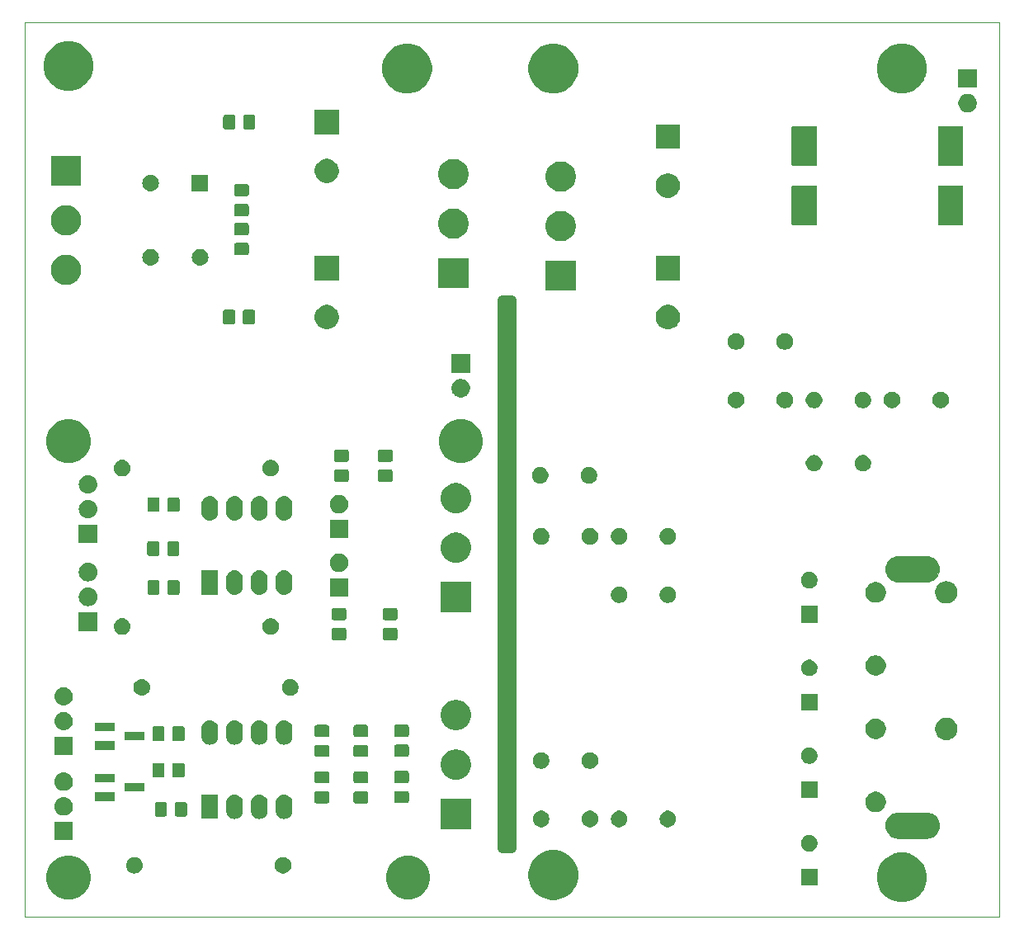
<source format=gbr>
%TF.GenerationSoftware,KiCad,Pcbnew,(5.1.0)-1*%
%TF.CreationDate,2019-10-03T23:56:52+02:00*%
%TF.ProjectId,KicadJE_RIAA,4b696361-644a-4455-9f52-4941412e6b69,rev?*%
%TF.SameCoordinates,Original*%
%TF.FileFunction,Soldermask,Top*%
%TF.FilePolarity,Negative*%
%FSLAX46Y46*%
G04 Gerber Fmt 4.6, Leading zero omitted, Abs format (unit mm)*
G04 Created by KiCad (PCBNEW (5.1.0)-1) date 2019-10-03 23:56:52*
%MOMM*%
%LPD*%
G04 APERTURE LIST*
%ADD10C,1.000000*%
%ADD11C,0.050000*%
%ADD12C,0.002000*%
%ADD13C,0.150000*%
G04 APERTURE END LIST*
D10*
X99000000Y-138500000D02*
X100000000Y-138500000D01*
X99000000Y-82250000D02*
X99000000Y-138500000D01*
X100000000Y-82250000D02*
X99000000Y-82250000D01*
X100000000Y-138500000D02*
X100000000Y-82250000D01*
D11*
X50000000Y-145500000D02*
X50000000Y-53750000D01*
X150000000Y-145500000D02*
X50000000Y-145500000D01*
X150000000Y-53750000D02*
X150000000Y-145500000D01*
X50000000Y-53750000D02*
X150000000Y-53750000D01*
D12*
G36*
X142525000Y-137452000D02*
G01*
X142729000Y-137436000D01*
X142927000Y-137388000D01*
X143116000Y-137310000D01*
X143290000Y-137203000D01*
X143445000Y-137070000D01*
X143578000Y-136915000D01*
X143685000Y-136741000D01*
X143763000Y-136552000D01*
X143811000Y-136354000D01*
X143827000Y-136150000D01*
X143811000Y-135946000D01*
X143763000Y-135748000D01*
X143685000Y-135559000D01*
X143578000Y-135385000D01*
X143445000Y-135230000D01*
X143290000Y-135097000D01*
X143116000Y-134990000D01*
X142927000Y-134912000D01*
X142729000Y-134864000D01*
X142525000Y-134848000D01*
X139625000Y-134848000D01*
X139421000Y-134864000D01*
X139223000Y-134912000D01*
X139034000Y-134990000D01*
X138860000Y-135097000D01*
X138705000Y-135230000D01*
X138572000Y-135385000D01*
X138465000Y-135559000D01*
X138387000Y-135748000D01*
X138339000Y-135946000D01*
X138323000Y-136150000D01*
X138339000Y-136354000D01*
X138387000Y-136552000D01*
X138465000Y-136741000D01*
X138572000Y-136915000D01*
X138705000Y-137070000D01*
X138860000Y-137203000D01*
X139034000Y-137310000D01*
X139223000Y-137388000D01*
X139421000Y-137436000D01*
X139625000Y-137452000D01*
X142525000Y-137452000D01*
G37*
X142525000Y-137452000D02*
X142729000Y-137436000D01*
X142927000Y-137388000D01*
X143116000Y-137310000D01*
X143290000Y-137203000D01*
X143445000Y-137070000D01*
X143578000Y-136915000D01*
X143685000Y-136741000D01*
X143763000Y-136552000D01*
X143811000Y-136354000D01*
X143827000Y-136150000D01*
X143811000Y-135946000D01*
X143763000Y-135748000D01*
X143685000Y-135559000D01*
X143578000Y-135385000D01*
X143445000Y-135230000D01*
X143290000Y-135097000D01*
X143116000Y-134990000D01*
X142927000Y-134912000D01*
X142729000Y-134864000D01*
X142525000Y-134848000D01*
X139625000Y-134848000D01*
X139421000Y-134864000D01*
X139223000Y-134912000D01*
X139034000Y-134990000D01*
X138860000Y-135097000D01*
X138705000Y-135230000D01*
X138572000Y-135385000D01*
X138465000Y-135559000D01*
X138387000Y-135748000D01*
X138339000Y-135946000D01*
X138323000Y-136150000D01*
X138339000Y-136354000D01*
X138387000Y-136552000D01*
X138465000Y-136741000D01*
X138572000Y-136915000D01*
X138705000Y-137070000D01*
X138860000Y-137203000D01*
X139034000Y-137310000D01*
X139223000Y-137388000D01*
X139421000Y-137436000D01*
X139625000Y-137452000D01*
X142525000Y-137452000D01*
G36*
X142525000Y-111152000D02*
G01*
X142729000Y-111136000D01*
X142927000Y-111088000D01*
X143116000Y-111010000D01*
X143290000Y-110903000D01*
X143445000Y-110770000D01*
X143578000Y-110615000D01*
X143685000Y-110441000D01*
X143763000Y-110252000D01*
X143811000Y-110054000D01*
X143827000Y-109850000D01*
X143811000Y-109646000D01*
X143763000Y-109448000D01*
X143685000Y-109259000D01*
X143578000Y-109085000D01*
X143445000Y-108930000D01*
X143290000Y-108797000D01*
X143116000Y-108690000D01*
X142927000Y-108612000D01*
X142729000Y-108564000D01*
X142525000Y-108548000D01*
X139625000Y-108548000D01*
X139421000Y-108564000D01*
X139223000Y-108612000D01*
X139034000Y-108690000D01*
X138860000Y-108797000D01*
X138705000Y-108930000D01*
X138572000Y-109085000D01*
X138465000Y-109259000D01*
X138387000Y-109448000D01*
X138339000Y-109646000D01*
X138323000Y-109850000D01*
X138339000Y-110054000D01*
X138387000Y-110252000D01*
X138465000Y-110441000D01*
X138572000Y-110615000D01*
X138705000Y-110770000D01*
X138860000Y-110903000D01*
X139034000Y-111010000D01*
X139223000Y-111088000D01*
X139421000Y-111136000D01*
X139625000Y-111152000D01*
X142525000Y-111152000D01*
G37*
X142525000Y-111152000D02*
X142729000Y-111136000D01*
X142927000Y-111088000D01*
X143116000Y-111010000D01*
X143290000Y-110903000D01*
X143445000Y-110770000D01*
X143578000Y-110615000D01*
X143685000Y-110441000D01*
X143763000Y-110252000D01*
X143811000Y-110054000D01*
X143827000Y-109850000D01*
X143811000Y-109646000D01*
X143763000Y-109448000D01*
X143685000Y-109259000D01*
X143578000Y-109085000D01*
X143445000Y-108930000D01*
X143290000Y-108797000D01*
X143116000Y-108690000D01*
X142927000Y-108612000D01*
X142729000Y-108564000D01*
X142525000Y-108548000D01*
X139625000Y-108548000D01*
X139421000Y-108564000D01*
X139223000Y-108612000D01*
X139034000Y-108690000D01*
X138860000Y-108797000D01*
X138705000Y-108930000D01*
X138572000Y-109085000D01*
X138465000Y-109259000D01*
X138387000Y-109448000D01*
X138339000Y-109646000D01*
X138323000Y-109850000D01*
X138339000Y-110054000D01*
X138387000Y-110252000D01*
X138465000Y-110441000D01*
X138572000Y-110615000D01*
X138705000Y-110770000D01*
X138860000Y-110903000D01*
X139034000Y-111010000D01*
X139223000Y-111088000D01*
X139421000Y-111136000D01*
X139625000Y-111152000D01*
X142525000Y-111152000D01*
D13*
G36*
X140744098Y-139047033D02*
G01*
X141208350Y-139239332D01*
X141208352Y-139239333D01*
X141626168Y-139518509D01*
X141981491Y-139873832D01*
X142260667Y-140291648D01*
X142260668Y-140291650D01*
X142452967Y-140755902D01*
X142551000Y-141248747D01*
X142551000Y-141751253D01*
X142452967Y-142244098D01*
X142274896Y-142674000D01*
X142260667Y-142708352D01*
X141981491Y-143126168D01*
X141626168Y-143481491D01*
X141208352Y-143760667D01*
X141208351Y-143760668D01*
X141208350Y-143760668D01*
X140744098Y-143952967D01*
X140251253Y-144051000D01*
X139748747Y-144051000D01*
X139255902Y-143952967D01*
X138791650Y-143760668D01*
X138791649Y-143760668D01*
X138791648Y-143760667D01*
X138373832Y-143481491D01*
X138018509Y-143126168D01*
X137739333Y-142708352D01*
X137725104Y-142674000D01*
X137547033Y-142244098D01*
X137449000Y-141751253D01*
X137449000Y-141248747D01*
X137547033Y-140755902D01*
X137739332Y-140291650D01*
X137739333Y-140291648D01*
X138018509Y-139873832D01*
X138373832Y-139518509D01*
X138791648Y-139239333D01*
X138791650Y-139239332D01*
X139255902Y-139047033D01*
X139748747Y-138949000D01*
X140251253Y-138949000D01*
X140744098Y-139047033D01*
X140744098Y-139047033D01*
G37*
G36*
X104994098Y-138797033D02*
G01*
X105458350Y-138989332D01*
X105458352Y-138989333D01*
X105876168Y-139268509D01*
X106231491Y-139623832D01*
X106497403Y-140021797D01*
X106510668Y-140041650D01*
X106702967Y-140505902D01*
X106801000Y-140998747D01*
X106801000Y-141501253D01*
X106702967Y-141994098D01*
X106550496Y-142362196D01*
X106510667Y-142458352D01*
X106231491Y-142876168D01*
X105876168Y-143231491D01*
X105458352Y-143510667D01*
X105458351Y-143510668D01*
X105458350Y-143510668D01*
X104994098Y-143702967D01*
X104501253Y-143801000D01*
X103998747Y-143801000D01*
X103505902Y-143702967D01*
X103041650Y-143510668D01*
X103041649Y-143510668D01*
X103041648Y-143510667D01*
X102623832Y-143231491D01*
X102268509Y-142876168D01*
X101989333Y-142458352D01*
X101949504Y-142362196D01*
X101797033Y-141994098D01*
X101699000Y-141501253D01*
X101699000Y-140998747D01*
X101797033Y-140505902D01*
X101989332Y-140041650D01*
X102002597Y-140021797D01*
X102268509Y-139623832D01*
X102623832Y-139268509D01*
X103041648Y-138989333D01*
X103041650Y-138989332D01*
X103505902Y-138797033D01*
X103998747Y-138699000D01*
X104501253Y-138699000D01*
X104994098Y-138797033D01*
X104994098Y-138797033D01*
G37*
G36*
X54775880Y-139259776D02*
G01*
X55156593Y-139335504D01*
X55566249Y-139505189D01*
X55934929Y-139751534D01*
X56248466Y-140065071D01*
X56494811Y-140433751D01*
X56664496Y-140843407D01*
X56751000Y-141278296D01*
X56751000Y-141721704D01*
X56664496Y-142156593D01*
X56494811Y-142566249D01*
X56248466Y-142934929D01*
X55934929Y-143248466D01*
X55566249Y-143494811D01*
X55156593Y-143664496D01*
X54775880Y-143740224D01*
X54721705Y-143751000D01*
X54278295Y-143751000D01*
X54224120Y-143740224D01*
X53843407Y-143664496D01*
X53433751Y-143494811D01*
X53065071Y-143248466D01*
X52751534Y-142934929D01*
X52505189Y-142566249D01*
X52335504Y-142156593D01*
X52249000Y-141721704D01*
X52249000Y-141278296D01*
X52335504Y-140843407D01*
X52505189Y-140433751D01*
X52751534Y-140065071D01*
X53065071Y-139751534D01*
X53433751Y-139505189D01*
X53843407Y-139335504D01*
X54224120Y-139259776D01*
X54278295Y-139249000D01*
X54721705Y-139249000D01*
X54775880Y-139259776D01*
X54775880Y-139259776D01*
G37*
G36*
X89625880Y-139259776D02*
G01*
X90006593Y-139335504D01*
X90416249Y-139505189D01*
X90784929Y-139751534D01*
X91098466Y-140065071D01*
X91344811Y-140433751D01*
X91514496Y-140843407D01*
X91601000Y-141278296D01*
X91601000Y-141721704D01*
X91514496Y-142156593D01*
X91344811Y-142566249D01*
X91098466Y-142934929D01*
X90784929Y-143248466D01*
X90416249Y-143494811D01*
X90006593Y-143664496D01*
X89625880Y-143740224D01*
X89571705Y-143751000D01*
X89128295Y-143751000D01*
X89074120Y-143740224D01*
X88693407Y-143664496D01*
X88283751Y-143494811D01*
X87915071Y-143248466D01*
X87601534Y-142934929D01*
X87355189Y-142566249D01*
X87185504Y-142156593D01*
X87099000Y-141721704D01*
X87099000Y-141278296D01*
X87185504Y-140843407D01*
X87355189Y-140433751D01*
X87601534Y-140065071D01*
X87915071Y-139751534D01*
X88283751Y-139505189D01*
X88693407Y-139335504D01*
X89074120Y-139259776D01*
X89128295Y-139249000D01*
X89571705Y-139249000D01*
X89625880Y-139259776D01*
X89625880Y-139259776D01*
G37*
G36*
X131351000Y-142351000D02*
G01*
X129649000Y-142351000D01*
X129649000Y-140649000D01*
X131351000Y-140649000D01*
X131351000Y-142351000D01*
X131351000Y-142351000D01*
G37*
G36*
X76748228Y-139431703D02*
G01*
X76903100Y-139495853D01*
X77042481Y-139588985D01*
X77161015Y-139707519D01*
X77254147Y-139846900D01*
X77318297Y-140001772D01*
X77351000Y-140166184D01*
X77351000Y-140333816D01*
X77318297Y-140498228D01*
X77254147Y-140653100D01*
X77161015Y-140792481D01*
X77042481Y-140911015D01*
X76903100Y-141004147D01*
X76748228Y-141068297D01*
X76583816Y-141101000D01*
X76416184Y-141101000D01*
X76251772Y-141068297D01*
X76096900Y-141004147D01*
X75957519Y-140911015D01*
X75838985Y-140792481D01*
X75745853Y-140653100D01*
X75681703Y-140498228D01*
X75649000Y-140333816D01*
X75649000Y-140166184D01*
X75681703Y-140001772D01*
X75745853Y-139846900D01*
X75838985Y-139707519D01*
X75957519Y-139588985D01*
X76096900Y-139495853D01*
X76251772Y-139431703D01*
X76416184Y-139399000D01*
X76583816Y-139399000D01*
X76748228Y-139431703D01*
X76748228Y-139431703D01*
G37*
G36*
X61426823Y-139411313D02*
G01*
X61587242Y-139459976D01*
X61654361Y-139495852D01*
X61735078Y-139538996D01*
X61864659Y-139645341D01*
X61971004Y-139774922D01*
X61971005Y-139774924D01*
X62050024Y-139922758D01*
X62098687Y-140083177D01*
X62115117Y-140250000D01*
X62098687Y-140416823D01*
X62050024Y-140577242D01*
X62009477Y-140653100D01*
X61971004Y-140725078D01*
X61864659Y-140854659D01*
X61735078Y-140961004D01*
X61735076Y-140961005D01*
X61587242Y-141040024D01*
X61426823Y-141088687D01*
X61301804Y-141101000D01*
X61218196Y-141101000D01*
X61093177Y-141088687D01*
X60932758Y-141040024D01*
X60784924Y-140961005D01*
X60784922Y-140961004D01*
X60655341Y-140854659D01*
X60548996Y-140725078D01*
X60510523Y-140653100D01*
X60469976Y-140577242D01*
X60421313Y-140416823D01*
X60404883Y-140250000D01*
X60421313Y-140083177D01*
X60469976Y-139922758D01*
X60548995Y-139774924D01*
X60548996Y-139774922D01*
X60655341Y-139645341D01*
X60784922Y-139538996D01*
X60865639Y-139495852D01*
X60932758Y-139459976D01*
X61093177Y-139411313D01*
X61218196Y-139399000D01*
X61301804Y-139399000D01*
X61426823Y-139411313D01*
X61426823Y-139411313D01*
G37*
G36*
X130748228Y-137181703D02*
G01*
X130903100Y-137245853D01*
X131042481Y-137338985D01*
X131161015Y-137457519D01*
X131254147Y-137596900D01*
X131318297Y-137751772D01*
X131351000Y-137916184D01*
X131351000Y-138083816D01*
X131318297Y-138248228D01*
X131254147Y-138403100D01*
X131161015Y-138542481D01*
X131042481Y-138661015D01*
X130903100Y-138754147D01*
X130748228Y-138818297D01*
X130583816Y-138851000D01*
X130416184Y-138851000D01*
X130251772Y-138818297D01*
X130096900Y-138754147D01*
X129957519Y-138661015D01*
X129838985Y-138542481D01*
X129745853Y-138403100D01*
X129681703Y-138248228D01*
X129649000Y-138083816D01*
X129649000Y-137916184D01*
X129681703Y-137751772D01*
X129745853Y-137596900D01*
X129838985Y-137457519D01*
X129957519Y-137338985D01*
X130096900Y-137245853D01*
X130251772Y-137181703D01*
X130416184Y-137149000D01*
X130583816Y-137149000D01*
X130748228Y-137181703D01*
X130748228Y-137181703D01*
G37*
G36*
X54951000Y-137701000D02*
G01*
X53049000Y-137701000D01*
X53049000Y-135799000D01*
X54951000Y-135799000D01*
X54951000Y-137701000D01*
X54951000Y-137701000D01*
G37*
G36*
X142520239Y-134917101D02*
G01*
X142756053Y-134988634D01*
X142973381Y-135104799D01*
X143163871Y-135261129D01*
X143320201Y-135451619D01*
X143436366Y-135668947D01*
X143507899Y-135904761D01*
X143532053Y-136150000D01*
X143507899Y-136395239D01*
X143436366Y-136631053D01*
X143320201Y-136848381D01*
X143163871Y-137038871D01*
X142973381Y-137195201D01*
X142756053Y-137311366D01*
X142520239Y-137382899D01*
X142336457Y-137401000D01*
X139813543Y-137401000D01*
X139629761Y-137382899D01*
X139393947Y-137311366D01*
X139176619Y-137195201D01*
X138986129Y-137038871D01*
X138829799Y-136848381D01*
X138713634Y-136631053D01*
X138642101Y-136395239D01*
X138617947Y-136150000D01*
X138642101Y-135904761D01*
X138713634Y-135668947D01*
X138829799Y-135451619D01*
X138986129Y-135261129D01*
X139176619Y-135104799D01*
X139393947Y-134988634D01*
X139629761Y-134917101D01*
X139813543Y-134899000D01*
X142336457Y-134899000D01*
X142520239Y-134917101D01*
X142520239Y-134917101D01*
G37*
G36*
X95801000Y-136551000D02*
G01*
X92699000Y-136551000D01*
X92699000Y-133449000D01*
X95801000Y-133449000D01*
X95801000Y-136551000D01*
X95801000Y-136551000D01*
G37*
G36*
X116248228Y-134681703D02*
G01*
X116403100Y-134745853D01*
X116542481Y-134838985D01*
X116661015Y-134957519D01*
X116754147Y-135096900D01*
X116818297Y-135251772D01*
X116851000Y-135416184D01*
X116851000Y-135583816D01*
X116818297Y-135748228D01*
X116754147Y-135903100D01*
X116661015Y-136042481D01*
X116542481Y-136161015D01*
X116403100Y-136254147D01*
X116248228Y-136318297D01*
X116083816Y-136351000D01*
X115916184Y-136351000D01*
X115751772Y-136318297D01*
X115596900Y-136254147D01*
X115457519Y-136161015D01*
X115338985Y-136042481D01*
X115245853Y-135903100D01*
X115181703Y-135748228D01*
X115149000Y-135583816D01*
X115149000Y-135416184D01*
X115181703Y-135251772D01*
X115245853Y-135096900D01*
X115338985Y-134957519D01*
X115457519Y-134838985D01*
X115596900Y-134745853D01*
X115751772Y-134681703D01*
X115916184Y-134649000D01*
X116083816Y-134649000D01*
X116248228Y-134681703D01*
X116248228Y-134681703D01*
G37*
G36*
X111248228Y-134681703D02*
G01*
X111403100Y-134745853D01*
X111542481Y-134838985D01*
X111661015Y-134957519D01*
X111754147Y-135096900D01*
X111818297Y-135251772D01*
X111851000Y-135416184D01*
X111851000Y-135583816D01*
X111818297Y-135748228D01*
X111754147Y-135903100D01*
X111661015Y-136042481D01*
X111542481Y-136161015D01*
X111403100Y-136254147D01*
X111248228Y-136318297D01*
X111083816Y-136351000D01*
X110916184Y-136351000D01*
X110751772Y-136318297D01*
X110596900Y-136254147D01*
X110457519Y-136161015D01*
X110338985Y-136042481D01*
X110245853Y-135903100D01*
X110181703Y-135748228D01*
X110149000Y-135583816D01*
X110149000Y-135416184D01*
X110181703Y-135251772D01*
X110245853Y-135096900D01*
X110338985Y-134957519D01*
X110457519Y-134838985D01*
X110596900Y-134745853D01*
X110751772Y-134681703D01*
X110916184Y-134649000D01*
X111083816Y-134649000D01*
X111248228Y-134681703D01*
X111248228Y-134681703D01*
G37*
G36*
X108248228Y-134681703D02*
G01*
X108403100Y-134745853D01*
X108542481Y-134838985D01*
X108661015Y-134957519D01*
X108754147Y-135096900D01*
X108818297Y-135251772D01*
X108851000Y-135416184D01*
X108851000Y-135583816D01*
X108818297Y-135748228D01*
X108754147Y-135903100D01*
X108661015Y-136042481D01*
X108542481Y-136161015D01*
X108403100Y-136254147D01*
X108248228Y-136318297D01*
X108083816Y-136351000D01*
X107916184Y-136351000D01*
X107751772Y-136318297D01*
X107596900Y-136254147D01*
X107457519Y-136161015D01*
X107338985Y-136042481D01*
X107245853Y-135903100D01*
X107181703Y-135748228D01*
X107149000Y-135583816D01*
X107149000Y-135416184D01*
X107181703Y-135251772D01*
X107245853Y-135096900D01*
X107338985Y-134957519D01*
X107457519Y-134838985D01*
X107596900Y-134745853D01*
X107751772Y-134681703D01*
X107916184Y-134649000D01*
X108083816Y-134649000D01*
X108248228Y-134681703D01*
X108248228Y-134681703D01*
G37*
G36*
X103248228Y-134681703D02*
G01*
X103403100Y-134745853D01*
X103542481Y-134838985D01*
X103661015Y-134957519D01*
X103754147Y-135096900D01*
X103818297Y-135251772D01*
X103851000Y-135416184D01*
X103851000Y-135583816D01*
X103818297Y-135748228D01*
X103754147Y-135903100D01*
X103661015Y-136042481D01*
X103542481Y-136161015D01*
X103403100Y-136254147D01*
X103248228Y-136318297D01*
X103083816Y-136351000D01*
X102916184Y-136351000D01*
X102751772Y-136318297D01*
X102596900Y-136254147D01*
X102457519Y-136161015D01*
X102338985Y-136042481D01*
X102245853Y-135903100D01*
X102181703Y-135748228D01*
X102149000Y-135583816D01*
X102149000Y-135416184D01*
X102181703Y-135251772D01*
X102245853Y-135096900D01*
X102338985Y-134957519D01*
X102457519Y-134838985D01*
X102596900Y-134745853D01*
X102751772Y-134681703D01*
X102916184Y-134649000D01*
X103083816Y-134649000D01*
X103248228Y-134681703D01*
X103248228Y-134681703D01*
G37*
G36*
X74246822Y-133011313D02*
G01*
X74407241Y-133059976D01*
X74555077Y-133138995D01*
X74684659Y-133245341D01*
X74791004Y-133374922D01*
X74791005Y-133374924D01*
X74870024Y-133522758D01*
X74918687Y-133683177D01*
X74931000Y-133808196D01*
X74931000Y-134691803D01*
X74918687Y-134816822D01*
X74870024Y-134977242D01*
X74855425Y-135004554D01*
X74791004Y-135125078D01*
X74684659Y-135254659D01*
X74555078Y-135361004D01*
X74555076Y-135361005D01*
X74407242Y-135440024D01*
X74246823Y-135488687D01*
X74080000Y-135505117D01*
X73913178Y-135488687D01*
X73752759Y-135440024D01*
X73604925Y-135361005D01*
X73604923Y-135361004D01*
X73475342Y-135254659D01*
X73368997Y-135125078D01*
X73304576Y-135004554D01*
X73289977Y-134977242D01*
X73241314Y-134816823D01*
X73229000Y-134691803D01*
X73229000Y-133808197D01*
X73241313Y-133683178D01*
X73289976Y-133522759D01*
X73368995Y-133374923D01*
X73475341Y-133245341D01*
X73604922Y-133138996D01*
X73620094Y-133130886D01*
X73752758Y-133059976D01*
X73913177Y-133011313D01*
X74080000Y-132994883D01*
X74246822Y-133011313D01*
X74246822Y-133011313D01*
G37*
G36*
X76786822Y-133011313D02*
G01*
X76947241Y-133059976D01*
X77095077Y-133138995D01*
X77224659Y-133245341D01*
X77331004Y-133374922D01*
X77331005Y-133374924D01*
X77410024Y-133522758D01*
X77458687Y-133683177D01*
X77471000Y-133808196D01*
X77471000Y-134691803D01*
X77458687Y-134816822D01*
X77410024Y-134977242D01*
X77395425Y-135004554D01*
X77331004Y-135125078D01*
X77224659Y-135254659D01*
X77095078Y-135361004D01*
X77095076Y-135361005D01*
X76947242Y-135440024D01*
X76786823Y-135488687D01*
X76620000Y-135505117D01*
X76453178Y-135488687D01*
X76292759Y-135440024D01*
X76144925Y-135361005D01*
X76144923Y-135361004D01*
X76015342Y-135254659D01*
X75908997Y-135125078D01*
X75844576Y-135004554D01*
X75829977Y-134977242D01*
X75781314Y-134816823D01*
X75769000Y-134691803D01*
X75769000Y-133808197D01*
X75781313Y-133683178D01*
X75829976Y-133522759D01*
X75908995Y-133374923D01*
X76015341Y-133245341D01*
X76144922Y-133138996D01*
X76160094Y-133130886D01*
X76292758Y-133059976D01*
X76453177Y-133011313D01*
X76620000Y-132994883D01*
X76786822Y-133011313D01*
X76786822Y-133011313D01*
G37*
G36*
X71706822Y-133011313D02*
G01*
X71867241Y-133059976D01*
X72015077Y-133138995D01*
X72144659Y-133245341D01*
X72251004Y-133374922D01*
X72251005Y-133374924D01*
X72330024Y-133522758D01*
X72378687Y-133683177D01*
X72391000Y-133808196D01*
X72391000Y-134691803D01*
X72378687Y-134816822D01*
X72330024Y-134977242D01*
X72315425Y-135004554D01*
X72251004Y-135125078D01*
X72144659Y-135254659D01*
X72015078Y-135361004D01*
X72015076Y-135361005D01*
X71867242Y-135440024D01*
X71706823Y-135488687D01*
X71540000Y-135505117D01*
X71373178Y-135488687D01*
X71212759Y-135440024D01*
X71064925Y-135361005D01*
X71064923Y-135361004D01*
X70935342Y-135254659D01*
X70828997Y-135125078D01*
X70764576Y-135004554D01*
X70749977Y-134977242D01*
X70701314Y-134816823D01*
X70689000Y-134691803D01*
X70689000Y-133808197D01*
X70701313Y-133683178D01*
X70749976Y-133522759D01*
X70828995Y-133374923D01*
X70935341Y-133245341D01*
X71064922Y-133138996D01*
X71080094Y-133130886D01*
X71212758Y-133059976D01*
X71373177Y-133011313D01*
X71540000Y-132994883D01*
X71706822Y-133011313D01*
X71706822Y-133011313D01*
G37*
G36*
X69851000Y-135501000D02*
G01*
X68149000Y-135501000D01*
X68149000Y-132999000D01*
X69851000Y-132999000D01*
X69851000Y-135501000D01*
X69851000Y-135501000D01*
G37*
G36*
X66488674Y-133753465D02*
G01*
X66526367Y-133764899D01*
X66561103Y-133783466D01*
X66591548Y-133808452D01*
X66616534Y-133838897D01*
X66635101Y-133873633D01*
X66646535Y-133911326D01*
X66651000Y-133956661D01*
X66651000Y-135043339D01*
X66646535Y-135088674D01*
X66635101Y-135126367D01*
X66616534Y-135161103D01*
X66591548Y-135191548D01*
X66561103Y-135216534D01*
X66526367Y-135235101D01*
X66488674Y-135246535D01*
X66443339Y-135251000D01*
X65606661Y-135251000D01*
X65561326Y-135246535D01*
X65523633Y-135235101D01*
X65488897Y-135216534D01*
X65458452Y-135191548D01*
X65433466Y-135161103D01*
X65414899Y-135126367D01*
X65403465Y-135088674D01*
X65399000Y-135043339D01*
X65399000Y-133956661D01*
X65403465Y-133911326D01*
X65414899Y-133873633D01*
X65433466Y-133838897D01*
X65458452Y-133808452D01*
X65488897Y-133783466D01*
X65523633Y-133764899D01*
X65561326Y-133753465D01*
X65606661Y-133749000D01*
X66443339Y-133749000D01*
X66488674Y-133753465D01*
X66488674Y-133753465D01*
G37*
G36*
X64438674Y-133753465D02*
G01*
X64476367Y-133764899D01*
X64511103Y-133783466D01*
X64541548Y-133808452D01*
X64566534Y-133838897D01*
X64585101Y-133873633D01*
X64596535Y-133911326D01*
X64601000Y-133956661D01*
X64601000Y-135043339D01*
X64596535Y-135088674D01*
X64585101Y-135126367D01*
X64566534Y-135161103D01*
X64541548Y-135191548D01*
X64511103Y-135216534D01*
X64476367Y-135235101D01*
X64438674Y-135246535D01*
X64393339Y-135251000D01*
X63556661Y-135251000D01*
X63511326Y-135246535D01*
X63473633Y-135235101D01*
X63438897Y-135216534D01*
X63408452Y-135191548D01*
X63383466Y-135161103D01*
X63364899Y-135126367D01*
X63353465Y-135088674D01*
X63349000Y-135043339D01*
X63349000Y-133956661D01*
X63353465Y-133911326D01*
X63364899Y-133873633D01*
X63383466Y-133838897D01*
X63408452Y-133808452D01*
X63438897Y-133783466D01*
X63473633Y-133764899D01*
X63511326Y-133753465D01*
X63556661Y-133749000D01*
X64393339Y-133749000D01*
X64438674Y-133753465D01*
X64438674Y-133753465D01*
G37*
G36*
X54186425Y-133272760D02*
G01*
X54186428Y-133272761D01*
X54186429Y-133272761D01*
X54365693Y-133327140D01*
X54365696Y-133327142D01*
X54365697Y-133327142D01*
X54530903Y-133415446D01*
X54675712Y-133534288D01*
X54794554Y-133679097D01*
X54875283Y-133830132D01*
X54882860Y-133844307D01*
X54937239Y-134023571D01*
X54937240Y-134023575D01*
X54955601Y-134210000D01*
X54937240Y-134396425D01*
X54937239Y-134396428D01*
X54937239Y-134396429D01*
X54882860Y-134575693D01*
X54882858Y-134575696D01*
X54882858Y-134575697D01*
X54794554Y-134740903D01*
X54675712Y-134885712D01*
X54530903Y-135004554D01*
X54365697Y-135092858D01*
X54365693Y-135092860D01*
X54186429Y-135147239D01*
X54186428Y-135147239D01*
X54186425Y-135147240D01*
X54046718Y-135161000D01*
X53953282Y-135161000D01*
X53813575Y-135147240D01*
X53813572Y-135147239D01*
X53813571Y-135147239D01*
X53634307Y-135092860D01*
X53634303Y-135092858D01*
X53469097Y-135004554D01*
X53324288Y-134885712D01*
X53205446Y-134740903D01*
X53117142Y-134575697D01*
X53117142Y-134575696D01*
X53117140Y-134575693D01*
X53062761Y-134396429D01*
X53062761Y-134396428D01*
X53062760Y-134396425D01*
X53044399Y-134210000D01*
X53062760Y-134023575D01*
X53062761Y-134023571D01*
X53117140Y-133844307D01*
X53124717Y-133830132D01*
X53205446Y-133679097D01*
X53324288Y-133534288D01*
X53469097Y-133415446D01*
X53634303Y-133327142D01*
X53634304Y-133327142D01*
X53634307Y-133327140D01*
X53813571Y-133272761D01*
X53813572Y-133272761D01*
X53813575Y-133272760D01*
X53953282Y-133259000D01*
X54046718Y-133259000D01*
X54186425Y-133272760D01*
X54186425Y-133272760D01*
G37*
G36*
X137631564Y-132739389D02*
G01*
X137818975Y-132817017D01*
X137822835Y-132818616D01*
X137938909Y-132896174D01*
X137994973Y-132933635D01*
X138141365Y-133080027D01*
X138256385Y-133252167D01*
X138335611Y-133443436D01*
X138376000Y-133646484D01*
X138376000Y-133853516D01*
X138335611Y-134056564D01*
X138272056Y-134210000D01*
X138256384Y-134247835D01*
X138141365Y-134419973D01*
X137994973Y-134566365D01*
X137822835Y-134681384D01*
X137822834Y-134681385D01*
X137822833Y-134681385D01*
X137631564Y-134760611D01*
X137428516Y-134801000D01*
X137221484Y-134801000D01*
X137018436Y-134760611D01*
X136827167Y-134681385D01*
X136827166Y-134681385D01*
X136827165Y-134681384D01*
X136655027Y-134566365D01*
X136508635Y-134419973D01*
X136393616Y-134247835D01*
X136377944Y-134210000D01*
X136314389Y-134056564D01*
X136274000Y-133853516D01*
X136274000Y-133646484D01*
X136314389Y-133443436D01*
X136393615Y-133252167D01*
X136508635Y-133080027D01*
X136655027Y-132933635D01*
X136711091Y-132896174D01*
X136827165Y-132818616D01*
X136831025Y-132817017D01*
X137018436Y-132739389D01*
X137221484Y-132699000D01*
X137428516Y-132699000D01*
X137631564Y-132739389D01*
X137631564Y-132739389D01*
G37*
G36*
X81088674Y-132653465D02*
G01*
X81126367Y-132664899D01*
X81161103Y-132683466D01*
X81191548Y-132708452D01*
X81216534Y-132738897D01*
X81235101Y-132773633D01*
X81246535Y-132811326D01*
X81251000Y-132856661D01*
X81251000Y-133693339D01*
X81246535Y-133738674D01*
X81235101Y-133776367D01*
X81216534Y-133811103D01*
X81191548Y-133841548D01*
X81161103Y-133866534D01*
X81126367Y-133885101D01*
X81088674Y-133896535D01*
X81043339Y-133901000D01*
X79956661Y-133901000D01*
X79911326Y-133896535D01*
X79873633Y-133885101D01*
X79838897Y-133866534D01*
X79808452Y-133841548D01*
X79783466Y-133811103D01*
X79764899Y-133776367D01*
X79753465Y-133738674D01*
X79749000Y-133693339D01*
X79749000Y-132856661D01*
X79753465Y-132811326D01*
X79764899Y-132773633D01*
X79783466Y-132738897D01*
X79808452Y-132708452D01*
X79838897Y-132683466D01*
X79873633Y-132664899D01*
X79911326Y-132653465D01*
X79956661Y-132649000D01*
X81043339Y-132649000D01*
X81088674Y-132653465D01*
X81088674Y-132653465D01*
G37*
G36*
X85088674Y-132653465D02*
G01*
X85126367Y-132664899D01*
X85161103Y-132683466D01*
X85191548Y-132708452D01*
X85216534Y-132738897D01*
X85235101Y-132773633D01*
X85246535Y-132811326D01*
X85251000Y-132856661D01*
X85251000Y-133693339D01*
X85246535Y-133738674D01*
X85235101Y-133776367D01*
X85216534Y-133811103D01*
X85191548Y-133841548D01*
X85161103Y-133866534D01*
X85126367Y-133885101D01*
X85088674Y-133896535D01*
X85043339Y-133901000D01*
X83956661Y-133901000D01*
X83911326Y-133896535D01*
X83873633Y-133885101D01*
X83838897Y-133866534D01*
X83808452Y-133841548D01*
X83783466Y-133811103D01*
X83764899Y-133776367D01*
X83753465Y-133738674D01*
X83749000Y-133693339D01*
X83749000Y-132856661D01*
X83753465Y-132811326D01*
X83764899Y-132773633D01*
X83783466Y-132738897D01*
X83808452Y-132708452D01*
X83838897Y-132683466D01*
X83873633Y-132664899D01*
X83911326Y-132653465D01*
X83956661Y-132649000D01*
X85043339Y-132649000D01*
X85088674Y-132653465D01*
X85088674Y-132653465D01*
G37*
G36*
X89263673Y-132628466D02*
G01*
X89301366Y-132639900D01*
X89336102Y-132658467D01*
X89366547Y-132683453D01*
X89391533Y-132713898D01*
X89410100Y-132748634D01*
X89421534Y-132786327D01*
X89425999Y-132831662D01*
X89425999Y-133668340D01*
X89421534Y-133713675D01*
X89410100Y-133751368D01*
X89391533Y-133786104D01*
X89366547Y-133816549D01*
X89336102Y-133841535D01*
X89301366Y-133860102D01*
X89263673Y-133871536D01*
X89218338Y-133876001D01*
X88131660Y-133876001D01*
X88086325Y-133871536D01*
X88048632Y-133860102D01*
X88013896Y-133841535D01*
X87983451Y-133816549D01*
X87958465Y-133786104D01*
X87939898Y-133751368D01*
X87928464Y-133713675D01*
X87923999Y-133668340D01*
X87923999Y-132831662D01*
X87928464Y-132786327D01*
X87939898Y-132748634D01*
X87958465Y-132713898D01*
X87983451Y-132683453D01*
X88013896Y-132658467D01*
X88048632Y-132639900D01*
X88086325Y-132628466D01*
X88131660Y-132624001D01*
X89218338Y-132624001D01*
X89263673Y-132628466D01*
X89263673Y-132628466D01*
G37*
G36*
X59251000Y-133651000D02*
G01*
X57249000Y-133651000D01*
X57249000Y-132749000D01*
X59251000Y-132749000D01*
X59251000Y-133651000D01*
X59251000Y-133651000D01*
G37*
G36*
X131351000Y-133351000D02*
G01*
X129649000Y-133351000D01*
X129649000Y-131649000D01*
X131351000Y-131649000D01*
X131351000Y-133351000D01*
X131351000Y-133351000D01*
G37*
G36*
X62251000Y-132701000D02*
G01*
X60249000Y-132701000D01*
X60249000Y-131799000D01*
X62251000Y-131799000D01*
X62251000Y-132701000D01*
X62251000Y-132701000D01*
G37*
G36*
X54186425Y-130732760D02*
G01*
X54186428Y-130732761D01*
X54186429Y-130732761D01*
X54365693Y-130787140D01*
X54365696Y-130787142D01*
X54365697Y-130787142D01*
X54530903Y-130875446D01*
X54675712Y-130994288D01*
X54794554Y-131139097D01*
X54854367Y-131251000D01*
X54882860Y-131304307D01*
X54937239Y-131483571D01*
X54937240Y-131483575D01*
X54955601Y-131670000D01*
X54937240Y-131856425D01*
X54937239Y-131856428D01*
X54937239Y-131856429D01*
X54882860Y-132035693D01*
X54882858Y-132035696D01*
X54882858Y-132035697D01*
X54794554Y-132200903D01*
X54675712Y-132345712D01*
X54530903Y-132464554D01*
X54365697Y-132552858D01*
X54365693Y-132552860D01*
X54186429Y-132607239D01*
X54186428Y-132607239D01*
X54186425Y-132607240D01*
X54046718Y-132621000D01*
X53953282Y-132621000D01*
X53813575Y-132607240D01*
X53813572Y-132607239D01*
X53813571Y-132607239D01*
X53634307Y-132552860D01*
X53634303Y-132552858D01*
X53469097Y-132464554D01*
X53324288Y-132345712D01*
X53205446Y-132200903D01*
X53117142Y-132035697D01*
X53117142Y-132035696D01*
X53117140Y-132035693D01*
X53062761Y-131856429D01*
X53062761Y-131856428D01*
X53062760Y-131856425D01*
X53044399Y-131670000D01*
X53062760Y-131483575D01*
X53062761Y-131483571D01*
X53117140Y-131304307D01*
X53145633Y-131251000D01*
X53205446Y-131139097D01*
X53324288Y-130994288D01*
X53469097Y-130875446D01*
X53634303Y-130787142D01*
X53634304Y-130787142D01*
X53634307Y-130787140D01*
X53813571Y-130732761D01*
X53813572Y-130732761D01*
X53813575Y-130732760D01*
X53953282Y-130719000D01*
X54046718Y-130719000D01*
X54186425Y-130732760D01*
X54186425Y-130732760D01*
G37*
G36*
X81088674Y-130603465D02*
G01*
X81126367Y-130614899D01*
X81161103Y-130633466D01*
X81191548Y-130658452D01*
X81216534Y-130688897D01*
X81235101Y-130723633D01*
X81246535Y-130761326D01*
X81251000Y-130806661D01*
X81251000Y-131643339D01*
X81246535Y-131688674D01*
X81235101Y-131726367D01*
X81216534Y-131761103D01*
X81191548Y-131791548D01*
X81161103Y-131816534D01*
X81126367Y-131835101D01*
X81088674Y-131846535D01*
X81043339Y-131851000D01*
X79956661Y-131851000D01*
X79911326Y-131846535D01*
X79873633Y-131835101D01*
X79838897Y-131816534D01*
X79808452Y-131791548D01*
X79783466Y-131761103D01*
X79764899Y-131726367D01*
X79753465Y-131688674D01*
X79749000Y-131643339D01*
X79749000Y-130806661D01*
X79753465Y-130761326D01*
X79764899Y-130723633D01*
X79783466Y-130688897D01*
X79808452Y-130658452D01*
X79838897Y-130633466D01*
X79873633Y-130614899D01*
X79911326Y-130603465D01*
X79956661Y-130599000D01*
X81043339Y-130599000D01*
X81088674Y-130603465D01*
X81088674Y-130603465D01*
G37*
G36*
X85088674Y-130603465D02*
G01*
X85126367Y-130614899D01*
X85161103Y-130633466D01*
X85191548Y-130658452D01*
X85216534Y-130688897D01*
X85235101Y-130723633D01*
X85246535Y-130761326D01*
X85251000Y-130806661D01*
X85251000Y-131643339D01*
X85246535Y-131688674D01*
X85235101Y-131726367D01*
X85216534Y-131761103D01*
X85191548Y-131791548D01*
X85161103Y-131816534D01*
X85126367Y-131835101D01*
X85088674Y-131846535D01*
X85043339Y-131851000D01*
X83956661Y-131851000D01*
X83911326Y-131846535D01*
X83873633Y-131835101D01*
X83838897Y-131816534D01*
X83808452Y-131791548D01*
X83783466Y-131761103D01*
X83764899Y-131726367D01*
X83753465Y-131688674D01*
X83749000Y-131643339D01*
X83749000Y-130806661D01*
X83753465Y-130761326D01*
X83764899Y-130723633D01*
X83783466Y-130688897D01*
X83808452Y-130658452D01*
X83838897Y-130633466D01*
X83873633Y-130614899D01*
X83911326Y-130603465D01*
X83956661Y-130599000D01*
X85043339Y-130599000D01*
X85088674Y-130603465D01*
X85088674Y-130603465D01*
G37*
G36*
X89263673Y-130578466D02*
G01*
X89301366Y-130589900D01*
X89336102Y-130608467D01*
X89366547Y-130633453D01*
X89391533Y-130663898D01*
X89410100Y-130698634D01*
X89421534Y-130736327D01*
X89425999Y-130781662D01*
X89425999Y-131618340D01*
X89421534Y-131663675D01*
X89410100Y-131701368D01*
X89391533Y-131736104D01*
X89366547Y-131766549D01*
X89336102Y-131791535D01*
X89301366Y-131810102D01*
X89263673Y-131821536D01*
X89218338Y-131826001D01*
X88131660Y-131826001D01*
X88086325Y-131821536D01*
X88048632Y-131810102D01*
X88013896Y-131791535D01*
X87983451Y-131766549D01*
X87958465Y-131736104D01*
X87939898Y-131701368D01*
X87928464Y-131663675D01*
X87923999Y-131618340D01*
X87923999Y-130781662D01*
X87928464Y-130736327D01*
X87939898Y-130698634D01*
X87958465Y-130663898D01*
X87983451Y-130633453D01*
X88013896Y-130608467D01*
X88048632Y-130589900D01*
X88086325Y-130578466D01*
X88131660Y-130574001D01*
X89218338Y-130574001D01*
X89263673Y-130578466D01*
X89263673Y-130578466D01*
G37*
G36*
X59251000Y-131751000D02*
G01*
X57249000Y-131751000D01*
X57249000Y-130849000D01*
X59251000Y-130849000D01*
X59251000Y-131751000D01*
X59251000Y-131751000D01*
G37*
G36*
X94552585Y-128398802D02*
G01*
X94702410Y-128428604D01*
X94984674Y-128545521D01*
X95238705Y-128715259D01*
X95454741Y-128931295D01*
X95624479Y-129185326D01*
X95741396Y-129467590D01*
X95756293Y-129542481D01*
X95800535Y-129764899D01*
X95801000Y-129767240D01*
X95801000Y-130072760D01*
X95741396Y-130372410D01*
X95624479Y-130654674D01*
X95454741Y-130908705D01*
X95238705Y-131124741D01*
X94984674Y-131294479D01*
X94702410Y-131411396D01*
X94552585Y-131441198D01*
X94402761Y-131471000D01*
X94097239Y-131471000D01*
X93947415Y-131441198D01*
X93797590Y-131411396D01*
X93515326Y-131294479D01*
X93261295Y-131124741D01*
X93045259Y-130908705D01*
X92875521Y-130654674D01*
X92758604Y-130372410D01*
X92699000Y-130072760D01*
X92699000Y-129767240D01*
X92699466Y-129764899D01*
X92743707Y-129542481D01*
X92758604Y-129467590D01*
X92875521Y-129185326D01*
X93045259Y-128931295D01*
X93261295Y-128715259D01*
X93515326Y-128545521D01*
X93797590Y-128428604D01*
X93947415Y-128398802D01*
X94097239Y-128369000D01*
X94402761Y-128369000D01*
X94552585Y-128398802D01*
X94552585Y-128398802D01*
G37*
G36*
X66238674Y-129753465D02*
G01*
X66276367Y-129764899D01*
X66311103Y-129783466D01*
X66341548Y-129808452D01*
X66366534Y-129838897D01*
X66385101Y-129873633D01*
X66396535Y-129911326D01*
X66401000Y-129956661D01*
X66401000Y-131043339D01*
X66396535Y-131088674D01*
X66385101Y-131126367D01*
X66366534Y-131161103D01*
X66341548Y-131191548D01*
X66311103Y-131216534D01*
X66276367Y-131235101D01*
X66238674Y-131246535D01*
X66193339Y-131251000D01*
X65356661Y-131251000D01*
X65311326Y-131246535D01*
X65273633Y-131235101D01*
X65238897Y-131216534D01*
X65208452Y-131191548D01*
X65183466Y-131161103D01*
X65164899Y-131126367D01*
X65153465Y-131088674D01*
X65149000Y-131043339D01*
X65149000Y-129956661D01*
X65153465Y-129911326D01*
X65164899Y-129873633D01*
X65183466Y-129838897D01*
X65208452Y-129808452D01*
X65238897Y-129783466D01*
X65273633Y-129764899D01*
X65311326Y-129753465D01*
X65356661Y-129749000D01*
X66193339Y-129749000D01*
X66238674Y-129753465D01*
X66238674Y-129753465D01*
G37*
G36*
X64188674Y-129753465D02*
G01*
X64226367Y-129764899D01*
X64261103Y-129783466D01*
X64291548Y-129808452D01*
X64316534Y-129838897D01*
X64335101Y-129873633D01*
X64346535Y-129911326D01*
X64351000Y-129956661D01*
X64351000Y-131043339D01*
X64346535Y-131088674D01*
X64335101Y-131126367D01*
X64316534Y-131161103D01*
X64291548Y-131191548D01*
X64261103Y-131216534D01*
X64226367Y-131235101D01*
X64188674Y-131246535D01*
X64143339Y-131251000D01*
X63306661Y-131251000D01*
X63261326Y-131246535D01*
X63223633Y-131235101D01*
X63188897Y-131216534D01*
X63158452Y-131191548D01*
X63133466Y-131161103D01*
X63114899Y-131126367D01*
X63103465Y-131088674D01*
X63099000Y-131043339D01*
X63099000Y-129956661D01*
X63103465Y-129911326D01*
X63114899Y-129873633D01*
X63133466Y-129838897D01*
X63158452Y-129808452D01*
X63188897Y-129783466D01*
X63223633Y-129764899D01*
X63261326Y-129753465D01*
X63306661Y-129749000D01*
X64143339Y-129749000D01*
X64188674Y-129753465D01*
X64188674Y-129753465D01*
G37*
G36*
X103248228Y-128681703D02*
G01*
X103403100Y-128745853D01*
X103542481Y-128838985D01*
X103661015Y-128957519D01*
X103754147Y-129096900D01*
X103818297Y-129251772D01*
X103851000Y-129416184D01*
X103851000Y-129583816D01*
X103818297Y-129748228D01*
X103754147Y-129903100D01*
X103661015Y-130042481D01*
X103542481Y-130161015D01*
X103403100Y-130254147D01*
X103248228Y-130318297D01*
X103083816Y-130351000D01*
X102916184Y-130351000D01*
X102751772Y-130318297D01*
X102596900Y-130254147D01*
X102457519Y-130161015D01*
X102338985Y-130042481D01*
X102245853Y-129903100D01*
X102181703Y-129748228D01*
X102149000Y-129583816D01*
X102149000Y-129416184D01*
X102181703Y-129251772D01*
X102245853Y-129096900D01*
X102338985Y-128957519D01*
X102457519Y-128838985D01*
X102596900Y-128745853D01*
X102751772Y-128681703D01*
X102916184Y-128649000D01*
X103083816Y-128649000D01*
X103248228Y-128681703D01*
X103248228Y-128681703D01*
G37*
G36*
X108248228Y-128681703D02*
G01*
X108403100Y-128745853D01*
X108542481Y-128838985D01*
X108661015Y-128957519D01*
X108754147Y-129096900D01*
X108818297Y-129251772D01*
X108851000Y-129416184D01*
X108851000Y-129583816D01*
X108818297Y-129748228D01*
X108754147Y-129903100D01*
X108661015Y-130042481D01*
X108542481Y-130161015D01*
X108403100Y-130254147D01*
X108248228Y-130318297D01*
X108083816Y-130351000D01*
X107916184Y-130351000D01*
X107751772Y-130318297D01*
X107596900Y-130254147D01*
X107457519Y-130161015D01*
X107338985Y-130042481D01*
X107245853Y-129903100D01*
X107181703Y-129748228D01*
X107149000Y-129583816D01*
X107149000Y-129416184D01*
X107181703Y-129251772D01*
X107245853Y-129096900D01*
X107338985Y-128957519D01*
X107457519Y-128838985D01*
X107596900Y-128745853D01*
X107751772Y-128681703D01*
X107916184Y-128649000D01*
X108083816Y-128649000D01*
X108248228Y-128681703D01*
X108248228Y-128681703D01*
G37*
G36*
X130748228Y-128181703D02*
G01*
X130903100Y-128245853D01*
X131042481Y-128338985D01*
X131161015Y-128457519D01*
X131254147Y-128596900D01*
X131318297Y-128751772D01*
X131351000Y-128916184D01*
X131351000Y-129083816D01*
X131318297Y-129248228D01*
X131254147Y-129403100D01*
X131161015Y-129542481D01*
X131042481Y-129661015D01*
X130903100Y-129754147D01*
X130748228Y-129818297D01*
X130583816Y-129851000D01*
X130416184Y-129851000D01*
X130251772Y-129818297D01*
X130096900Y-129754147D01*
X129957519Y-129661015D01*
X129838985Y-129542481D01*
X129745853Y-129403100D01*
X129681703Y-129248228D01*
X129649000Y-129083816D01*
X129649000Y-128916184D01*
X129681703Y-128751772D01*
X129745853Y-128596900D01*
X129838985Y-128457519D01*
X129957519Y-128338985D01*
X130096900Y-128245853D01*
X130251772Y-128181703D01*
X130416184Y-128149000D01*
X130583816Y-128149000D01*
X130748228Y-128181703D01*
X130748228Y-128181703D01*
G37*
G36*
X81088674Y-127903465D02*
G01*
X81126367Y-127914899D01*
X81161103Y-127933466D01*
X81191548Y-127958452D01*
X81216534Y-127988897D01*
X81235101Y-128023633D01*
X81246535Y-128061326D01*
X81251000Y-128106661D01*
X81251000Y-128943339D01*
X81246535Y-128988674D01*
X81235101Y-129026367D01*
X81216534Y-129061103D01*
X81191548Y-129091548D01*
X81161103Y-129116534D01*
X81126367Y-129135101D01*
X81088674Y-129146535D01*
X81043339Y-129151000D01*
X79956661Y-129151000D01*
X79911326Y-129146535D01*
X79873633Y-129135101D01*
X79838897Y-129116534D01*
X79808452Y-129091548D01*
X79783466Y-129061103D01*
X79764899Y-129026367D01*
X79753465Y-128988674D01*
X79749000Y-128943339D01*
X79749000Y-128106661D01*
X79753465Y-128061326D01*
X79764899Y-128023633D01*
X79783466Y-127988897D01*
X79808452Y-127958452D01*
X79838897Y-127933466D01*
X79873633Y-127914899D01*
X79911326Y-127903465D01*
X79956661Y-127899000D01*
X81043339Y-127899000D01*
X81088674Y-127903465D01*
X81088674Y-127903465D01*
G37*
G36*
X85088674Y-127903465D02*
G01*
X85126367Y-127914899D01*
X85161103Y-127933466D01*
X85191548Y-127958452D01*
X85216534Y-127988897D01*
X85235101Y-128023633D01*
X85246535Y-128061326D01*
X85251000Y-128106661D01*
X85251000Y-128943339D01*
X85246535Y-128988674D01*
X85235101Y-129026367D01*
X85216534Y-129061103D01*
X85191548Y-129091548D01*
X85161103Y-129116534D01*
X85126367Y-129135101D01*
X85088674Y-129146535D01*
X85043339Y-129151000D01*
X83956661Y-129151000D01*
X83911326Y-129146535D01*
X83873633Y-129135101D01*
X83838897Y-129116534D01*
X83808452Y-129091548D01*
X83783466Y-129061103D01*
X83764899Y-129026367D01*
X83753465Y-128988674D01*
X83749000Y-128943339D01*
X83749000Y-128106661D01*
X83753465Y-128061326D01*
X83764899Y-128023633D01*
X83783466Y-127988897D01*
X83808452Y-127958452D01*
X83838897Y-127933466D01*
X83873633Y-127914899D01*
X83911326Y-127903465D01*
X83956661Y-127899000D01*
X85043339Y-127899000D01*
X85088674Y-127903465D01*
X85088674Y-127903465D01*
G37*
G36*
X89263673Y-127878466D02*
G01*
X89301366Y-127889900D01*
X89336102Y-127908467D01*
X89366547Y-127933453D01*
X89391533Y-127963898D01*
X89410100Y-127998634D01*
X89421534Y-128036327D01*
X89425999Y-128081662D01*
X89425999Y-128918340D01*
X89421534Y-128963675D01*
X89410100Y-129001368D01*
X89391533Y-129036104D01*
X89366547Y-129066549D01*
X89336102Y-129091535D01*
X89301366Y-129110102D01*
X89263673Y-129121536D01*
X89218338Y-129126001D01*
X88131660Y-129126001D01*
X88086325Y-129121536D01*
X88048632Y-129110102D01*
X88013896Y-129091535D01*
X87983451Y-129066549D01*
X87958465Y-129036104D01*
X87939898Y-129001368D01*
X87928464Y-128963675D01*
X87923999Y-128918340D01*
X87923999Y-128081662D01*
X87928464Y-128036327D01*
X87939898Y-127998634D01*
X87958465Y-127963898D01*
X87983451Y-127933453D01*
X88013896Y-127908467D01*
X88048632Y-127889900D01*
X88086325Y-127878466D01*
X88131660Y-127874001D01*
X89218338Y-127874001D01*
X89263673Y-127878466D01*
X89263673Y-127878466D01*
G37*
G36*
X54951000Y-128951000D02*
G01*
X53049000Y-128951000D01*
X53049000Y-127049000D01*
X54951000Y-127049000D01*
X54951000Y-128951000D01*
X54951000Y-128951000D01*
G37*
G36*
X59251000Y-128401000D02*
G01*
X57249000Y-128401000D01*
X57249000Y-127499000D01*
X59251000Y-127499000D01*
X59251000Y-128401000D01*
X59251000Y-128401000D01*
G37*
G36*
X76786822Y-125391313D02*
G01*
X76947241Y-125439976D01*
X77095077Y-125518995D01*
X77224659Y-125625341D01*
X77331004Y-125754922D01*
X77331005Y-125754924D01*
X77410024Y-125902758D01*
X77458687Y-126063177D01*
X77471000Y-126188196D01*
X77471000Y-127071803D01*
X77458687Y-127196822D01*
X77410024Y-127357242D01*
X77375794Y-127421282D01*
X77331004Y-127505078D01*
X77224659Y-127634659D01*
X77095078Y-127741004D01*
X77095076Y-127741005D01*
X76947242Y-127820024D01*
X76786823Y-127868687D01*
X76620000Y-127885117D01*
X76453178Y-127868687D01*
X76292759Y-127820024D01*
X76144925Y-127741005D01*
X76144923Y-127741004D01*
X76015342Y-127634659D01*
X75908997Y-127505078D01*
X75864207Y-127421282D01*
X75829977Y-127357242D01*
X75781314Y-127196823D01*
X75769000Y-127071803D01*
X75769000Y-126188197D01*
X75781313Y-126063178D01*
X75829976Y-125902759D01*
X75908995Y-125754923D01*
X76015341Y-125625341D01*
X76144922Y-125518996D01*
X76160094Y-125510886D01*
X76292758Y-125439976D01*
X76453177Y-125391313D01*
X76620000Y-125374883D01*
X76786822Y-125391313D01*
X76786822Y-125391313D01*
G37*
G36*
X69166822Y-125391313D02*
G01*
X69327241Y-125439976D01*
X69475077Y-125518995D01*
X69604659Y-125625341D01*
X69711004Y-125754922D01*
X69711005Y-125754924D01*
X69790024Y-125902758D01*
X69838687Y-126063177D01*
X69851000Y-126188196D01*
X69851000Y-127071803D01*
X69838687Y-127196822D01*
X69790024Y-127357242D01*
X69755794Y-127421282D01*
X69711004Y-127505078D01*
X69604659Y-127634659D01*
X69475078Y-127741004D01*
X69475076Y-127741005D01*
X69327242Y-127820024D01*
X69166823Y-127868687D01*
X69000000Y-127885117D01*
X68833178Y-127868687D01*
X68672759Y-127820024D01*
X68524925Y-127741005D01*
X68524923Y-127741004D01*
X68395342Y-127634659D01*
X68288997Y-127505078D01*
X68244207Y-127421282D01*
X68209977Y-127357242D01*
X68161314Y-127196823D01*
X68149000Y-127071803D01*
X68149000Y-126188197D01*
X68161313Y-126063178D01*
X68209976Y-125902759D01*
X68288995Y-125754923D01*
X68395341Y-125625341D01*
X68524922Y-125518996D01*
X68540094Y-125510886D01*
X68672758Y-125439976D01*
X68833177Y-125391313D01*
X69000000Y-125374883D01*
X69166822Y-125391313D01*
X69166822Y-125391313D01*
G37*
G36*
X74246822Y-125391313D02*
G01*
X74407241Y-125439976D01*
X74555077Y-125518995D01*
X74684659Y-125625341D01*
X74791004Y-125754922D01*
X74791005Y-125754924D01*
X74870024Y-125902758D01*
X74918687Y-126063177D01*
X74931000Y-126188196D01*
X74931000Y-127071803D01*
X74918687Y-127196822D01*
X74870024Y-127357242D01*
X74835794Y-127421282D01*
X74791004Y-127505078D01*
X74684659Y-127634659D01*
X74555078Y-127741004D01*
X74555076Y-127741005D01*
X74407242Y-127820024D01*
X74246823Y-127868687D01*
X74080000Y-127885117D01*
X73913178Y-127868687D01*
X73752759Y-127820024D01*
X73604925Y-127741005D01*
X73604923Y-127741004D01*
X73475342Y-127634659D01*
X73368997Y-127505078D01*
X73324207Y-127421282D01*
X73289977Y-127357242D01*
X73241314Y-127196823D01*
X73229000Y-127071803D01*
X73229000Y-126188197D01*
X73241313Y-126063178D01*
X73289976Y-125902759D01*
X73368995Y-125754923D01*
X73475341Y-125625341D01*
X73604922Y-125518996D01*
X73620094Y-125510886D01*
X73752758Y-125439976D01*
X73913177Y-125391313D01*
X74080000Y-125374883D01*
X74246822Y-125391313D01*
X74246822Y-125391313D01*
G37*
G36*
X71706822Y-125391313D02*
G01*
X71867241Y-125439976D01*
X72015077Y-125518995D01*
X72144659Y-125625341D01*
X72251004Y-125754922D01*
X72251005Y-125754924D01*
X72330024Y-125902758D01*
X72378687Y-126063177D01*
X72391000Y-126188196D01*
X72391000Y-127071803D01*
X72378687Y-127196822D01*
X72330024Y-127357242D01*
X72295794Y-127421282D01*
X72251004Y-127505078D01*
X72144659Y-127634659D01*
X72015078Y-127741004D01*
X72015076Y-127741005D01*
X71867242Y-127820024D01*
X71706823Y-127868687D01*
X71540000Y-127885117D01*
X71373178Y-127868687D01*
X71212759Y-127820024D01*
X71064925Y-127741005D01*
X71064923Y-127741004D01*
X70935342Y-127634659D01*
X70828997Y-127505078D01*
X70784207Y-127421282D01*
X70749977Y-127357242D01*
X70701314Y-127196823D01*
X70689000Y-127071803D01*
X70689000Y-126188197D01*
X70701313Y-126063178D01*
X70749976Y-125902759D01*
X70828995Y-125754923D01*
X70935341Y-125625341D01*
X71064922Y-125518996D01*
X71080094Y-125510886D01*
X71212758Y-125439976D01*
X71373177Y-125391313D01*
X71540000Y-125374883D01*
X71706822Y-125391313D01*
X71706822Y-125391313D01*
G37*
G36*
X64188674Y-126003465D02*
G01*
X64226367Y-126014899D01*
X64261103Y-126033466D01*
X64291548Y-126058452D01*
X64316534Y-126088897D01*
X64335101Y-126123633D01*
X64346535Y-126161326D01*
X64351000Y-126206661D01*
X64351000Y-127293339D01*
X64346535Y-127338674D01*
X64335101Y-127376367D01*
X64316534Y-127411103D01*
X64291548Y-127441548D01*
X64261103Y-127466534D01*
X64226367Y-127485101D01*
X64188674Y-127496535D01*
X64143339Y-127501000D01*
X63306661Y-127501000D01*
X63261326Y-127496535D01*
X63223633Y-127485101D01*
X63188897Y-127466534D01*
X63158452Y-127441548D01*
X63133466Y-127411103D01*
X63114899Y-127376367D01*
X63103465Y-127338674D01*
X63099000Y-127293339D01*
X63099000Y-126206661D01*
X63103465Y-126161326D01*
X63114899Y-126123633D01*
X63133466Y-126088897D01*
X63158452Y-126058452D01*
X63188897Y-126033466D01*
X63223633Y-126014899D01*
X63261326Y-126003465D01*
X63306661Y-125999000D01*
X64143339Y-125999000D01*
X64188674Y-126003465D01*
X64188674Y-126003465D01*
G37*
G36*
X66238674Y-126003465D02*
G01*
X66276367Y-126014899D01*
X66311103Y-126033466D01*
X66341548Y-126058452D01*
X66366534Y-126088897D01*
X66385101Y-126123633D01*
X66396535Y-126161326D01*
X66401000Y-126206661D01*
X66401000Y-127293339D01*
X66396535Y-127338674D01*
X66385101Y-127376367D01*
X66366534Y-127411103D01*
X66341548Y-127441548D01*
X66311103Y-127466534D01*
X66276367Y-127485101D01*
X66238674Y-127496535D01*
X66193339Y-127501000D01*
X65356661Y-127501000D01*
X65311326Y-127496535D01*
X65273633Y-127485101D01*
X65238897Y-127466534D01*
X65208452Y-127441548D01*
X65183466Y-127411103D01*
X65164899Y-127376367D01*
X65153465Y-127338674D01*
X65149000Y-127293339D01*
X65149000Y-126206661D01*
X65153465Y-126161326D01*
X65164899Y-126123633D01*
X65183466Y-126088897D01*
X65208452Y-126058452D01*
X65238897Y-126033466D01*
X65273633Y-126014899D01*
X65311326Y-126003465D01*
X65356661Y-125999000D01*
X66193339Y-125999000D01*
X66238674Y-126003465D01*
X66238674Y-126003465D01*
G37*
G36*
X62251000Y-127451000D02*
G01*
X60249000Y-127451000D01*
X60249000Y-126549000D01*
X62251000Y-126549000D01*
X62251000Y-127451000D01*
X62251000Y-127451000D01*
G37*
G36*
X144799549Y-125121116D02*
G01*
X144910734Y-125143232D01*
X145120203Y-125229997D01*
X145308720Y-125355960D01*
X145469040Y-125516280D01*
X145595003Y-125704797D01*
X145595004Y-125704799D01*
X145615766Y-125754923D01*
X145681768Y-125914266D01*
X145693577Y-125973633D01*
X145726000Y-126136635D01*
X145726000Y-126363365D01*
X145681768Y-126585733D01*
X145614624Y-126747835D01*
X145595003Y-126795203D01*
X145469040Y-126983720D01*
X145308720Y-127144040D01*
X145120203Y-127270003D01*
X144910734Y-127356768D01*
X144812203Y-127376367D01*
X144688365Y-127401000D01*
X144461635Y-127401000D01*
X144337797Y-127376367D01*
X144239266Y-127356768D01*
X144029797Y-127270003D01*
X143841280Y-127144040D01*
X143680960Y-126983720D01*
X143554997Y-126795203D01*
X143535377Y-126747835D01*
X143468232Y-126585733D01*
X143424000Y-126363365D01*
X143424000Y-126136635D01*
X143456423Y-125973633D01*
X143468232Y-125914266D01*
X143534234Y-125754923D01*
X143554996Y-125704799D01*
X143554997Y-125704797D01*
X143680960Y-125516280D01*
X143841280Y-125355960D01*
X144029797Y-125229997D01*
X144239266Y-125143232D01*
X144350451Y-125121116D01*
X144461635Y-125099000D01*
X144688365Y-125099000D01*
X144799549Y-125121116D01*
X144799549Y-125121116D01*
G37*
G36*
X137631564Y-125239389D02*
G01*
X137759568Y-125292410D01*
X137822835Y-125318616D01*
X137994973Y-125433635D01*
X138141365Y-125580027D01*
X138224734Y-125704797D01*
X138256385Y-125752167D01*
X138335611Y-125943436D01*
X138376000Y-126146484D01*
X138376000Y-126353516D01*
X138335611Y-126556564D01*
X138323528Y-126585734D01*
X138256384Y-126747835D01*
X138141365Y-126919973D01*
X137994973Y-127066365D01*
X137822835Y-127181384D01*
X137822834Y-127181385D01*
X137822833Y-127181385D01*
X137631564Y-127260611D01*
X137428516Y-127301000D01*
X137221484Y-127301000D01*
X137018436Y-127260611D01*
X136827167Y-127181385D01*
X136827166Y-127181385D01*
X136827165Y-127181384D01*
X136655027Y-127066365D01*
X136508635Y-126919973D01*
X136393616Y-126747835D01*
X136326472Y-126585734D01*
X136314389Y-126556564D01*
X136274000Y-126353516D01*
X136274000Y-126146484D01*
X136314389Y-125943436D01*
X136393615Y-125752167D01*
X136425267Y-125704797D01*
X136508635Y-125580027D01*
X136655027Y-125433635D01*
X136827165Y-125318616D01*
X136890432Y-125292410D01*
X137018436Y-125239389D01*
X137221484Y-125199000D01*
X137428516Y-125199000D01*
X137631564Y-125239389D01*
X137631564Y-125239389D01*
G37*
G36*
X85088674Y-125853465D02*
G01*
X85126367Y-125864899D01*
X85161103Y-125883466D01*
X85191548Y-125908452D01*
X85216534Y-125938897D01*
X85235101Y-125973633D01*
X85246535Y-126011326D01*
X85251000Y-126056661D01*
X85251000Y-126893339D01*
X85246535Y-126938674D01*
X85235101Y-126976367D01*
X85216534Y-127011103D01*
X85191548Y-127041548D01*
X85161103Y-127066534D01*
X85126367Y-127085101D01*
X85088674Y-127096535D01*
X85043339Y-127101000D01*
X83956661Y-127101000D01*
X83911326Y-127096535D01*
X83873633Y-127085101D01*
X83838897Y-127066534D01*
X83808452Y-127041548D01*
X83783466Y-127011103D01*
X83764899Y-126976367D01*
X83753465Y-126938674D01*
X83749000Y-126893339D01*
X83749000Y-126056661D01*
X83753465Y-126011326D01*
X83764899Y-125973633D01*
X83783466Y-125938897D01*
X83808452Y-125908452D01*
X83838897Y-125883466D01*
X83873633Y-125864899D01*
X83911326Y-125853465D01*
X83956661Y-125849000D01*
X85043339Y-125849000D01*
X85088674Y-125853465D01*
X85088674Y-125853465D01*
G37*
G36*
X81088674Y-125853465D02*
G01*
X81126367Y-125864899D01*
X81161103Y-125883466D01*
X81191548Y-125908452D01*
X81216534Y-125938897D01*
X81235101Y-125973633D01*
X81246535Y-126011326D01*
X81251000Y-126056661D01*
X81251000Y-126893339D01*
X81246535Y-126938674D01*
X81235101Y-126976367D01*
X81216534Y-127011103D01*
X81191548Y-127041548D01*
X81161103Y-127066534D01*
X81126367Y-127085101D01*
X81088674Y-127096535D01*
X81043339Y-127101000D01*
X79956661Y-127101000D01*
X79911326Y-127096535D01*
X79873633Y-127085101D01*
X79838897Y-127066534D01*
X79808452Y-127041548D01*
X79783466Y-127011103D01*
X79764899Y-126976367D01*
X79753465Y-126938674D01*
X79749000Y-126893339D01*
X79749000Y-126056661D01*
X79753465Y-126011326D01*
X79764899Y-125973633D01*
X79783466Y-125938897D01*
X79808452Y-125908452D01*
X79838897Y-125883466D01*
X79873633Y-125864899D01*
X79911326Y-125853465D01*
X79956661Y-125849000D01*
X81043339Y-125849000D01*
X81088674Y-125853465D01*
X81088674Y-125853465D01*
G37*
G36*
X89263673Y-125828466D02*
G01*
X89301366Y-125839900D01*
X89336102Y-125858467D01*
X89366547Y-125883453D01*
X89391533Y-125913898D01*
X89410100Y-125948634D01*
X89421534Y-125986327D01*
X89425999Y-126031662D01*
X89425999Y-126868340D01*
X89421534Y-126913675D01*
X89410100Y-126951368D01*
X89391533Y-126986104D01*
X89366547Y-127016549D01*
X89336102Y-127041535D01*
X89301366Y-127060102D01*
X89263673Y-127071536D01*
X89218338Y-127076001D01*
X88131660Y-127076001D01*
X88086325Y-127071536D01*
X88048632Y-127060102D01*
X88013896Y-127041535D01*
X87983451Y-127016549D01*
X87958465Y-126986104D01*
X87939898Y-126951368D01*
X87928464Y-126913675D01*
X87923999Y-126868340D01*
X87923999Y-126031662D01*
X87928464Y-125986327D01*
X87939898Y-125948634D01*
X87958465Y-125913898D01*
X87983451Y-125883453D01*
X88013896Y-125858467D01*
X88048632Y-125839900D01*
X88086325Y-125828466D01*
X88131660Y-125824001D01*
X89218338Y-125824001D01*
X89263673Y-125828466D01*
X89263673Y-125828466D01*
G37*
G36*
X59251000Y-126501000D02*
G01*
X57249000Y-126501000D01*
X57249000Y-125599000D01*
X59251000Y-125599000D01*
X59251000Y-126501000D01*
X59251000Y-126501000D01*
G37*
G36*
X54186425Y-124522760D02*
G01*
X54186428Y-124522761D01*
X54186429Y-124522761D01*
X54365693Y-124577140D01*
X54365696Y-124577142D01*
X54365697Y-124577142D01*
X54530903Y-124665446D01*
X54675712Y-124784288D01*
X54794554Y-124929097D01*
X54882858Y-125094303D01*
X54882860Y-125094307D01*
X54924021Y-125229997D01*
X54937240Y-125273575D01*
X54955601Y-125460000D01*
X54937240Y-125646425D01*
X54937239Y-125646428D01*
X54937239Y-125646429D01*
X54882860Y-125825693D01*
X54882858Y-125825696D01*
X54882858Y-125825697D01*
X54794554Y-125990903D01*
X54675712Y-126135712D01*
X54530903Y-126254554D01*
X54387141Y-126331396D01*
X54365693Y-126342860D01*
X54186429Y-126397239D01*
X54186428Y-126397239D01*
X54186425Y-126397240D01*
X54046718Y-126411000D01*
X53953282Y-126411000D01*
X53813575Y-126397240D01*
X53813572Y-126397239D01*
X53813571Y-126397239D01*
X53634307Y-126342860D01*
X53612859Y-126331396D01*
X53469097Y-126254554D01*
X53324288Y-126135712D01*
X53205446Y-125990903D01*
X53117142Y-125825697D01*
X53117142Y-125825696D01*
X53117140Y-125825693D01*
X53062761Y-125646429D01*
X53062761Y-125646428D01*
X53062760Y-125646425D01*
X53044399Y-125460000D01*
X53062760Y-125273575D01*
X53075979Y-125229997D01*
X53117140Y-125094307D01*
X53117142Y-125094303D01*
X53205446Y-124929097D01*
X53324288Y-124784288D01*
X53469097Y-124665446D01*
X53634303Y-124577142D01*
X53634304Y-124577142D01*
X53634307Y-124577140D01*
X53813571Y-124522761D01*
X53813572Y-124522761D01*
X53813575Y-124522760D01*
X53953282Y-124509000D01*
X54046718Y-124509000D01*
X54186425Y-124522760D01*
X54186425Y-124522760D01*
G37*
G36*
X94552585Y-123318802D02*
G01*
X94702410Y-123348604D01*
X94984674Y-123465521D01*
X95238705Y-123635259D01*
X95454741Y-123851295D01*
X95624479Y-124105326D01*
X95741396Y-124387590D01*
X95801000Y-124687240D01*
X95801000Y-124992760D01*
X95741396Y-125292410D01*
X95624479Y-125574674D01*
X95454741Y-125828705D01*
X95238705Y-126044741D01*
X94984674Y-126214479D01*
X94702410Y-126331396D01*
X94644776Y-126342860D01*
X94402761Y-126391000D01*
X94097239Y-126391000D01*
X93855224Y-126342860D01*
X93797590Y-126331396D01*
X93515326Y-126214479D01*
X93261295Y-126044741D01*
X93045259Y-125828705D01*
X92875521Y-125574674D01*
X92758604Y-125292410D01*
X92699000Y-124992760D01*
X92699000Y-124687240D01*
X92758604Y-124387590D01*
X92875521Y-124105326D01*
X93045259Y-123851295D01*
X93261295Y-123635259D01*
X93515326Y-123465521D01*
X93797590Y-123348604D01*
X93947415Y-123318802D01*
X94097239Y-123289000D01*
X94402761Y-123289000D01*
X94552585Y-123318802D01*
X94552585Y-123318802D01*
G37*
G36*
X131351000Y-124351000D02*
G01*
X129649000Y-124351000D01*
X129649000Y-122649000D01*
X131351000Y-122649000D01*
X131351000Y-124351000D01*
X131351000Y-124351000D01*
G37*
G36*
X54186425Y-121982760D02*
G01*
X54186428Y-121982761D01*
X54186429Y-121982761D01*
X54365693Y-122037140D01*
X54365696Y-122037142D01*
X54365697Y-122037142D01*
X54530903Y-122125446D01*
X54675712Y-122244288D01*
X54794554Y-122389097D01*
X54876539Y-122542481D01*
X54882860Y-122554307D01*
X54937239Y-122733571D01*
X54937240Y-122733575D01*
X54955601Y-122920000D01*
X54937240Y-123106425D01*
X54937239Y-123106428D01*
X54937239Y-123106429D01*
X54882860Y-123285693D01*
X54882858Y-123285696D01*
X54882858Y-123285697D01*
X54794554Y-123450903D01*
X54675712Y-123595712D01*
X54530903Y-123714554D01*
X54365697Y-123802858D01*
X54365693Y-123802860D01*
X54186429Y-123857239D01*
X54186428Y-123857239D01*
X54186425Y-123857240D01*
X54046718Y-123871000D01*
X53953282Y-123871000D01*
X53813575Y-123857240D01*
X53813572Y-123857239D01*
X53813571Y-123857239D01*
X53634307Y-123802860D01*
X53634303Y-123802858D01*
X53469097Y-123714554D01*
X53324288Y-123595712D01*
X53205446Y-123450903D01*
X53117142Y-123285697D01*
X53117142Y-123285696D01*
X53117140Y-123285693D01*
X53062761Y-123106429D01*
X53062761Y-123106428D01*
X53062760Y-123106425D01*
X53044399Y-122920000D01*
X53062760Y-122733575D01*
X53062761Y-122733571D01*
X53117140Y-122554307D01*
X53123461Y-122542481D01*
X53205446Y-122389097D01*
X53324288Y-122244288D01*
X53469097Y-122125446D01*
X53634303Y-122037142D01*
X53634304Y-122037142D01*
X53634307Y-122037140D01*
X53813571Y-121982761D01*
X53813572Y-121982761D01*
X53813575Y-121982760D01*
X53953282Y-121969000D01*
X54046718Y-121969000D01*
X54186425Y-121982760D01*
X54186425Y-121982760D01*
G37*
G36*
X62176823Y-121161313D02*
G01*
X62337242Y-121209976D01*
X62404361Y-121245852D01*
X62485078Y-121288996D01*
X62614659Y-121395341D01*
X62721004Y-121524922D01*
X62721005Y-121524924D01*
X62800024Y-121672758D01*
X62848687Y-121833177D01*
X62865117Y-122000000D01*
X62848687Y-122166823D01*
X62800024Y-122327242D01*
X62759477Y-122403100D01*
X62721004Y-122475078D01*
X62614659Y-122604659D01*
X62485078Y-122711004D01*
X62485076Y-122711005D01*
X62337242Y-122790024D01*
X62176823Y-122838687D01*
X62051804Y-122851000D01*
X61968196Y-122851000D01*
X61843177Y-122838687D01*
X61682758Y-122790024D01*
X61534924Y-122711005D01*
X61534922Y-122711004D01*
X61405341Y-122604659D01*
X61298996Y-122475078D01*
X61260523Y-122403100D01*
X61219976Y-122327242D01*
X61171313Y-122166823D01*
X61154883Y-122000000D01*
X61171313Y-121833177D01*
X61219976Y-121672758D01*
X61298995Y-121524924D01*
X61298996Y-121524922D01*
X61405341Y-121395341D01*
X61534922Y-121288996D01*
X61615639Y-121245852D01*
X61682758Y-121209976D01*
X61843177Y-121161313D01*
X61968196Y-121149000D01*
X62051804Y-121149000D01*
X62176823Y-121161313D01*
X62176823Y-121161313D01*
G37*
G36*
X77498228Y-121181703D02*
G01*
X77653100Y-121245853D01*
X77792481Y-121338985D01*
X77911015Y-121457519D01*
X78004147Y-121596900D01*
X78068297Y-121751772D01*
X78101000Y-121916184D01*
X78101000Y-122083816D01*
X78068297Y-122248228D01*
X78004147Y-122403100D01*
X77911015Y-122542481D01*
X77792481Y-122661015D01*
X77653100Y-122754147D01*
X77498228Y-122818297D01*
X77333816Y-122851000D01*
X77166184Y-122851000D01*
X77001772Y-122818297D01*
X76846900Y-122754147D01*
X76707519Y-122661015D01*
X76588985Y-122542481D01*
X76495853Y-122403100D01*
X76431703Y-122248228D01*
X76399000Y-122083816D01*
X76399000Y-121916184D01*
X76431703Y-121751772D01*
X76495853Y-121596900D01*
X76588985Y-121457519D01*
X76707519Y-121338985D01*
X76846900Y-121245853D01*
X77001772Y-121181703D01*
X77166184Y-121149000D01*
X77333816Y-121149000D01*
X77498228Y-121181703D01*
X77498228Y-121181703D01*
G37*
G36*
X130748228Y-119181703D02*
G01*
X130903100Y-119245853D01*
X131042481Y-119338985D01*
X131161015Y-119457519D01*
X131254147Y-119596900D01*
X131318297Y-119751772D01*
X131351000Y-119916184D01*
X131351000Y-120083816D01*
X131318297Y-120248228D01*
X131254147Y-120403100D01*
X131161015Y-120542481D01*
X131042481Y-120661015D01*
X130903100Y-120754147D01*
X130748228Y-120818297D01*
X130583816Y-120851000D01*
X130416184Y-120851000D01*
X130251772Y-120818297D01*
X130096900Y-120754147D01*
X129957519Y-120661015D01*
X129838985Y-120542481D01*
X129745853Y-120403100D01*
X129681703Y-120248228D01*
X129649000Y-120083816D01*
X129649000Y-119916184D01*
X129681703Y-119751772D01*
X129745853Y-119596900D01*
X129838985Y-119457519D01*
X129957519Y-119338985D01*
X130096900Y-119245853D01*
X130251772Y-119181703D01*
X130416184Y-119149000D01*
X130583816Y-119149000D01*
X130748228Y-119181703D01*
X130748228Y-119181703D01*
G37*
G36*
X137631564Y-118739389D02*
G01*
X137822833Y-118818615D01*
X137822835Y-118818616D01*
X137994973Y-118933635D01*
X138141365Y-119080027D01*
X138252166Y-119245852D01*
X138256385Y-119252167D01*
X138335611Y-119443436D01*
X138376000Y-119646484D01*
X138376000Y-119853516D01*
X138335611Y-120056564D01*
X138256385Y-120247833D01*
X138256384Y-120247835D01*
X138141365Y-120419973D01*
X137994973Y-120566365D01*
X137822835Y-120681384D01*
X137822834Y-120681385D01*
X137822833Y-120681385D01*
X137631564Y-120760611D01*
X137428516Y-120801000D01*
X137221484Y-120801000D01*
X137018436Y-120760611D01*
X136827167Y-120681385D01*
X136827166Y-120681385D01*
X136827165Y-120681384D01*
X136655027Y-120566365D01*
X136508635Y-120419973D01*
X136393616Y-120247835D01*
X136393615Y-120247833D01*
X136314389Y-120056564D01*
X136274000Y-119853516D01*
X136274000Y-119646484D01*
X136314389Y-119443436D01*
X136393615Y-119252167D01*
X136397835Y-119245852D01*
X136508635Y-119080027D01*
X136655027Y-118933635D01*
X136827165Y-118818616D01*
X136827167Y-118818615D01*
X137018436Y-118739389D01*
X137221484Y-118699000D01*
X137428516Y-118699000D01*
X137631564Y-118739389D01*
X137631564Y-118739389D01*
G37*
G36*
X88088674Y-115903465D02*
G01*
X88126367Y-115914899D01*
X88161103Y-115933466D01*
X88191548Y-115958452D01*
X88216534Y-115988897D01*
X88235101Y-116023633D01*
X88246535Y-116061326D01*
X88251000Y-116106661D01*
X88251000Y-116943339D01*
X88246535Y-116988674D01*
X88235101Y-117026367D01*
X88216534Y-117061103D01*
X88191548Y-117091548D01*
X88161103Y-117116534D01*
X88126367Y-117135101D01*
X88088674Y-117146535D01*
X88043339Y-117151000D01*
X86956661Y-117151000D01*
X86911326Y-117146535D01*
X86873633Y-117135101D01*
X86838897Y-117116534D01*
X86808452Y-117091548D01*
X86783466Y-117061103D01*
X86764899Y-117026367D01*
X86753465Y-116988674D01*
X86749000Y-116943339D01*
X86749000Y-116106661D01*
X86753465Y-116061326D01*
X86764899Y-116023633D01*
X86783466Y-115988897D01*
X86808452Y-115958452D01*
X86838897Y-115933466D01*
X86873633Y-115914899D01*
X86911326Y-115903465D01*
X86956661Y-115899000D01*
X88043339Y-115899000D01*
X88088674Y-115903465D01*
X88088674Y-115903465D01*
G37*
G36*
X82838674Y-115903465D02*
G01*
X82876367Y-115914899D01*
X82911103Y-115933466D01*
X82941548Y-115958452D01*
X82966534Y-115988897D01*
X82985101Y-116023633D01*
X82996535Y-116061326D01*
X83001000Y-116106661D01*
X83001000Y-116943339D01*
X82996535Y-116988674D01*
X82985101Y-117026367D01*
X82966534Y-117061103D01*
X82941548Y-117091548D01*
X82911103Y-117116534D01*
X82876367Y-117135101D01*
X82838674Y-117146535D01*
X82793339Y-117151000D01*
X81706661Y-117151000D01*
X81661326Y-117146535D01*
X81623633Y-117135101D01*
X81588897Y-117116534D01*
X81558452Y-117091548D01*
X81533466Y-117061103D01*
X81514899Y-117026367D01*
X81503465Y-116988674D01*
X81499000Y-116943339D01*
X81499000Y-116106661D01*
X81503465Y-116061326D01*
X81514899Y-116023633D01*
X81533466Y-115988897D01*
X81558452Y-115958452D01*
X81588897Y-115933466D01*
X81623633Y-115914899D01*
X81661326Y-115903465D01*
X81706661Y-115899000D01*
X82793339Y-115899000D01*
X82838674Y-115903465D01*
X82838674Y-115903465D01*
G37*
G36*
X60176823Y-114911313D02*
G01*
X60337242Y-114959976D01*
X60451937Y-115021282D01*
X60485078Y-115038996D01*
X60614659Y-115145341D01*
X60721004Y-115274922D01*
X60721005Y-115274924D01*
X60800024Y-115422758D01*
X60848687Y-115583177D01*
X60865117Y-115750000D01*
X60848687Y-115916823D01*
X60800024Y-116077242D01*
X60759477Y-116153100D01*
X60721004Y-116225078D01*
X60614659Y-116354659D01*
X60485078Y-116461004D01*
X60485076Y-116461005D01*
X60337242Y-116540024D01*
X60176823Y-116588687D01*
X60051804Y-116601000D01*
X59968196Y-116601000D01*
X59843177Y-116588687D01*
X59682758Y-116540024D01*
X59534924Y-116461005D01*
X59534922Y-116461004D01*
X59405341Y-116354659D01*
X59298996Y-116225078D01*
X59260523Y-116153100D01*
X59219976Y-116077242D01*
X59171313Y-115916823D01*
X59154883Y-115750000D01*
X59171313Y-115583177D01*
X59219976Y-115422758D01*
X59298995Y-115274924D01*
X59298996Y-115274922D01*
X59405341Y-115145341D01*
X59534922Y-115038996D01*
X59568063Y-115021282D01*
X59682758Y-114959976D01*
X59843177Y-114911313D01*
X59968196Y-114899000D01*
X60051804Y-114899000D01*
X60176823Y-114911313D01*
X60176823Y-114911313D01*
G37*
G36*
X75498228Y-114931703D02*
G01*
X75653100Y-114995853D01*
X75792481Y-115088985D01*
X75911015Y-115207519D01*
X76004147Y-115346900D01*
X76068297Y-115501772D01*
X76101000Y-115666184D01*
X76101000Y-115833816D01*
X76068297Y-115998228D01*
X76004147Y-116153100D01*
X75911015Y-116292481D01*
X75792481Y-116411015D01*
X75653100Y-116504147D01*
X75498228Y-116568297D01*
X75333816Y-116601000D01*
X75166184Y-116601000D01*
X75001772Y-116568297D01*
X74846900Y-116504147D01*
X74707519Y-116411015D01*
X74588985Y-116292481D01*
X74495853Y-116153100D01*
X74431703Y-115998228D01*
X74399000Y-115833816D01*
X74399000Y-115666184D01*
X74431703Y-115501772D01*
X74495853Y-115346900D01*
X74588985Y-115207519D01*
X74707519Y-115088985D01*
X74846900Y-114995853D01*
X75001772Y-114931703D01*
X75166184Y-114899000D01*
X75333816Y-114899000D01*
X75498228Y-114931703D01*
X75498228Y-114931703D01*
G37*
G36*
X57451000Y-116201000D02*
G01*
X55549000Y-116201000D01*
X55549000Y-114299000D01*
X57451000Y-114299000D01*
X57451000Y-116201000D01*
X57451000Y-116201000D01*
G37*
G36*
X131351000Y-115351000D02*
G01*
X129649000Y-115351000D01*
X129649000Y-113649000D01*
X131351000Y-113649000D01*
X131351000Y-115351000D01*
X131351000Y-115351000D01*
G37*
G36*
X82838674Y-113853465D02*
G01*
X82876367Y-113864899D01*
X82911103Y-113883466D01*
X82941548Y-113908452D01*
X82966534Y-113938897D01*
X82985101Y-113973633D01*
X82996535Y-114011326D01*
X83001000Y-114056661D01*
X83001000Y-114893339D01*
X82996535Y-114938674D01*
X82985101Y-114976367D01*
X82966534Y-115011103D01*
X82941548Y-115041548D01*
X82911103Y-115066534D01*
X82876367Y-115085101D01*
X82838674Y-115096535D01*
X82793339Y-115101000D01*
X81706661Y-115101000D01*
X81661326Y-115096535D01*
X81623633Y-115085101D01*
X81588897Y-115066534D01*
X81558452Y-115041548D01*
X81533466Y-115011103D01*
X81514899Y-114976367D01*
X81503465Y-114938674D01*
X81499000Y-114893339D01*
X81499000Y-114056661D01*
X81503465Y-114011326D01*
X81514899Y-113973633D01*
X81533466Y-113938897D01*
X81558452Y-113908452D01*
X81588897Y-113883466D01*
X81623633Y-113864899D01*
X81661326Y-113853465D01*
X81706661Y-113849000D01*
X82793339Y-113849000D01*
X82838674Y-113853465D01*
X82838674Y-113853465D01*
G37*
G36*
X88088674Y-113853465D02*
G01*
X88126367Y-113864899D01*
X88161103Y-113883466D01*
X88191548Y-113908452D01*
X88216534Y-113938897D01*
X88235101Y-113973633D01*
X88246535Y-114011326D01*
X88251000Y-114056661D01*
X88251000Y-114893339D01*
X88246535Y-114938674D01*
X88235101Y-114976367D01*
X88216534Y-115011103D01*
X88191548Y-115041548D01*
X88161103Y-115066534D01*
X88126367Y-115085101D01*
X88088674Y-115096535D01*
X88043339Y-115101000D01*
X86956661Y-115101000D01*
X86911326Y-115096535D01*
X86873633Y-115085101D01*
X86838897Y-115066534D01*
X86808452Y-115041548D01*
X86783466Y-115011103D01*
X86764899Y-114976367D01*
X86753465Y-114938674D01*
X86749000Y-114893339D01*
X86749000Y-114056661D01*
X86753465Y-114011326D01*
X86764899Y-113973633D01*
X86783466Y-113938897D01*
X86808452Y-113908452D01*
X86838897Y-113883466D01*
X86873633Y-113864899D01*
X86911326Y-113853465D01*
X86956661Y-113849000D01*
X88043339Y-113849000D01*
X88088674Y-113853465D01*
X88088674Y-113853465D01*
G37*
G36*
X95801000Y-114301000D02*
G01*
X92699000Y-114301000D01*
X92699000Y-111199000D01*
X95801000Y-111199000D01*
X95801000Y-114301000D01*
X95801000Y-114301000D01*
G37*
G36*
X56686425Y-111772760D02*
G01*
X56686428Y-111772761D01*
X56686429Y-111772761D01*
X56865693Y-111827140D01*
X56865696Y-111827142D01*
X56865697Y-111827142D01*
X57030903Y-111915446D01*
X57175712Y-112034288D01*
X57294554Y-112179097D01*
X57349516Y-112281925D01*
X57382860Y-112344307D01*
X57430392Y-112501000D01*
X57437240Y-112523575D01*
X57455601Y-112710000D01*
X57437240Y-112896425D01*
X57437239Y-112896428D01*
X57437239Y-112896429D01*
X57382860Y-113075693D01*
X57382858Y-113075696D01*
X57382858Y-113075697D01*
X57294554Y-113240903D01*
X57175712Y-113385712D01*
X57030903Y-113504554D01*
X56865697Y-113592858D01*
X56865693Y-113592860D01*
X56686429Y-113647239D01*
X56686428Y-113647239D01*
X56686425Y-113647240D01*
X56546718Y-113661000D01*
X56453282Y-113661000D01*
X56313575Y-113647240D01*
X56313572Y-113647239D01*
X56313571Y-113647239D01*
X56134307Y-113592860D01*
X56134303Y-113592858D01*
X55969097Y-113504554D01*
X55824288Y-113385712D01*
X55705446Y-113240903D01*
X55617142Y-113075697D01*
X55617142Y-113075696D01*
X55617140Y-113075693D01*
X55562761Y-112896429D01*
X55562761Y-112896428D01*
X55562760Y-112896425D01*
X55544399Y-112710000D01*
X55562760Y-112523575D01*
X55569608Y-112501000D01*
X55617140Y-112344307D01*
X55650484Y-112281925D01*
X55705446Y-112179097D01*
X55824288Y-112034288D01*
X55969097Y-111915446D01*
X56134303Y-111827142D01*
X56134304Y-111827142D01*
X56134307Y-111827140D01*
X56313571Y-111772761D01*
X56313572Y-111772761D01*
X56313575Y-111772760D01*
X56453282Y-111759000D01*
X56546718Y-111759000D01*
X56686425Y-111772760D01*
X56686425Y-111772760D01*
G37*
G36*
X144793747Y-111119962D02*
G01*
X144910734Y-111143232D01*
X145120203Y-111229997D01*
X145308720Y-111355960D01*
X145469040Y-111516280D01*
X145595003Y-111704797D01*
X145595004Y-111704799D01*
X145614624Y-111752167D01*
X145681768Y-111914266D01*
X145690372Y-111957520D01*
X145726000Y-112136635D01*
X145726000Y-112363365D01*
X145705478Y-112466534D01*
X145682150Y-112583816D01*
X145681768Y-112585733D01*
X145614624Y-112747835D01*
X145595003Y-112795203D01*
X145469040Y-112983720D01*
X145308720Y-113144040D01*
X145120203Y-113270003D01*
X144910734Y-113356768D01*
X144799549Y-113378884D01*
X144688365Y-113401000D01*
X144461635Y-113401000D01*
X144350451Y-113378884D01*
X144239266Y-113356768D01*
X144029797Y-113270003D01*
X143841280Y-113144040D01*
X143680960Y-112983720D01*
X143554997Y-112795203D01*
X143535377Y-112747835D01*
X143468232Y-112585733D01*
X143467851Y-112583816D01*
X143444522Y-112466534D01*
X143424000Y-112363365D01*
X143424000Y-112136635D01*
X143459628Y-111957520D01*
X143468232Y-111914266D01*
X143535376Y-111752167D01*
X143554996Y-111704799D01*
X143554997Y-111704797D01*
X143680960Y-111516280D01*
X143841280Y-111355960D01*
X144029797Y-111229997D01*
X144239266Y-111143232D01*
X144356253Y-111119962D01*
X144461635Y-111099000D01*
X144688365Y-111099000D01*
X144793747Y-111119962D01*
X144793747Y-111119962D01*
G37*
G36*
X111248228Y-111681703D02*
G01*
X111403100Y-111745853D01*
X111542481Y-111838985D01*
X111661015Y-111957519D01*
X111754147Y-112096900D01*
X111818297Y-112251772D01*
X111851000Y-112416184D01*
X111851000Y-112583816D01*
X111818297Y-112748228D01*
X111754147Y-112903100D01*
X111661015Y-113042481D01*
X111542481Y-113161015D01*
X111403100Y-113254147D01*
X111248228Y-113318297D01*
X111083816Y-113351000D01*
X110916184Y-113351000D01*
X110751772Y-113318297D01*
X110596900Y-113254147D01*
X110457519Y-113161015D01*
X110338985Y-113042481D01*
X110245853Y-112903100D01*
X110181703Y-112748228D01*
X110149000Y-112583816D01*
X110149000Y-112416184D01*
X110181703Y-112251772D01*
X110245853Y-112096900D01*
X110338985Y-111957519D01*
X110457519Y-111838985D01*
X110596900Y-111745853D01*
X110751772Y-111681703D01*
X110916184Y-111649000D01*
X111083816Y-111649000D01*
X111248228Y-111681703D01*
X111248228Y-111681703D01*
G37*
G36*
X116248228Y-111681703D02*
G01*
X116403100Y-111745853D01*
X116542481Y-111838985D01*
X116661015Y-111957519D01*
X116754147Y-112096900D01*
X116818297Y-112251772D01*
X116851000Y-112416184D01*
X116851000Y-112583816D01*
X116818297Y-112748228D01*
X116754147Y-112903100D01*
X116661015Y-113042481D01*
X116542481Y-113161015D01*
X116403100Y-113254147D01*
X116248228Y-113318297D01*
X116083816Y-113351000D01*
X115916184Y-113351000D01*
X115751772Y-113318297D01*
X115596900Y-113254147D01*
X115457519Y-113161015D01*
X115338985Y-113042481D01*
X115245853Y-112903100D01*
X115181703Y-112748228D01*
X115149000Y-112583816D01*
X115149000Y-112416184D01*
X115181703Y-112251772D01*
X115245853Y-112096900D01*
X115338985Y-111957519D01*
X115457519Y-111838985D01*
X115596900Y-111745853D01*
X115751772Y-111681703D01*
X115916184Y-111649000D01*
X116083816Y-111649000D01*
X116248228Y-111681703D01*
X116248228Y-111681703D01*
G37*
G36*
X137631564Y-111239389D02*
G01*
X137822833Y-111318615D01*
X137822835Y-111318616D01*
X137994973Y-111433635D01*
X138141365Y-111580027D01*
X138252166Y-111745852D01*
X138256385Y-111752167D01*
X138335611Y-111943436D01*
X138376000Y-112146484D01*
X138376000Y-112353516D01*
X138335611Y-112556564D01*
X138323528Y-112585734D01*
X138256384Y-112747835D01*
X138141365Y-112919973D01*
X137994973Y-113066365D01*
X137822835Y-113181384D01*
X137822834Y-113181385D01*
X137822833Y-113181385D01*
X137631564Y-113260611D01*
X137428516Y-113301000D01*
X137221484Y-113301000D01*
X137018436Y-113260611D01*
X136827167Y-113181385D01*
X136827166Y-113181385D01*
X136827165Y-113181384D01*
X136655027Y-113066365D01*
X136508635Y-112919973D01*
X136393616Y-112747835D01*
X136326472Y-112585734D01*
X136314389Y-112556564D01*
X136274000Y-112353516D01*
X136274000Y-112146484D01*
X136314389Y-111943436D01*
X136393615Y-111752167D01*
X136397835Y-111745852D01*
X136508635Y-111580027D01*
X136655027Y-111433635D01*
X136827165Y-111318616D01*
X136827167Y-111318615D01*
X137018436Y-111239389D01*
X137221484Y-111199000D01*
X137428516Y-111199000D01*
X137631564Y-111239389D01*
X137631564Y-111239389D01*
G37*
G36*
X83201000Y-112701000D02*
G01*
X81299000Y-112701000D01*
X81299000Y-110799000D01*
X83201000Y-110799000D01*
X83201000Y-112701000D01*
X83201000Y-112701000D01*
G37*
G36*
X71706822Y-110011313D02*
G01*
X71867241Y-110059976D01*
X72015077Y-110138995D01*
X72144659Y-110245341D01*
X72251004Y-110374922D01*
X72251005Y-110374924D01*
X72330024Y-110522758D01*
X72378687Y-110683177D01*
X72391000Y-110808196D01*
X72391000Y-111691803D01*
X72378687Y-111816822D01*
X72330024Y-111977242D01*
X72299532Y-112034288D01*
X72251004Y-112125078D01*
X72144659Y-112254659D01*
X72015078Y-112361004D01*
X72015076Y-112361005D01*
X71867242Y-112440024D01*
X71706823Y-112488687D01*
X71540000Y-112505117D01*
X71373178Y-112488687D01*
X71212759Y-112440024D01*
X71064925Y-112361005D01*
X71064923Y-112361004D01*
X70935342Y-112254659D01*
X70828997Y-112125078D01*
X70780469Y-112034288D01*
X70749977Y-111977242D01*
X70701314Y-111816823D01*
X70689000Y-111691803D01*
X70689000Y-110808197D01*
X70701313Y-110683178D01*
X70749976Y-110522759D01*
X70828995Y-110374923D01*
X70935341Y-110245341D01*
X71064922Y-110138996D01*
X71146786Y-110095239D01*
X71212758Y-110059976D01*
X71373177Y-110011313D01*
X71540000Y-109994883D01*
X71706822Y-110011313D01*
X71706822Y-110011313D01*
G37*
G36*
X74246822Y-110011313D02*
G01*
X74407241Y-110059976D01*
X74555077Y-110138995D01*
X74684659Y-110245341D01*
X74791004Y-110374922D01*
X74791005Y-110374924D01*
X74870024Y-110522758D01*
X74918687Y-110683177D01*
X74931000Y-110808196D01*
X74931000Y-111691803D01*
X74918687Y-111816822D01*
X74870024Y-111977242D01*
X74839532Y-112034288D01*
X74791004Y-112125078D01*
X74684659Y-112254659D01*
X74555078Y-112361004D01*
X74555076Y-112361005D01*
X74407242Y-112440024D01*
X74246823Y-112488687D01*
X74080000Y-112505117D01*
X73913178Y-112488687D01*
X73752759Y-112440024D01*
X73604925Y-112361005D01*
X73604923Y-112361004D01*
X73475342Y-112254659D01*
X73368997Y-112125078D01*
X73320469Y-112034288D01*
X73289977Y-111977242D01*
X73241314Y-111816823D01*
X73229000Y-111691803D01*
X73229000Y-110808197D01*
X73241313Y-110683178D01*
X73289976Y-110522759D01*
X73368995Y-110374923D01*
X73475341Y-110245341D01*
X73604922Y-110138996D01*
X73686786Y-110095239D01*
X73752758Y-110059976D01*
X73913177Y-110011313D01*
X74080000Y-109994883D01*
X74246822Y-110011313D01*
X74246822Y-110011313D01*
G37*
G36*
X76786822Y-110011313D02*
G01*
X76947241Y-110059976D01*
X77095077Y-110138995D01*
X77224659Y-110245341D01*
X77331004Y-110374922D01*
X77331005Y-110374924D01*
X77410024Y-110522758D01*
X77458687Y-110683177D01*
X77471000Y-110808196D01*
X77471000Y-111691803D01*
X77458687Y-111816822D01*
X77410024Y-111977242D01*
X77379532Y-112034288D01*
X77331004Y-112125078D01*
X77224659Y-112254659D01*
X77095078Y-112361004D01*
X77095076Y-112361005D01*
X76947242Y-112440024D01*
X76786823Y-112488687D01*
X76620000Y-112505117D01*
X76453178Y-112488687D01*
X76292759Y-112440024D01*
X76144925Y-112361005D01*
X76144923Y-112361004D01*
X76015342Y-112254659D01*
X75908997Y-112125078D01*
X75860469Y-112034288D01*
X75829977Y-111977242D01*
X75781314Y-111816823D01*
X75769000Y-111691803D01*
X75769000Y-110808197D01*
X75781313Y-110683178D01*
X75829976Y-110522759D01*
X75908995Y-110374923D01*
X76015341Y-110245341D01*
X76144922Y-110138996D01*
X76226786Y-110095239D01*
X76292758Y-110059976D01*
X76453177Y-110011313D01*
X76620000Y-109994883D01*
X76786822Y-110011313D01*
X76786822Y-110011313D01*
G37*
G36*
X63688674Y-111003465D02*
G01*
X63726367Y-111014899D01*
X63761103Y-111033466D01*
X63791548Y-111058452D01*
X63816534Y-111088897D01*
X63835101Y-111123633D01*
X63846535Y-111161326D01*
X63851000Y-111206661D01*
X63851000Y-112293339D01*
X63846535Y-112338674D01*
X63835101Y-112376367D01*
X63816534Y-112411103D01*
X63791548Y-112441548D01*
X63761103Y-112466534D01*
X63726367Y-112485101D01*
X63688674Y-112496535D01*
X63643339Y-112501000D01*
X62806661Y-112501000D01*
X62761326Y-112496535D01*
X62723633Y-112485101D01*
X62688897Y-112466534D01*
X62658452Y-112441548D01*
X62633466Y-112411103D01*
X62614899Y-112376367D01*
X62603465Y-112338674D01*
X62599000Y-112293339D01*
X62599000Y-111206661D01*
X62603465Y-111161326D01*
X62614899Y-111123633D01*
X62633466Y-111088897D01*
X62658452Y-111058452D01*
X62688897Y-111033466D01*
X62723633Y-111014899D01*
X62761326Y-111003465D01*
X62806661Y-110999000D01*
X63643339Y-110999000D01*
X63688674Y-111003465D01*
X63688674Y-111003465D01*
G37*
G36*
X69851000Y-112501000D02*
G01*
X68149000Y-112501000D01*
X68149000Y-109999000D01*
X69851000Y-109999000D01*
X69851000Y-112501000D01*
X69851000Y-112501000D01*
G37*
G36*
X65738674Y-111003465D02*
G01*
X65776367Y-111014899D01*
X65811103Y-111033466D01*
X65841548Y-111058452D01*
X65866534Y-111088897D01*
X65885101Y-111123633D01*
X65896535Y-111161326D01*
X65901000Y-111206661D01*
X65901000Y-112293339D01*
X65896535Y-112338674D01*
X65885101Y-112376367D01*
X65866534Y-112411103D01*
X65841548Y-112441548D01*
X65811103Y-112466534D01*
X65776367Y-112485101D01*
X65738674Y-112496535D01*
X65693339Y-112501000D01*
X64856661Y-112501000D01*
X64811326Y-112496535D01*
X64773633Y-112485101D01*
X64738897Y-112466534D01*
X64708452Y-112441548D01*
X64683466Y-112411103D01*
X64664899Y-112376367D01*
X64653465Y-112338674D01*
X64649000Y-112293339D01*
X64649000Y-111206661D01*
X64653465Y-111161326D01*
X64664899Y-111123633D01*
X64683466Y-111088897D01*
X64708452Y-111058452D01*
X64738897Y-111033466D01*
X64773633Y-111014899D01*
X64811326Y-111003465D01*
X64856661Y-110999000D01*
X65693339Y-110999000D01*
X65738674Y-111003465D01*
X65738674Y-111003465D01*
G37*
G36*
X130748228Y-110181703D02*
G01*
X130903100Y-110245853D01*
X131042481Y-110338985D01*
X131161015Y-110457519D01*
X131254147Y-110596900D01*
X131318297Y-110751772D01*
X131351000Y-110916184D01*
X131351000Y-111083816D01*
X131318297Y-111248228D01*
X131254147Y-111403100D01*
X131161015Y-111542481D01*
X131042481Y-111661015D01*
X130903100Y-111754147D01*
X130748228Y-111818297D01*
X130583816Y-111851000D01*
X130416184Y-111851000D01*
X130251772Y-111818297D01*
X130096900Y-111754147D01*
X129957519Y-111661015D01*
X129838985Y-111542481D01*
X129745853Y-111403100D01*
X129681703Y-111248228D01*
X129649000Y-111083816D01*
X129649000Y-110916184D01*
X129681703Y-110751772D01*
X129745853Y-110596900D01*
X129838985Y-110457519D01*
X129957519Y-110338985D01*
X130096900Y-110245853D01*
X130251772Y-110181703D01*
X130416184Y-110149000D01*
X130583816Y-110149000D01*
X130748228Y-110181703D01*
X130748228Y-110181703D01*
G37*
G36*
X56686425Y-109232760D02*
G01*
X56686428Y-109232761D01*
X56686429Y-109232761D01*
X56865693Y-109287140D01*
X56865696Y-109287142D01*
X56865697Y-109287142D01*
X57030903Y-109375446D01*
X57175712Y-109494288D01*
X57294554Y-109639097D01*
X57305976Y-109660467D01*
X57382860Y-109804307D01*
X57426658Y-109948690D01*
X57437240Y-109983575D01*
X57455601Y-110170000D01*
X57437240Y-110356425D01*
X57437239Y-110356428D01*
X57437239Y-110356429D01*
X57382860Y-110535693D01*
X57382858Y-110535696D01*
X57382858Y-110535697D01*
X57294554Y-110700903D01*
X57175712Y-110845712D01*
X57030903Y-110964554D01*
X56880643Y-111044869D01*
X56865693Y-111052860D01*
X56686429Y-111107239D01*
X56686428Y-111107239D01*
X56686425Y-111107240D01*
X56546718Y-111121000D01*
X56453282Y-111121000D01*
X56313575Y-111107240D01*
X56313572Y-111107239D01*
X56313571Y-111107239D01*
X56134307Y-111052860D01*
X56119357Y-111044869D01*
X55969097Y-110964554D01*
X55824288Y-110845712D01*
X55705446Y-110700903D01*
X55617142Y-110535697D01*
X55617142Y-110535696D01*
X55617140Y-110535693D01*
X55562761Y-110356429D01*
X55562761Y-110356428D01*
X55562760Y-110356425D01*
X55544399Y-110170000D01*
X55562760Y-109983575D01*
X55573342Y-109948690D01*
X55617140Y-109804307D01*
X55694024Y-109660467D01*
X55705446Y-109639097D01*
X55824288Y-109494288D01*
X55969097Y-109375446D01*
X56134303Y-109287142D01*
X56134304Y-109287142D01*
X56134307Y-109287140D01*
X56313571Y-109232761D01*
X56313572Y-109232761D01*
X56313575Y-109232760D01*
X56453282Y-109219000D01*
X56546718Y-109219000D01*
X56686425Y-109232760D01*
X56686425Y-109232760D01*
G37*
G36*
X142520239Y-108617101D02*
G01*
X142756053Y-108688634D01*
X142973381Y-108804799D01*
X143163871Y-108961129D01*
X143320201Y-109151619D01*
X143436366Y-109368947D01*
X143507899Y-109604761D01*
X143532053Y-109850000D01*
X143507899Y-110095239D01*
X143436366Y-110331053D01*
X143320201Y-110548381D01*
X143163871Y-110738871D01*
X142973381Y-110895201D01*
X142756053Y-111011366D01*
X142520239Y-111082899D01*
X142336457Y-111101000D01*
X139813543Y-111101000D01*
X139629761Y-111082899D01*
X139393947Y-111011366D01*
X139176619Y-110895201D01*
X138986129Y-110738871D01*
X138829799Y-110548381D01*
X138713634Y-110331053D01*
X138642101Y-110095239D01*
X138617947Y-109850000D01*
X138642101Y-109604761D01*
X138713634Y-109368947D01*
X138829799Y-109151619D01*
X138986129Y-108961129D01*
X139176619Y-108804799D01*
X139393947Y-108688634D01*
X139629761Y-108617101D01*
X139813543Y-108599000D01*
X142336457Y-108599000D01*
X142520239Y-108617101D01*
X142520239Y-108617101D01*
G37*
G36*
X82527395Y-108295546D02*
G01*
X82700466Y-108367234D01*
X82756496Y-108404672D01*
X82856227Y-108471310D01*
X82988690Y-108603773D01*
X83025394Y-108658705D01*
X83092766Y-108759534D01*
X83164454Y-108932605D01*
X83201000Y-109116333D01*
X83201000Y-109303667D01*
X83164454Y-109487395D01*
X83092766Y-109660466D01*
X83092765Y-109660467D01*
X82988690Y-109816227D01*
X82856227Y-109948690D01*
X82787094Y-109994883D01*
X82700466Y-110052766D01*
X82527395Y-110124454D01*
X82343667Y-110161000D01*
X82156333Y-110161000D01*
X81972605Y-110124454D01*
X81799534Y-110052766D01*
X81712906Y-109994883D01*
X81643773Y-109948690D01*
X81511310Y-109816227D01*
X81407235Y-109660467D01*
X81407234Y-109660466D01*
X81335546Y-109487395D01*
X81299000Y-109303667D01*
X81299000Y-109116333D01*
X81335546Y-108932605D01*
X81407234Y-108759534D01*
X81474606Y-108658705D01*
X81511310Y-108603773D01*
X81643773Y-108471310D01*
X81743504Y-108404672D01*
X81799534Y-108367234D01*
X81972605Y-108295546D01*
X82156333Y-108259000D01*
X82343667Y-108259000D01*
X82527395Y-108295546D01*
X82527395Y-108295546D01*
G37*
G36*
X94552585Y-106148802D02*
G01*
X94702410Y-106178604D01*
X94984674Y-106295521D01*
X95238705Y-106465259D01*
X95454741Y-106681295D01*
X95624479Y-106935326D01*
X95741396Y-107217590D01*
X95801000Y-107517240D01*
X95801000Y-107822760D01*
X95741396Y-108122410D01*
X95624479Y-108404674D01*
X95454741Y-108658705D01*
X95238705Y-108874741D01*
X94984674Y-109044479D01*
X94702410Y-109161396D01*
X94552585Y-109191198D01*
X94402761Y-109221000D01*
X94097239Y-109221000D01*
X93947415Y-109191198D01*
X93797590Y-109161396D01*
X93515326Y-109044479D01*
X93261295Y-108874741D01*
X93045259Y-108658705D01*
X92875521Y-108404674D01*
X92758604Y-108122410D01*
X92699000Y-107822760D01*
X92699000Y-107517240D01*
X92758604Y-107217590D01*
X92875521Y-106935326D01*
X93045259Y-106681295D01*
X93261295Y-106465259D01*
X93515326Y-106295521D01*
X93797590Y-106178604D01*
X93947415Y-106148802D01*
X94097239Y-106119000D01*
X94402761Y-106119000D01*
X94552585Y-106148802D01*
X94552585Y-106148802D01*
G37*
G36*
X63663674Y-107003465D02*
G01*
X63701367Y-107014899D01*
X63736103Y-107033466D01*
X63766548Y-107058452D01*
X63791534Y-107088897D01*
X63810101Y-107123633D01*
X63821535Y-107161326D01*
X63826000Y-107206661D01*
X63826000Y-108293339D01*
X63821535Y-108338674D01*
X63810101Y-108376367D01*
X63791534Y-108411103D01*
X63766548Y-108441548D01*
X63736103Y-108466534D01*
X63701367Y-108485101D01*
X63663674Y-108496535D01*
X63618339Y-108501000D01*
X62781661Y-108501000D01*
X62736326Y-108496535D01*
X62698633Y-108485101D01*
X62663897Y-108466534D01*
X62633452Y-108441548D01*
X62608466Y-108411103D01*
X62589899Y-108376367D01*
X62578465Y-108338674D01*
X62574000Y-108293339D01*
X62574000Y-107206661D01*
X62578465Y-107161326D01*
X62589899Y-107123633D01*
X62608466Y-107088897D01*
X62633452Y-107058452D01*
X62663897Y-107033466D01*
X62698633Y-107014899D01*
X62736326Y-107003465D01*
X62781661Y-106999000D01*
X63618339Y-106999000D01*
X63663674Y-107003465D01*
X63663674Y-107003465D01*
G37*
G36*
X65713674Y-107003465D02*
G01*
X65751367Y-107014899D01*
X65786103Y-107033466D01*
X65816548Y-107058452D01*
X65841534Y-107088897D01*
X65860101Y-107123633D01*
X65871535Y-107161326D01*
X65876000Y-107206661D01*
X65876000Y-108293339D01*
X65871535Y-108338674D01*
X65860101Y-108376367D01*
X65841534Y-108411103D01*
X65816548Y-108441548D01*
X65786103Y-108466534D01*
X65751367Y-108485101D01*
X65713674Y-108496535D01*
X65668339Y-108501000D01*
X64831661Y-108501000D01*
X64786326Y-108496535D01*
X64748633Y-108485101D01*
X64713897Y-108466534D01*
X64683452Y-108441548D01*
X64658466Y-108411103D01*
X64639899Y-108376367D01*
X64628465Y-108338674D01*
X64624000Y-108293339D01*
X64624000Y-107206661D01*
X64628465Y-107161326D01*
X64639899Y-107123633D01*
X64658466Y-107088897D01*
X64683452Y-107058452D01*
X64713897Y-107033466D01*
X64748633Y-107014899D01*
X64786326Y-107003465D01*
X64831661Y-106999000D01*
X65668339Y-106999000D01*
X65713674Y-107003465D01*
X65713674Y-107003465D01*
G37*
G36*
X103248228Y-105681703D02*
G01*
X103403100Y-105745853D01*
X103542481Y-105838985D01*
X103661015Y-105957519D01*
X103754147Y-106096900D01*
X103818297Y-106251772D01*
X103851000Y-106416184D01*
X103851000Y-106583816D01*
X103818297Y-106748228D01*
X103754147Y-106903100D01*
X103661015Y-107042481D01*
X103542481Y-107161015D01*
X103403100Y-107254147D01*
X103248228Y-107318297D01*
X103083816Y-107351000D01*
X102916184Y-107351000D01*
X102751772Y-107318297D01*
X102596900Y-107254147D01*
X102457519Y-107161015D01*
X102338985Y-107042481D01*
X102245853Y-106903100D01*
X102181703Y-106748228D01*
X102149000Y-106583816D01*
X102149000Y-106416184D01*
X102181703Y-106251772D01*
X102245853Y-106096900D01*
X102338985Y-105957519D01*
X102457519Y-105838985D01*
X102596900Y-105745853D01*
X102751772Y-105681703D01*
X102916184Y-105649000D01*
X103083816Y-105649000D01*
X103248228Y-105681703D01*
X103248228Y-105681703D01*
G37*
G36*
X108248228Y-105681703D02*
G01*
X108403100Y-105745853D01*
X108542481Y-105838985D01*
X108661015Y-105957519D01*
X108754147Y-106096900D01*
X108818297Y-106251772D01*
X108851000Y-106416184D01*
X108851000Y-106583816D01*
X108818297Y-106748228D01*
X108754147Y-106903100D01*
X108661015Y-107042481D01*
X108542481Y-107161015D01*
X108403100Y-107254147D01*
X108248228Y-107318297D01*
X108083816Y-107351000D01*
X107916184Y-107351000D01*
X107751772Y-107318297D01*
X107596900Y-107254147D01*
X107457519Y-107161015D01*
X107338985Y-107042481D01*
X107245853Y-106903100D01*
X107181703Y-106748228D01*
X107149000Y-106583816D01*
X107149000Y-106416184D01*
X107181703Y-106251772D01*
X107245853Y-106096900D01*
X107338985Y-105957519D01*
X107457519Y-105838985D01*
X107596900Y-105745853D01*
X107751772Y-105681703D01*
X107916184Y-105649000D01*
X108083816Y-105649000D01*
X108248228Y-105681703D01*
X108248228Y-105681703D01*
G37*
G36*
X111248228Y-105681703D02*
G01*
X111403100Y-105745853D01*
X111542481Y-105838985D01*
X111661015Y-105957519D01*
X111754147Y-106096900D01*
X111818297Y-106251772D01*
X111851000Y-106416184D01*
X111851000Y-106583816D01*
X111818297Y-106748228D01*
X111754147Y-106903100D01*
X111661015Y-107042481D01*
X111542481Y-107161015D01*
X111403100Y-107254147D01*
X111248228Y-107318297D01*
X111083816Y-107351000D01*
X110916184Y-107351000D01*
X110751772Y-107318297D01*
X110596900Y-107254147D01*
X110457519Y-107161015D01*
X110338985Y-107042481D01*
X110245853Y-106903100D01*
X110181703Y-106748228D01*
X110149000Y-106583816D01*
X110149000Y-106416184D01*
X110181703Y-106251772D01*
X110245853Y-106096900D01*
X110338985Y-105957519D01*
X110457519Y-105838985D01*
X110596900Y-105745853D01*
X110751772Y-105681703D01*
X110916184Y-105649000D01*
X111083816Y-105649000D01*
X111248228Y-105681703D01*
X111248228Y-105681703D01*
G37*
G36*
X116248228Y-105681703D02*
G01*
X116403100Y-105745853D01*
X116542481Y-105838985D01*
X116661015Y-105957519D01*
X116754147Y-106096900D01*
X116818297Y-106251772D01*
X116851000Y-106416184D01*
X116851000Y-106583816D01*
X116818297Y-106748228D01*
X116754147Y-106903100D01*
X116661015Y-107042481D01*
X116542481Y-107161015D01*
X116403100Y-107254147D01*
X116248228Y-107318297D01*
X116083816Y-107351000D01*
X115916184Y-107351000D01*
X115751772Y-107318297D01*
X115596900Y-107254147D01*
X115457519Y-107161015D01*
X115338985Y-107042481D01*
X115245853Y-106903100D01*
X115181703Y-106748228D01*
X115149000Y-106583816D01*
X115149000Y-106416184D01*
X115181703Y-106251772D01*
X115245853Y-106096900D01*
X115338985Y-105957519D01*
X115457519Y-105838985D01*
X115596900Y-105745853D01*
X115751772Y-105681703D01*
X115916184Y-105649000D01*
X116083816Y-105649000D01*
X116248228Y-105681703D01*
X116248228Y-105681703D01*
G37*
G36*
X57451000Y-107201000D02*
G01*
X55549000Y-107201000D01*
X55549000Y-105299000D01*
X57451000Y-105299000D01*
X57451000Y-107201000D01*
X57451000Y-107201000D01*
G37*
G36*
X83201000Y-106701000D02*
G01*
X81299000Y-106701000D01*
X81299000Y-104799000D01*
X83201000Y-104799000D01*
X83201000Y-106701000D01*
X83201000Y-106701000D01*
G37*
G36*
X74246822Y-102391313D02*
G01*
X74377379Y-102430917D01*
X74398219Y-102437239D01*
X74407241Y-102439976D01*
X74555077Y-102518995D01*
X74658381Y-102603775D01*
X74684659Y-102625341D01*
X74791004Y-102754922D01*
X74791005Y-102754924D01*
X74870024Y-102902758D01*
X74918687Y-103063177D01*
X74931000Y-103188196D01*
X74931000Y-104071803D01*
X74918687Y-104196822D01*
X74870024Y-104357242D01*
X74854806Y-104385712D01*
X74791004Y-104505078D01*
X74684659Y-104634659D01*
X74555078Y-104741004D01*
X74555076Y-104741005D01*
X74407242Y-104820024D01*
X74246823Y-104868687D01*
X74080000Y-104885117D01*
X73913178Y-104868687D01*
X73752759Y-104820024D01*
X73604925Y-104741005D01*
X73604923Y-104741004D01*
X73475342Y-104634659D01*
X73368997Y-104505078D01*
X73305195Y-104385712D01*
X73289977Y-104357242D01*
X73241314Y-104196823D01*
X73229000Y-104071803D01*
X73229000Y-103188197D01*
X73241313Y-103063178D01*
X73289976Y-102902759D01*
X73368995Y-102754923D01*
X73475341Y-102625341D01*
X73573396Y-102544869D01*
X73604922Y-102518996D01*
X73642332Y-102499000D01*
X73752758Y-102439976D01*
X73761781Y-102437239D01*
X73782620Y-102430917D01*
X73913177Y-102391313D01*
X74080000Y-102374883D01*
X74246822Y-102391313D01*
X74246822Y-102391313D01*
G37*
G36*
X76786822Y-102391313D02*
G01*
X76917379Y-102430917D01*
X76938219Y-102437239D01*
X76947241Y-102439976D01*
X77095077Y-102518995D01*
X77198381Y-102603775D01*
X77224659Y-102625341D01*
X77331004Y-102754922D01*
X77331005Y-102754924D01*
X77410024Y-102902758D01*
X77458687Y-103063177D01*
X77471000Y-103188196D01*
X77471000Y-104071803D01*
X77458687Y-104196822D01*
X77410024Y-104357242D01*
X77394806Y-104385712D01*
X77331004Y-104505078D01*
X77224659Y-104634659D01*
X77095078Y-104741004D01*
X77095076Y-104741005D01*
X76947242Y-104820024D01*
X76786823Y-104868687D01*
X76620000Y-104885117D01*
X76453178Y-104868687D01*
X76292759Y-104820024D01*
X76144925Y-104741005D01*
X76144923Y-104741004D01*
X76015342Y-104634659D01*
X75908997Y-104505078D01*
X75845195Y-104385712D01*
X75829977Y-104357242D01*
X75781314Y-104196823D01*
X75769000Y-104071803D01*
X75769000Y-103188197D01*
X75781313Y-103063178D01*
X75829976Y-102902759D01*
X75908995Y-102754923D01*
X76015341Y-102625341D01*
X76113396Y-102544869D01*
X76144922Y-102518996D01*
X76182332Y-102499000D01*
X76292758Y-102439976D01*
X76301781Y-102437239D01*
X76322620Y-102430917D01*
X76453177Y-102391313D01*
X76620000Y-102374883D01*
X76786822Y-102391313D01*
X76786822Y-102391313D01*
G37*
G36*
X69166822Y-102391313D02*
G01*
X69297379Y-102430917D01*
X69318219Y-102437239D01*
X69327241Y-102439976D01*
X69475077Y-102518995D01*
X69578381Y-102603775D01*
X69604659Y-102625341D01*
X69711004Y-102754922D01*
X69711005Y-102754924D01*
X69790024Y-102902758D01*
X69838687Y-103063177D01*
X69851000Y-103188196D01*
X69851000Y-104071803D01*
X69838687Y-104196822D01*
X69790024Y-104357242D01*
X69774806Y-104385712D01*
X69711004Y-104505078D01*
X69604659Y-104634659D01*
X69475078Y-104741004D01*
X69475076Y-104741005D01*
X69327242Y-104820024D01*
X69166823Y-104868687D01*
X69000000Y-104885117D01*
X68833178Y-104868687D01*
X68672759Y-104820024D01*
X68524925Y-104741005D01*
X68524923Y-104741004D01*
X68395342Y-104634659D01*
X68288997Y-104505078D01*
X68225195Y-104385712D01*
X68209977Y-104357242D01*
X68161314Y-104196823D01*
X68149000Y-104071803D01*
X68149000Y-103188197D01*
X68161313Y-103063178D01*
X68209976Y-102902759D01*
X68288995Y-102754923D01*
X68395341Y-102625341D01*
X68493396Y-102544869D01*
X68524922Y-102518996D01*
X68562332Y-102499000D01*
X68672758Y-102439976D01*
X68681781Y-102437239D01*
X68702620Y-102430917D01*
X68833177Y-102391313D01*
X69000000Y-102374883D01*
X69166822Y-102391313D01*
X69166822Y-102391313D01*
G37*
G36*
X71706822Y-102391313D02*
G01*
X71837379Y-102430917D01*
X71858219Y-102437239D01*
X71867241Y-102439976D01*
X72015077Y-102518995D01*
X72118381Y-102603775D01*
X72144659Y-102625341D01*
X72251004Y-102754922D01*
X72251005Y-102754924D01*
X72330024Y-102902758D01*
X72378687Y-103063177D01*
X72391000Y-103188196D01*
X72391000Y-104071803D01*
X72378687Y-104196822D01*
X72330024Y-104357242D01*
X72314806Y-104385712D01*
X72251004Y-104505078D01*
X72144659Y-104634659D01*
X72015078Y-104741004D01*
X72015076Y-104741005D01*
X71867242Y-104820024D01*
X71706823Y-104868687D01*
X71540000Y-104885117D01*
X71373178Y-104868687D01*
X71212759Y-104820024D01*
X71064925Y-104741005D01*
X71064923Y-104741004D01*
X70935342Y-104634659D01*
X70828997Y-104505078D01*
X70765195Y-104385712D01*
X70749977Y-104357242D01*
X70701314Y-104196823D01*
X70689000Y-104071803D01*
X70689000Y-103188197D01*
X70701313Y-103063178D01*
X70749976Y-102902759D01*
X70828995Y-102754923D01*
X70935341Y-102625341D01*
X71033396Y-102544869D01*
X71064922Y-102518996D01*
X71102332Y-102499000D01*
X71212758Y-102439976D01*
X71221781Y-102437239D01*
X71242620Y-102430917D01*
X71373177Y-102391313D01*
X71540000Y-102374883D01*
X71706822Y-102391313D01*
X71706822Y-102391313D01*
G37*
G36*
X56686425Y-102772760D02*
G01*
X56686428Y-102772761D01*
X56686429Y-102772761D01*
X56865693Y-102827140D01*
X56865696Y-102827142D01*
X56865697Y-102827142D01*
X57030903Y-102915446D01*
X57175712Y-103034288D01*
X57294554Y-103179097D01*
X57372365Y-103324672D01*
X57382860Y-103344307D01*
X57426265Y-103487395D01*
X57437240Y-103523575D01*
X57455601Y-103710000D01*
X57437240Y-103896425D01*
X57437239Y-103896428D01*
X57437239Y-103896429D01*
X57382860Y-104075693D01*
X57382858Y-104075696D01*
X57382858Y-104075697D01*
X57294554Y-104240903D01*
X57175712Y-104385712D01*
X57030903Y-104504554D01*
X56865697Y-104592858D01*
X56865693Y-104592860D01*
X56686429Y-104647239D01*
X56686428Y-104647239D01*
X56686425Y-104647240D01*
X56546718Y-104661000D01*
X56453282Y-104661000D01*
X56313575Y-104647240D01*
X56313572Y-104647239D01*
X56313571Y-104647239D01*
X56134307Y-104592860D01*
X56134303Y-104592858D01*
X55969097Y-104504554D01*
X55824288Y-104385712D01*
X55705446Y-104240903D01*
X55617142Y-104075697D01*
X55617142Y-104075696D01*
X55617140Y-104075693D01*
X55562761Y-103896429D01*
X55562761Y-103896428D01*
X55562760Y-103896425D01*
X55544399Y-103710000D01*
X55562760Y-103523575D01*
X55573735Y-103487395D01*
X55617140Y-103344307D01*
X55627635Y-103324672D01*
X55705446Y-103179097D01*
X55824288Y-103034288D01*
X55969097Y-102915446D01*
X56134303Y-102827142D01*
X56134304Y-102827142D01*
X56134307Y-102827140D01*
X56313571Y-102772761D01*
X56313572Y-102772761D01*
X56313575Y-102772760D01*
X56453282Y-102759000D01*
X56546718Y-102759000D01*
X56686425Y-102772760D01*
X56686425Y-102772760D01*
G37*
G36*
X82527395Y-102295546D02*
G01*
X82700466Y-102367234D01*
X82736504Y-102391314D01*
X82856227Y-102471310D01*
X82988690Y-102603773D01*
X82988691Y-102603775D01*
X83092766Y-102759534D01*
X83164454Y-102932605D01*
X83201000Y-103116333D01*
X83201000Y-103303667D01*
X83164454Y-103487395D01*
X83092766Y-103660466D01*
X83092765Y-103660467D01*
X82988690Y-103816227D01*
X82856227Y-103948690D01*
X82846587Y-103955131D01*
X82700466Y-104052766D01*
X82527395Y-104124454D01*
X82343667Y-104161000D01*
X82156333Y-104161000D01*
X81972605Y-104124454D01*
X81799534Y-104052766D01*
X81653413Y-103955131D01*
X81643773Y-103948690D01*
X81511310Y-103816227D01*
X81407235Y-103660467D01*
X81407234Y-103660466D01*
X81335546Y-103487395D01*
X81299000Y-103303667D01*
X81299000Y-103116333D01*
X81335546Y-102932605D01*
X81407234Y-102759534D01*
X81511309Y-102603775D01*
X81511310Y-102603773D01*
X81643773Y-102471310D01*
X81763496Y-102391314D01*
X81799534Y-102367234D01*
X81972605Y-102295546D01*
X82156333Y-102259000D01*
X82343667Y-102259000D01*
X82527395Y-102295546D01*
X82527395Y-102295546D01*
G37*
G36*
X94550036Y-101068295D02*
G01*
X94702410Y-101098604D01*
X94984674Y-101215521D01*
X95238705Y-101385259D01*
X95454741Y-101601295D01*
X95624479Y-101855326D01*
X95734524Y-102121000D01*
X95741396Y-102137591D01*
X95801000Y-102437239D01*
X95801000Y-102742761D01*
X95784216Y-102827140D01*
X95741396Y-103042410D01*
X95624479Y-103324674D01*
X95454741Y-103578705D01*
X95238705Y-103794741D01*
X94984674Y-103964479D01*
X94702410Y-104081396D01*
X94552585Y-104111198D01*
X94402761Y-104141000D01*
X94097239Y-104141000D01*
X93947415Y-104111198D01*
X93797590Y-104081396D01*
X93515326Y-103964479D01*
X93261295Y-103794741D01*
X93045259Y-103578705D01*
X92875521Y-103324674D01*
X92758604Y-103042410D01*
X92715784Y-102827140D01*
X92699000Y-102742761D01*
X92699000Y-102437239D01*
X92758604Y-102137591D01*
X92765476Y-102121000D01*
X92875521Y-101855326D01*
X93045259Y-101601295D01*
X93261295Y-101385259D01*
X93515326Y-101215521D01*
X93797590Y-101098604D01*
X93949964Y-101068295D01*
X94097239Y-101039000D01*
X94402761Y-101039000D01*
X94550036Y-101068295D01*
X94550036Y-101068295D01*
G37*
G36*
X65738674Y-102503465D02*
G01*
X65776367Y-102514899D01*
X65811103Y-102533466D01*
X65841548Y-102558452D01*
X65866534Y-102588897D01*
X65885101Y-102623633D01*
X65896535Y-102661326D01*
X65901000Y-102706661D01*
X65901000Y-103793339D01*
X65896535Y-103838674D01*
X65885101Y-103876367D01*
X65866534Y-103911103D01*
X65841548Y-103941548D01*
X65811103Y-103966534D01*
X65776367Y-103985101D01*
X65738674Y-103996535D01*
X65693339Y-104001000D01*
X64856661Y-104001000D01*
X64811326Y-103996535D01*
X64773633Y-103985101D01*
X64738897Y-103966534D01*
X64708452Y-103941548D01*
X64683466Y-103911103D01*
X64664899Y-103876367D01*
X64653465Y-103838674D01*
X64649000Y-103793339D01*
X64649000Y-102706661D01*
X64653465Y-102661326D01*
X64664899Y-102623633D01*
X64683466Y-102588897D01*
X64708452Y-102558452D01*
X64738897Y-102533466D01*
X64773633Y-102514899D01*
X64811326Y-102503465D01*
X64856661Y-102499000D01*
X65693339Y-102499000D01*
X65738674Y-102503465D01*
X65738674Y-102503465D01*
G37*
G36*
X63688674Y-102503465D02*
G01*
X63726367Y-102514899D01*
X63761103Y-102533466D01*
X63791548Y-102558452D01*
X63816534Y-102588897D01*
X63835101Y-102623633D01*
X63846535Y-102661326D01*
X63851000Y-102706661D01*
X63851000Y-103793339D01*
X63846535Y-103838674D01*
X63835101Y-103876367D01*
X63816534Y-103911103D01*
X63791548Y-103941548D01*
X63761103Y-103966534D01*
X63726367Y-103985101D01*
X63688674Y-103996535D01*
X63643339Y-104001000D01*
X62806661Y-104001000D01*
X62761326Y-103996535D01*
X62723633Y-103985101D01*
X62688897Y-103966534D01*
X62658452Y-103941548D01*
X62633466Y-103911103D01*
X62614899Y-103876367D01*
X62603465Y-103838674D01*
X62599000Y-103793339D01*
X62599000Y-102706661D01*
X62603465Y-102661326D01*
X62614899Y-102623633D01*
X62633466Y-102588897D01*
X62658452Y-102558452D01*
X62688897Y-102533466D01*
X62723633Y-102514899D01*
X62761326Y-102503465D01*
X62806661Y-102499000D01*
X63643339Y-102499000D01*
X63688674Y-102503465D01*
X63688674Y-102503465D01*
G37*
G36*
X56686425Y-100232760D02*
G01*
X56686428Y-100232761D01*
X56686429Y-100232761D01*
X56865693Y-100287140D01*
X56865696Y-100287142D01*
X56865697Y-100287142D01*
X57030903Y-100375446D01*
X57175712Y-100494288D01*
X57294554Y-100639097D01*
X57376539Y-100792481D01*
X57382860Y-100804307D01*
X57412191Y-100901000D01*
X57437240Y-100983575D01*
X57455601Y-101170000D01*
X57437240Y-101356425D01*
X57437239Y-101356428D01*
X57437239Y-101356429D01*
X57382860Y-101535693D01*
X57382858Y-101535696D01*
X57382858Y-101535697D01*
X57294554Y-101700903D01*
X57175712Y-101845712D01*
X57030903Y-101964554D01*
X56865697Y-102052858D01*
X56865693Y-102052860D01*
X56686429Y-102107239D01*
X56686428Y-102107239D01*
X56686425Y-102107240D01*
X56546718Y-102121000D01*
X56453282Y-102121000D01*
X56313575Y-102107240D01*
X56313572Y-102107239D01*
X56313571Y-102107239D01*
X56134307Y-102052860D01*
X56134303Y-102052858D01*
X55969097Y-101964554D01*
X55824288Y-101845712D01*
X55705446Y-101700903D01*
X55617142Y-101535697D01*
X55617142Y-101535696D01*
X55617140Y-101535693D01*
X55562761Y-101356429D01*
X55562761Y-101356428D01*
X55562760Y-101356425D01*
X55544399Y-101170000D01*
X55562760Y-100983575D01*
X55587809Y-100901000D01*
X55617140Y-100804307D01*
X55623461Y-100792481D01*
X55705446Y-100639097D01*
X55824288Y-100494288D01*
X55969097Y-100375446D01*
X56134303Y-100287142D01*
X56134304Y-100287142D01*
X56134307Y-100287140D01*
X56313571Y-100232761D01*
X56313572Y-100232761D01*
X56313575Y-100232760D01*
X56453282Y-100219000D01*
X56546718Y-100219000D01*
X56686425Y-100232760D01*
X56686425Y-100232760D01*
G37*
G36*
X103141410Y-99431703D02*
G01*
X103296282Y-99495853D01*
X103435663Y-99588985D01*
X103554197Y-99707519D01*
X103647329Y-99846900D01*
X103711479Y-100001772D01*
X103744182Y-100166184D01*
X103744182Y-100333816D01*
X103711479Y-100498228D01*
X103647329Y-100653100D01*
X103554197Y-100792481D01*
X103435663Y-100911015D01*
X103296282Y-101004147D01*
X103141410Y-101068297D01*
X102976998Y-101101000D01*
X102809366Y-101101000D01*
X102644954Y-101068297D01*
X102490082Y-101004147D01*
X102350701Y-100911015D01*
X102232167Y-100792481D01*
X102139035Y-100653100D01*
X102074885Y-100498228D01*
X102042182Y-100333816D01*
X102042182Y-100166184D01*
X102074885Y-100001772D01*
X102139035Y-99846900D01*
X102232167Y-99707519D01*
X102350701Y-99588985D01*
X102490082Y-99495853D01*
X102644954Y-99431703D01*
X102809366Y-99399000D01*
X102976998Y-99399000D01*
X103141410Y-99431703D01*
X103141410Y-99431703D01*
G37*
G36*
X108141410Y-99431703D02*
G01*
X108296282Y-99495853D01*
X108435663Y-99588985D01*
X108554197Y-99707519D01*
X108647329Y-99846900D01*
X108711479Y-100001772D01*
X108744182Y-100166184D01*
X108744182Y-100333816D01*
X108711479Y-100498228D01*
X108647329Y-100653100D01*
X108554197Y-100792481D01*
X108435663Y-100911015D01*
X108296282Y-101004147D01*
X108141410Y-101068297D01*
X107976998Y-101101000D01*
X107809366Y-101101000D01*
X107644954Y-101068297D01*
X107490082Y-101004147D01*
X107350701Y-100911015D01*
X107232167Y-100792481D01*
X107139035Y-100653100D01*
X107074885Y-100498228D01*
X107042182Y-100333816D01*
X107042182Y-100166184D01*
X107074885Y-100001772D01*
X107139035Y-99846900D01*
X107232167Y-99707519D01*
X107350701Y-99588985D01*
X107490082Y-99495853D01*
X107644954Y-99431703D01*
X107809366Y-99399000D01*
X107976998Y-99399000D01*
X108141410Y-99431703D01*
X108141410Y-99431703D01*
G37*
G36*
X83088674Y-99653465D02*
G01*
X83126367Y-99664899D01*
X83161103Y-99683466D01*
X83191548Y-99708452D01*
X83216534Y-99738897D01*
X83235101Y-99773633D01*
X83246535Y-99811326D01*
X83251000Y-99856661D01*
X83251000Y-100693339D01*
X83246535Y-100738674D01*
X83235101Y-100776367D01*
X83216534Y-100811103D01*
X83191548Y-100841548D01*
X83161103Y-100866534D01*
X83126367Y-100885101D01*
X83088674Y-100896535D01*
X83043339Y-100901000D01*
X81956661Y-100901000D01*
X81911326Y-100896535D01*
X81873633Y-100885101D01*
X81838897Y-100866534D01*
X81808452Y-100841548D01*
X81783466Y-100811103D01*
X81764899Y-100776367D01*
X81753465Y-100738674D01*
X81749000Y-100693339D01*
X81749000Y-99856661D01*
X81753465Y-99811326D01*
X81764899Y-99773633D01*
X81783466Y-99738897D01*
X81808452Y-99708452D01*
X81838897Y-99683466D01*
X81873633Y-99664899D01*
X81911326Y-99653465D01*
X81956661Y-99649000D01*
X83043339Y-99649000D01*
X83088674Y-99653465D01*
X83088674Y-99653465D01*
G37*
G36*
X87588674Y-99653465D02*
G01*
X87626367Y-99664899D01*
X87661103Y-99683466D01*
X87691548Y-99708452D01*
X87716534Y-99738897D01*
X87735101Y-99773633D01*
X87746535Y-99811326D01*
X87751000Y-99856661D01*
X87751000Y-100693339D01*
X87746535Y-100738674D01*
X87735101Y-100776367D01*
X87716534Y-100811103D01*
X87691548Y-100841548D01*
X87661103Y-100866534D01*
X87626367Y-100885101D01*
X87588674Y-100896535D01*
X87543339Y-100901000D01*
X86456661Y-100901000D01*
X86411326Y-100896535D01*
X86373633Y-100885101D01*
X86338897Y-100866534D01*
X86308452Y-100841548D01*
X86283466Y-100811103D01*
X86264899Y-100776367D01*
X86253465Y-100738674D01*
X86249000Y-100693339D01*
X86249000Y-99856661D01*
X86253465Y-99811326D01*
X86264899Y-99773633D01*
X86283466Y-99738897D01*
X86308452Y-99708452D01*
X86338897Y-99683466D01*
X86373633Y-99664899D01*
X86411326Y-99653465D01*
X86456661Y-99649000D01*
X87543339Y-99649000D01*
X87588674Y-99653465D01*
X87588674Y-99653465D01*
G37*
G36*
X75498228Y-98681703D02*
G01*
X75653100Y-98745853D01*
X75792481Y-98838985D01*
X75911015Y-98957519D01*
X76004147Y-99096900D01*
X76068297Y-99251772D01*
X76101000Y-99416184D01*
X76101000Y-99583816D01*
X76068297Y-99748228D01*
X76004147Y-99903100D01*
X75911015Y-100042481D01*
X75792481Y-100161015D01*
X75653100Y-100254147D01*
X75498228Y-100318297D01*
X75333816Y-100351000D01*
X75166184Y-100351000D01*
X75001772Y-100318297D01*
X74846900Y-100254147D01*
X74707519Y-100161015D01*
X74588985Y-100042481D01*
X74495853Y-99903100D01*
X74431703Y-99748228D01*
X74399000Y-99583816D01*
X74399000Y-99416184D01*
X74431703Y-99251772D01*
X74495853Y-99096900D01*
X74588985Y-98957519D01*
X74707519Y-98838985D01*
X74846900Y-98745853D01*
X75001772Y-98681703D01*
X75166184Y-98649000D01*
X75333816Y-98649000D01*
X75498228Y-98681703D01*
X75498228Y-98681703D01*
G37*
G36*
X60176823Y-98661313D02*
G01*
X60337242Y-98709976D01*
X60451937Y-98771282D01*
X60485078Y-98788996D01*
X60614659Y-98895341D01*
X60721004Y-99024922D01*
X60721005Y-99024924D01*
X60800024Y-99172758D01*
X60848687Y-99333177D01*
X60865117Y-99500000D01*
X60848687Y-99666823D01*
X60822197Y-99754147D01*
X60802738Y-99818297D01*
X60800024Y-99827242D01*
X60759477Y-99903100D01*
X60721004Y-99975078D01*
X60614659Y-100104659D01*
X60485078Y-100211004D01*
X60485076Y-100211005D01*
X60337242Y-100290024D01*
X60176823Y-100338687D01*
X60051804Y-100351000D01*
X59968196Y-100351000D01*
X59843177Y-100338687D01*
X59682758Y-100290024D01*
X59534924Y-100211005D01*
X59534922Y-100211004D01*
X59405341Y-100104659D01*
X59298996Y-99975078D01*
X59260523Y-99903100D01*
X59219976Y-99827242D01*
X59217263Y-99818297D01*
X59197803Y-99754147D01*
X59171313Y-99666823D01*
X59154883Y-99500000D01*
X59171313Y-99333177D01*
X59219976Y-99172758D01*
X59298995Y-99024924D01*
X59298996Y-99024922D01*
X59405341Y-98895341D01*
X59534922Y-98788996D01*
X59568063Y-98771282D01*
X59682758Y-98709976D01*
X59843177Y-98661313D01*
X59968196Y-98649000D01*
X60051804Y-98649000D01*
X60176823Y-98661313D01*
X60176823Y-98661313D01*
G37*
G36*
X136248228Y-98181703D02*
G01*
X136403100Y-98245853D01*
X136542481Y-98338985D01*
X136661015Y-98457519D01*
X136754147Y-98596900D01*
X136818297Y-98751772D01*
X136851000Y-98916184D01*
X136851000Y-99083816D01*
X136818297Y-99248228D01*
X136754147Y-99403100D01*
X136661015Y-99542481D01*
X136542481Y-99661015D01*
X136403100Y-99754147D01*
X136248228Y-99818297D01*
X136083816Y-99851000D01*
X135916184Y-99851000D01*
X135751772Y-99818297D01*
X135596900Y-99754147D01*
X135457519Y-99661015D01*
X135338985Y-99542481D01*
X135245853Y-99403100D01*
X135181703Y-99248228D01*
X135149000Y-99083816D01*
X135149000Y-98916184D01*
X135181703Y-98751772D01*
X135245853Y-98596900D01*
X135338985Y-98457519D01*
X135457519Y-98338985D01*
X135596900Y-98245853D01*
X135751772Y-98181703D01*
X135916184Y-98149000D01*
X136083816Y-98149000D01*
X136248228Y-98181703D01*
X136248228Y-98181703D01*
G37*
G36*
X131248228Y-98181703D02*
G01*
X131403100Y-98245853D01*
X131542481Y-98338985D01*
X131661015Y-98457519D01*
X131754147Y-98596900D01*
X131818297Y-98751772D01*
X131851000Y-98916184D01*
X131851000Y-99083816D01*
X131818297Y-99248228D01*
X131754147Y-99403100D01*
X131661015Y-99542481D01*
X131542481Y-99661015D01*
X131403100Y-99754147D01*
X131248228Y-99818297D01*
X131083816Y-99851000D01*
X130916184Y-99851000D01*
X130751772Y-99818297D01*
X130596900Y-99754147D01*
X130457519Y-99661015D01*
X130338985Y-99542481D01*
X130245853Y-99403100D01*
X130181703Y-99248228D01*
X130149000Y-99083816D01*
X130149000Y-98916184D01*
X130181703Y-98751772D01*
X130245853Y-98596900D01*
X130338985Y-98457519D01*
X130457519Y-98338985D01*
X130596900Y-98245853D01*
X130751772Y-98181703D01*
X130916184Y-98149000D01*
X131083816Y-98149000D01*
X131248228Y-98181703D01*
X131248228Y-98181703D01*
G37*
G36*
X95025880Y-94509776D02*
G01*
X95406593Y-94585504D01*
X95816249Y-94755189D01*
X96184929Y-95001534D01*
X96498466Y-95315071D01*
X96744811Y-95683751D01*
X96914496Y-96093407D01*
X97001000Y-96528296D01*
X97001000Y-96971704D01*
X96914496Y-97406593D01*
X96744811Y-97816249D01*
X96498466Y-98184929D01*
X96184929Y-98498466D01*
X95816249Y-98744811D01*
X95406593Y-98914496D01*
X95025880Y-98990224D01*
X94971705Y-99001000D01*
X94528295Y-99001000D01*
X94474120Y-98990224D01*
X94093407Y-98914496D01*
X93683751Y-98744811D01*
X93315071Y-98498466D01*
X93001534Y-98184929D01*
X92755189Y-97816249D01*
X92585504Y-97406593D01*
X92499000Y-96971704D01*
X92499000Y-96528296D01*
X92585504Y-96093407D01*
X92755189Y-95683751D01*
X93001534Y-95315071D01*
X93315071Y-95001534D01*
X93683751Y-94755189D01*
X94093407Y-94585504D01*
X94474120Y-94509776D01*
X94528295Y-94499000D01*
X94971705Y-94499000D01*
X95025880Y-94509776D01*
X95025880Y-94509776D01*
G37*
G36*
X54775880Y-94509776D02*
G01*
X55156593Y-94585504D01*
X55566249Y-94755189D01*
X55934929Y-95001534D01*
X56248466Y-95315071D01*
X56494811Y-95683751D01*
X56664496Y-96093407D01*
X56751000Y-96528296D01*
X56751000Y-96971704D01*
X56664496Y-97406593D01*
X56494811Y-97816249D01*
X56248466Y-98184929D01*
X55934929Y-98498466D01*
X55566249Y-98744811D01*
X55156593Y-98914496D01*
X54775880Y-98990224D01*
X54721705Y-99001000D01*
X54278295Y-99001000D01*
X54224120Y-98990224D01*
X53843407Y-98914496D01*
X53433751Y-98744811D01*
X53065071Y-98498466D01*
X52751534Y-98184929D01*
X52505189Y-97816249D01*
X52335504Y-97406593D01*
X52249000Y-96971704D01*
X52249000Y-96528296D01*
X52335504Y-96093407D01*
X52505189Y-95683751D01*
X52751534Y-95315071D01*
X53065071Y-95001534D01*
X53433751Y-94755189D01*
X53843407Y-94585504D01*
X54224120Y-94509776D01*
X54278295Y-94499000D01*
X54721705Y-94499000D01*
X54775880Y-94509776D01*
X54775880Y-94509776D01*
G37*
G36*
X87588674Y-97603465D02*
G01*
X87626367Y-97614899D01*
X87661103Y-97633466D01*
X87691548Y-97658452D01*
X87716534Y-97688897D01*
X87735101Y-97723633D01*
X87746535Y-97761326D01*
X87751000Y-97806661D01*
X87751000Y-98643339D01*
X87746535Y-98688674D01*
X87735101Y-98726367D01*
X87716534Y-98761103D01*
X87691548Y-98791548D01*
X87661103Y-98816534D01*
X87626367Y-98835101D01*
X87588674Y-98846535D01*
X87543339Y-98851000D01*
X86456661Y-98851000D01*
X86411326Y-98846535D01*
X86373633Y-98835101D01*
X86338897Y-98816534D01*
X86308452Y-98791548D01*
X86283466Y-98761103D01*
X86264899Y-98726367D01*
X86253465Y-98688674D01*
X86249000Y-98643339D01*
X86249000Y-97806661D01*
X86253465Y-97761326D01*
X86264899Y-97723633D01*
X86283466Y-97688897D01*
X86308452Y-97658452D01*
X86338897Y-97633466D01*
X86373633Y-97614899D01*
X86411326Y-97603465D01*
X86456661Y-97599000D01*
X87543339Y-97599000D01*
X87588674Y-97603465D01*
X87588674Y-97603465D01*
G37*
G36*
X83088674Y-97603465D02*
G01*
X83126367Y-97614899D01*
X83161103Y-97633466D01*
X83191548Y-97658452D01*
X83216534Y-97688897D01*
X83235101Y-97723633D01*
X83246535Y-97761326D01*
X83251000Y-97806661D01*
X83251000Y-98643339D01*
X83246535Y-98688674D01*
X83235101Y-98726367D01*
X83216534Y-98761103D01*
X83191548Y-98791548D01*
X83161103Y-98816534D01*
X83126367Y-98835101D01*
X83088674Y-98846535D01*
X83043339Y-98851000D01*
X81956661Y-98851000D01*
X81911326Y-98846535D01*
X81873633Y-98835101D01*
X81838897Y-98816534D01*
X81808452Y-98791548D01*
X81783466Y-98761103D01*
X81764899Y-98726367D01*
X81753465Y-98688674D01*
X81749000Y-98643339D01*
X81749000Y-97806661D01*
X81753465Y-97761326D01*
X81764899Y-97723633D01*
X81783466Y-97688897D01*
X81808452Y-97658452D01*
X81838897Y-97633466D01*
X81873633Y-97614899D01*
X81911326Y-97603465D01*
X81956661Y-97599000D01*
X83043339Y-97599000D01*
X83088674Y-97603465D01*
X83088674Y-97603465D01*
G37*
G36*
X123248228Y-91681703D02*
G01*
X123403100Y-91745853D01*
X123542481Y-91838985D01*
X123661015Y-91957519D01*
X123754147Y-92096900D01*
X123818297Y-92251772D01*
X123851000Y-92416184D01*
X123851000Y-92583816D01*
X123818297Y-92748228D01*
X123754147Y-92903100D01*
X123661015Y-93042481D01*
X123542481Y-93161015D01*
X123403100Y-93254147D01*
X123248228Y-93318297D01*
X123083816Y-93351000D01*
X122916184Y-93351000D01*
X122751772Y-93318297D01*
X122596900Y-93254147D01*
X122457519Y-93161015D01*
X122338985Y-93042481D01*
X122245853Y-92903100D01*
X122181703Y-92748228D01*
X122149000Y-92583816D01*
X122149000Y-92416184D01*
X122181703Y-92251772D01*
X122245853Y-92096900D01*
X122338985Y-91957519D01*
X122457519Y-91838985D01*
X122596900Y-91745853D01*
X122751772Y-91681703D01*
X122916184Y-91649000D01*
X123083816Y-91649000D01*
X123248228Y-91681703D01*
X123248228Y-91681703D01*
G37*
G36*
X139248228Y-91681703D02*
G01*
X139403100Y-91745853D01*
X139542481Y-91838985D01*
X139661015Y-91957519D01*
X139754147Y-92096900D01*
X139818297Y-92251772D01*
X139851000Y-92416184D01*
X139851000Y-92583816D01*
X139818297Y-92748228D01*
X139754147Y-92903100D01*
X139661015Y-93042481D01*
X139542481Y-93161015D01*
X139403100Y-93254147D01*
X139248228Y-93318297D01*
X139083816Y-93351000D01*
X138916184Y-93351000D01*
X138751772Y-93318297D01*
X138596900Y-93254147D01*
X138457519Y-93161015D01*
X138338985Y-93042481D01*
X138245853Y-92903100D01*
X138181703Y-92748228D01*
X138149000Y-92583816D01*
X138149000Y-92416184D01*
X138181703Y-92251772D01*
X138245853Y-92096900D01*
X138338985Y-91957519D01*
X138457519Y-91838985D01*
X138596900Y-91745853D01*
X138751772Y-91681703D01*
X138916184Y-91649000D01*
X139083816Y-91649000D01*
X139248228Y-91681703D01*
X139248228Y-91681703D01*
G37*
G36*
X144248228Y-91681703D02*
G01*
X144403100Y-91745853D01*
X144542481Y-91838985D01*
X144661015Y-91957519D01*
X144754147Y-92096900D01*
X144818297Y-92251772D01*
X144851000Y-92416184D01*
X144851000Y-92583816D01*
X144818297Y-92748228D01*
X144754147Y-92903100D01*
X144661015Y-93042481D01*
X144542481Y-93161015D01*
X144403100Y-93254147D01*
X144248228Y-93318297D01*
X144083816Y-93351000D01*
X143916184Y-93351000D01*
X143751772Y-93318297D01*
X143596900Y-93254147D01*
X143457519Y-93161015D01*
X143338985Y-93042481D01*
X143245853Y-92903100D01*
X143181703Y-92748228D01*
X143149000Y-92583816D01*
X143149000Y-92416184D01*
X143181703Y-92251772D01*
X143245853Y-92096900D01*
X143338985Y-91957519D01*
X143457519Y-91838985D01*
X143596900Y-91745853D01*
X143751772Y-91681703D01*
X143916184Y-91649000D01*
X144083816Y-91649000D01*
X144248228Y-91681703D01*
X144248228Y-91681703D01*
G37*
G36*
X136248228Y-91681703D02*
G01*
X136403100Y-91745853D01*
X136542481Y-91838985D01*
X136661015Y-91957519D01*
X136754147Y-92096900D01*
X136818297Y-92251772D01*
X136851000Y-92416184D01*
X136851000Y-92583816D01*
X136818297Y-92748228D01*
X136754147Y-92903100D01*
X136661015Y-93042481D01*
X136542481Y-93161015D01*
X136403100Y-93254147D01*
X136248228Y-93318297D01*
X136083816Y-93351000D01*
X135916184Y-93351000D01*
X135751772Y-93318297D01*
X135596900Y-93254147D01*
X135457519Y-93161015D01*
X135338985Y-93042481D01*
X135245853Y-92903100D01*
X135181703Y-92748228D01*
X135149000Y-92583816D01*
X135149000Y-92416184D01*
X135181703Y-92251772D01*
X135245853Y-92096900D01*
X135338985Y-91957519D01*
X135457519Y-91838985D01*
X135596900Y-91745853D01*
X135751772Y-91681703D01*
X135916184Y-91649000D01*
X136083816Y-91649000D01*
X136248228Y-91681703D01*
X136248228Y-91681703D01*
G37*
G36*
X131248228Y-91681703D02*
G01*
X131403100Y-91745853D01*
X131542481Y-91838985D01*
X131661015Y-91957519D01*
X131754147Y-92096900D01*
X131818297Y-92251772D01*
X131851000Y-92416184D01*
X131851000Y-92583816D01*
X131818297Y-92748228D01*
X131754147Y-92903100D01*
X131661015Y-93042481D01*
X131542481Y-93161015D01*
X131403100Y-93254147D01*
X131248228Y-93318297D01*
X131083816Y-93351000D01*
X130916184Y-93351000D01*
X130751772Y-93318297D01*
X130596900Y-93254147D01*
X130457519Y-93161015D01*
X130338985Y-93042481D01*
X130245853Y-92903100D01*
X130181703Y-92748228D01*
X130149000Y-92583816D01*
X130149000Y-92416184D01*
X130181703Y-92251772D01*
X130245853Y-92096900D01*
X130338985Y-91957519D01*
X130457519Y-91838985D01*
X130596900Y-91745853D01*
X130751772Y-91681703D01*
X130916184Y-91649000D01*
X131083816Y-91649000D01*
X131248228Y-91681703D01*
X131248228Y-91681703D01*
G37*
G36*
X128248228Y-91681703D02*
G01*
X128403100Y-91745853D01*
X128542481Y-91838985D01*
X128661015Y-91957519D01*
X128754147Y-92096900D01*
X128818297Y-92251772D01*
X128851000Y-92416184D01*
X128851000Y-92583816D01*
X128818297Y-92748228D01*
X128754147Y-92903100D01*
X128661015Y-93042481D01*
X128542481Y-93161015D01*
X128403100Y-93254147D01*
X128248228Y-93318297D01*
X128083816Y-93351000D01*
X127916184Y-93351000D01*
X127751772Y-93318297D01*
X127596900Y-93254147D01*
X127457519Y-93161015D01*
X127338985Y-93042481D01*
X127245853Y-92903100D01*
X127181703Y-92748228D01*
X127149000Y-92583816D01*
X127149000Y-92416184D01*
X127181703Y-92251772D01*
X127245853Y-92096900D01*
X127338985Y-91957519D01*
X127457519Y-91838985D01*
X127596900Y-91745853D01*
X127751772Y-91681703D01*
X127916184Y-91649000D01*
X128083816Y-91649000D01*
X128248228Y-91681703D01*
X128248228Y-91681703D01*
G37*
G36*
X95027395Y-90375546D02*
G01*
X95200466Y-90447234D01*
X95200467Y-90447235D01*
X95356227Y-90551310D01*
X95488690Y-90683773D01*
X95488691Y-90683775D01*
X95592766Y-90839534D01*
X95664454Y-91012605D01*
X95701000Y-91196333D01*
X95701000Y-91383667D01*
X95664454Y-91567395D01*
X95592766Y-91740466D01*
X95541081Y-91817818D01*
X95488690Y-91896227D01*
X95356227Y-92028690D01*
X95277818Y-92081081D01*
X95200466Y-92132766D01*
X95027395Y-92204454D01*
X94843667Y-92241000D01*
X94656333Y-92241000D01*
X94472605Y-92204454D01*
X94299534Y-92132766D01*
X94222182Y-92081081D01*
X94143773Y-92028690D01*
X94011310Y-91896227D01*
X93958919Y-91817818D01*
X93907234Y-91740466D01*
X93835546Y-91567395D01*
X93799000Y-91383667D01*
X93799000Y-91196333D01*
X93835546Y-91012605D01*
X93907234Y-90839534D01*
X94011309Y-90683775D01*
X94011310Y-90683773D01*
X94143773Y-90551310D01*
X94299533Y-90447235D01*
X94299534Y-90447234D01*
X94472605Y-90375546D01*
X94656333Y-90339000D01*
X94843667Y-90339000D01*
X95027395Y-90375546D01*
X95027395Y-90375546D01*
G37*
G36*
X95701000Y-89701000D02*
G01*
X93799000Y-89701000D01*
X93799000Y-87799000D01*
X95701000Y-87799000D01*
X95701000Y-89701000D01*
X95701000Y-89701000D01*
G37*
G36*
X128248228Y-85681703D02*
G01*
X128403100Y-85745853D01*
X128542481Y-85838985D01*
X128661015Y-85957519D01*
X128754147Y-86096900D01*
X128818297Y-86251772D01*
X128851000Y-86416184D01*
X128851000Y-86583816D01*
X128818297Y-86748228D01*
X128754147Y-86903100D01*
X128661015Y-87042481D01*
X128542481Y-87161015D01*
X128403100Y-87254147D01*
X128248228Y-87318297D01*
X128083816Y-87351000D01*
X127916184Y-87351000D01*
X127751772Y-87318297D01*
X127596900Y-87254147D01*
X127457519Y-87161015D01*
X127338985Y-87042481D01*
X127245853Y-86903100D01*
X127181703Y-86748228D01*
X127149000Y-86583816D01*
X127149000Y-86416184D01*
X127181703Y-86251772D01*
X127245853Y-86096900D01*
X127338985Y-85957519D01*
X127457519Y-85838985D01*
X127596900Y-85745853D01*
X127751772Y-85681703D01*
X127916184Y-85649000D01*
X128083816Y-85649000D01*
X128248228Y-85681703D01*
X128248228Y-85681703D01*
G37*
G36*
X123248228Y-85681703D02*
G01*
X123403100Y-85745853D01*
X123542481Y-85838985D01*
X123661015Y-85957519D01*
X123754147Y-86096900D01*
X123818297Y-86251772D01*
X123851000Y-86416184D01*
X123851000Y-86583816D01*
X123818297Y-86748228D01*
X123754147Y-86903100D01*
X123661015Y-87042481D01*
X123542481Y-87161015D01*
X123403100Y-87254147D01*
X123248228Y-87318297D01*
X123083816Y-87351000D01*
X122916184Y-87351000D01*
X122751772Y-87318297D01*
X122596900Y-87254147D01*
X122457519Y-87161015D01*
X122338985Y-87042481D01*
X122245853Y-86903100D01*
X122181703Y-86748228D01*
X122149000Y-86583816D01*
X122149000Y-86416184D01*
X122181703Y-86251772D01*
X122245853Y-86096900D01*
X122338985Y-85957519D01*
X122457519Y-85838985D01*
X122596900Y-85745853D01*
X122751772Y-85681703D01*
X122916184Y-85649000D01*
X123083816Y-85649000D01*
X123248228Y-85681703D01*
X123248228Y-85681703D01*
G37*
G36*
X81364903Y-82797075D02*
G01*
X81592571Y-82891378D01*
X81797466Y-83028285D01*
X81971715Y-83202534D01*
X82062830Y-83338897D01*
X82108623Y-83407431D01*
X82202925Y-83635097D01*
X82251000Y-83876786D01*
X82251000Y-84123214D01*
X82202925Y-84364903D01*
X82112594Y-84582983D01*
X82108622Y-84592571D01*
X81971715Y-84797466D01*
X81797466Y-84971715D01*
X81592571Y-85108622D01*
X81592570Y-85108623D01*
X81592569Y-85108623D01*
X81364903Y-85202925D01*
X81123214Y-85251000D01*
X80876786Y-85251000D01*
X80635097Y-85202925D01*
X80407431Y-85108623D01*
X80407430Y-85108623D01*
X80407429Y-85108622D01*
X80202534Y-84971715D01*
X80028285Y-84797466D01*
X79891378Y-84592571D01*
X79887407Y-84582983D01*
X79797075Y-84364903D01*
X79749000Y-84123214D01*
X79749000Y-83876786D01*
X79797075Y-83635097D01*
X79891377Y-83407431D01*
X79937170Y-83338897D01*
X80028285Y-83202534D01*
X80202534Y-83028285D01*
X80407429Y-82891378D01*
X80635097Y-82797075D01*
X80876786Y-82749000D01*
X81123214Y-82749000D01*
X81364903Y-82797075D01*
X81364903Y-82797075D01*
G37*
G36*
X116364903Y-82797075D02*
G01*
X116592571Y-82891378D01*
X116797466Y-83028285D01*
X116971715Y-83202534D01*
X117062830Y-83338897D01*
X117108623Y-83407431D01*
X117202925Y-83635097D01*
X117251000Y-83876786D01*
X117251000Y-84123214D01*
X117202925Y-84364903D01*
X117112594Y-84582983D01*
X117108622Y-84592571D01*
X116971715Y-84797466D01*
X116797466Y-84971715D01*
X116592571Y-85108622D01*
X116592570Y-85108623D01*
X116592569Y-85108623D01*
X116364903Y-85202925D01*
X116123214Y-85251000D01*
X115876786Y-85251000D01*
X115635097Y-85202925D01*
X115407431Y-85108623D01*
X115407430Y-85108623D01*
X115407429Y-85108622D01*
X115202534Y-84971715D01*
X115028285Y-84797466D01*
X114891378Y-84592571D01*
X114887407Y-84582983D01*
X114797075Y-84364903D01*
X114749000Y-84123214D01*
X114749000Y-83876786D01*
X114797075Y-83635097D01*
X114891377Y-83407431D01*
X114937170Y-83338897D01*
X115028285Y-83202534D01*
X115202534Y-83028285D01*
X115407429Y-82891378D01*
X115635097Y-82797075D01*
X115876786Y-82749000D01*
X116123214Y-82749000D01*
X116364903Y-82797075D01*
X116364903Y-82797075D01*
G37*
G36*
X71438674Y-83253465D02*
G01*
X71476367Y-83264899D01*
X71511103Y-83283466D01*
X71541548Y-83308452D01*
X71566534Y-83338897D01*
X71585101Y-83373633D01*
X71596535Y-83411326D01*
X71601000Y-83456661D01*
X71601000Y-84543339D01*
X71596535Y-84588674D01*
X71585101Y-84626367D01*
X71566534Y-84661103D01*
X71541548Y-84691548D01*
X71511103Y-84716534D01*
X71476367Y-84735101D01*
X71438674Y-84746535D01*
X71393339Y-84751000D01*
X70556661Y-84751000D01*
X70511326Y-84746535D01*
X70473633Y-84735101D01*
X70438897Y-84716534D01*
X70408452Y-84691548D01*
X70383466Y-84661103D01*
X70364899Y-84626367D01*
X70353465Y-84588674D01*
X70349000Y-84543339D01*
X70349000Y-83456661D01*
X70353465Y-83411326D01*
X70364899Y-83373633D01*
X70383466Y-83338897D01*
X70408452Y-83308452D01*
X70438897Y-83283466D01*
X70473633Y-83264899D01*
X70511326Y-83253465D01*
X70556661Y-83249000D01*
X71393339Y-83249000D01*
X71438674Y-83253465D01*
X71438674Y-83253465D01*
G37*
G36*
X73488674Y-83253465D02*
G01*
X73526367Y-83264899D01*
X73561103Y-83283466D01*
X73591548Y-83308452D01*
X73616534Y-83338897D01*
X73635101Y-83373633D01*
X73646535Y-83411326D01*
X73651000Y-83456661D01*
X73651000Y-84543339D01*
X73646535Y-84588674D01*
X73635101Y-84626367D01*
X73616534Y-84661103D01*
X73591548Y-84691548D01*
X73561103Y-84716534D01*
X73526367Y-84735101D01*
X73488674Y-84746535D01*
X73443339Y-84751000D01*
X72606661Y-84751000D01*
X72561326Y-84746535D01*
X72523633Y-84735101D01*
X72488897Y-84716534D01*
X72458452Y-84691548D01*
X72433466Y-84661103D01*
X72414899Y-84626367D01*
X72403465Y-84588674D01*
X72399000Y-84543339D01*
X72399000Y-83456661D01*
X72403465Y-83411326D01*
X72414899Y-83373633D01*
X72433466Y-83338897D01*
X72458452Y-83308452D01*
X72488897Y-83283466D01*
X72523633Y-83264899D01*
X72561326Y-83253465D01*
X72606661Y-83249000D01*
X73443339Y-83249000D01*
X73488674Y-83253465D01*
X73488674Y-83253465D01*
G37*
G36*
X106551000Y-81301000D02*
G01*
X103449000Y-81301000D01*
X103449000Y-78199000D01*
X106551000Y-78199000D01*
X106551000Y-81301000D01*
X106551000Y-81301000D01*
G37*
G36*
X95551000Y-81051000D02*
G01*
X92449000Y-81051000D01*
X92449000Y-77949000D01*
X95551000Y-77949000D01*
X95551000Y-81051000D01*
X95551000Y-81051000D01*
G37*
G36*
X54509752Y-77630282D02*
G01*
X54702410Y-77668604D01*
X54984674Y-77785521D01*
X55238705Y-77955259D01*
X55454741Y-78171295D01*
X55624479Y-78425326D01*
X55741396Y-78707590D01*
X55801000Y-79007240D01*
X55801000Y-79312760D01*
X55741396Y-79612410D01*
X55624479Y-79894674D01*
X55454741Y-80148705D01*
X55238705Y-80364741D01*
X54984674Y-80534479D01*
X54702410Y-80651396D01*
X54552585Y-80681198D01*
X54402761Y-80711000D01*
X54097239Y-80711000D01*
X53947415Y-80681198D01*
X53797590Y-80651396D01*
X53515326Y-80534479D01*
X53261295Y-80364741D01*
X53045259Y-80148705D01*
X52875521Y-79894674D01*
X52758604Y-79612410D01*
X52699000Y-79312760D01*
X52699000Y-79007240D01*
X52758604Y-78707590D01*
X52875521Y-78425326D01*
X53045259Y-78171295D01*
X53261295Y-77955259D01*
X53515326Y-77785521D01*
X53797590Y-77668604D01*
X53990248Y-77630282D01*
X54097239Y-77609000D01*
X54402761Y-77609000D01*
X54509752Y-77630282D01*
X54509752Y-77630282D01*
G37*
G36*
X117251000Y-80251000D02*
G01*
X114749000Y-80251000D01*
X114749000Y-77749000D01*
X117251000Y-77749000D01*
X117251000Y-80251000D01*
X117251000Y-80251000D01*
G37*
G36*
X82251000Y-80251000D02*
G01*
X79749000Y-80251000D01*
X79749000Y-77749000D01*
X82251000Y-77749000D01*
X82251000Y-80251000D01*
X82251000Y-80251000D01*
G37*
G36*
X63086823Y-77031313D02*
G01*
X63247242Y-77079976D01*
X63379906Y-77150886D01*
X63395078Y-77158996D01*
X63524659Y-77265341D01*
X63631004Y-77394922D01*
X63631005Y-77394924D01*
X63710024Y-77542758D01*
X63758687Y-77703177D01*
X63775117Y-77870000D01*
X63758687Y-78036823D01*
X63710024Y-78197242D01*
X63709084Y-78199000D01*
X63631004Y-78345078D01*
X63524659Y-78474659D01*
X63395078Y-78581004D01*
X63395076Y-78581005D01*
X63247242Y-78660024D01*
X63086823Y-78708687D01*
X62961804Y-78721000D01*
X62878196Y-78721000D01*
X62753177Y-78708687D01*
X62592758Y-78660024D01*
X62444924Y-78581005D01*
X62444922Y-78581004D01*
X62315341Y-78474659D01*
X62208996Y-78345078D01*
X62130916Y-78199000D01*
X62129976Y-78197242D01*
X62081313Y-78036823D01*
X62064883Y-77870000D01*
X62081313Y-77703177D01*
X62129976Y-77542758D01*
X62208995Y-77394924D01*
X62208996Y-77394922D01*
X62315341Y-77265341D01*
X62444922Y-77158996D01*
X62460094Y-77150886D01*
X62592758Y-77079976D01*
X62753177Y-77031313D01*
X62878196Y-77019000D01*
X62961804Y-77019000D01*
X63086823Y-77031313D01*
X63086823Y-77031313D01*
G37*
G36*
X68166823Y-77031313D02*
G01*
X68327242Y-77079976D01*
X68459906Y-77150886D01*
X68475078Y-77158996D01*
X68604659Y-77265341D01*
X68711004Y-77394922D01*
X68711005Y-77394924D01*
X68790024Y-77542758D01*
X68838687Y-77703177D01*
X68855117Y-77870000D01*
X68838687Y-78036823D01*
X68790024Y-78197242D01*
X68789084Y-78199000D01*
X68711004Y-78345078D01*
X68604659Y-78474659D01*
X68475078Y-78581004D01*
X68475076Y-78581005D01*
X68327242Y-78660024D01*
X68166823Y-78708687D01*
X68041804Y-78721000D01*
X67958196Y-78721000D01*
X67833177Y-78708687D01*
X67672758Y-78660024D01*
X67524924Y-78581005D01*
X67524922Y-78581004D01*
X67395341Y-78474659D01*
X67288996Y-78345078D01*
X67210916Y-78199000D01*
X67209976Y-78197242D01*
X67161313Y-78036823D01*
X67144883Y-77870000D01*
X67161313Y-77703177D01*
X67209976Y-77542758D01*
X67288995Y-77394924D01*
X67288996Y-77394922D01*
X67395341Y-77265341D01*
X67524922Y-77158996D01*
X67540094Y-77150886D01*
X67672758Y-77079976D01*
X67833177Y-77031313D01*
X67958196Y-77019000D01*
X68041804Y-77019000D01*
X68166823Y-77031313D01*
X68166823Y-77031313D01*
G37*
G36*
X72838674Y-76403465D02*
G01*
X72876367Y-76414899D01*
X72911103Y-76433466D01*
X72941548Y-76458452D01*
X72966534Y-76488897D01*
X72985101Y-76523633D01*
X72996535Y-76561326D01*
X73001000Y-76606661D01*
X73001000Y-77443339D01*
X72996535Y-77488674D01*
X72985101Y-77526367D01*
X72966534Y-77561103D01*
X72941548Y-77591548D01*
X72911103Y-77616534D01*
X72876367Y-77635101D01*
X72838674Y-77646535D01*
X72793339Y-77651000D01*
X71706661Y-77651000D01*
X71661326Y-77646535D01*
X71623633Y-77635101D01*
X71588897Y-77616534D01*
X71558452Y-77591548D01*
X71533466Y-77561103D01*
X71514899Y-77526367D01*
X71503465Y-77488674D01*
X71499000Y-77443339D01*
X71499000Y-76606661D01*
X71503465Y-76561326D01*
X71514899Y-76523633D01*
X71533466Y-76488897D01*
X71558452Y-76458452D01*
X71588897Y-76433466D01*
X71623633Y-76414899D01*
X71661326Y-76403465D01*
X71706661Y-76399000D01*
X72793339Y-76399000D01*
X72838674Y-76403465D01*
X72838674Y-76403465D01*
G37*
G36*
X105302585Y-73148802D02*
G01*
X105452410Y-73178604D01*
X105734674Y-73295521D01*
X105988705Y-73465259D01*
X106204741Y-73681295D01*
X106374479Y-73935326D01*
X106491396Y-74217590D01*
X106491396Y-74217591D01*
X106544659Y-74485359D01*
X106551000Y-74517240D01*
X106551000Y-74822760D01*
X106491396Y-75122410D01*
X106374479Y-75404674D01*
X106204741Y-75658705D01*
X105988705Y-75874741D01*
X105734674Y-76044479D01*
X105452410Y-76161396D01*
X105302585Y-76191198D01*
X105152761Y-76221000D01*
X104847239Y-76221000D01*
X104697415Y-76191198D01*
X104547590Y-76161396D01*
X104265326Y-76044479D01*
X104011295Y-75874741D01*
X103795259Y-75658705D01*
X103625521Y-75404674D01*
X103508604Y-75122410D01*
X103449000Y-74822760D01*
X103449000Y-74517240D01*
X103455342Y-74485359D01*
X103508604Y-74217591D01*
X103508604Y-74217590D01*
X103625521Y-73935326D01*
X103795259Y-73681295D01*
X104011295Y-73465259D01*
X104265326Y-73295521D01*
X104547590Y-73178604D01*
X104697415Y-73148802D01*
X104847239Y-73119000D01*
X105152761Y-73119000D01*
X105302585Y-73148802D01*
X105302585Y-73148802D01*
G37*
G36*
X94302585Y-72898802D02*
G01*
X94452410Y-72928604D01*
X94734674Y-73045521D01*
X94988705Y-73215259D01*
X95204741Y-73431295D01*
X95374479Y-73685326D01*
X95491396Y-73967590D01*
X95551000Y-74267240D01*
X95551000Y-74572760D01*
X95491396Y-74872410D01*
X95374479Y-75154674D01*
X95204741Y-75408705D01*
X94988705Y-75624741D01*
X94734674Y-75794479D01*
X94452410Y-75911396D01*
X94302585Y-75941198D01*
X94152761Y-75971000D01*
X93847239Y-75971000D01*
X93697415Y-75941198D01*
X93547590Y-75911396D01*
X93265326Y-75794479D01*
X93011295Y-75624741D01*
X92795259Y-75408705D01*
X92625521Y-75154674D01*
X92508604Y-74872410D01*
X92449000Y-74572760D01*
X92449000Y-74267240D01*
X92508604Y-73967590D01*
X92625521Y-73685326D01*
X92795259Y-73431295D01*
X93011295Y-73215259D01*
X93265326Y-73045521D01*
X93547590Y-72928604D01*
X93697415Y-72898802D01*
X93847239Y-72869000D01*
X94152761Y-72869000D01*
X94302585Y-72898802D01*
X94302585Y-72898802D01*
G37*
G36*
X54552585Y-72558802D02*
G01*
X54702410Y-72588604D01*
X54984674Y-72705521D01*
X55238705Y-72875259D01*
X55454741Y-73091295D01*
X55624479Y-73345326D01*
X55741396Y-73627590D01*
X55752079Y-73681296D01*
X55801000Y-73927239D01*
X55801000Y-74232761D01*
X55776990Y-74353465D01*
X55741396Y-74532410D01*
X55624479Y-74814674D01*
X55454741Y-75068705D01*
X55238705Y-75284741D01*
X54984674Y-75454479D01*
X54702410Y-75571396D01*
X54553580Y-75601000D01*
X54402761Y-75631000D01*
X54097239Y-75631000D01*
X53946420Y-75601000D01*
X53797590Y-75571396D01*
X53515326Y-75454479D01*
X53261295Y-75284741D01*
X53045259Y-75068705D01*
X52875521Y-74814674D01*
X52758604Y-74532410D01*
X52723010Y-74353465D01*
X52699000Y-74232761D01*
X52699000Y-73927239D01*
X52747921Y-73681296D01*
X52758604Y-73627590D01*
X52875521Y-73345326D01*
X53045259Y-73091295D01*
X53261295Y-72875259D01*
X53515326Y-72705521D01*
X53797590Y-72588604D01*
X53947415Y-72558802D01*
X54097239Y-72529000D01*
X54402761Y-72529000D01*
X54552585Y-72558802D01*
X54552585Y-72558802D01*
G37*
G36*
X72838674Y-74353465D02*
G01*
X72876367Y-74364899D01*
X72911103Y-74383466D01*
X72941548Y-74408452D01*
X72966534Y-74438897D01*
X72985101Y-74473633D01*
X72996535Y-74511326D01*
X73001000Y-74556661D01*
X73001000Y-75393339D01*
X72996535Y-75438674D01*
X72985101Y-75476367D01*
X72966534Y-75511103D01*
X72941548Y-75541548D01*
X72911103Y-75566534D01*
X72876367Y-75585101D01*
X72838674Y-75596535D01*
X72793339Y-75601000D01*
X71706661Y-75601000D01*
X71661326Y-75596535D01*
X71623633Y-75585101D01*
X71588897Y-75566534D01*
X71558452Y-75541548D01*
X71533466Y-75511103D01*
X71514899Y-75476367D01*
X71503465Y-75438674D01*
X71499000Y-75393339D01*
X71499000Y-74556661D01*
X71503465Y-74511326D01*
X71514899Y-74473633D01*
X71533466Y-74438897D01*
X71558452Y-74408452D01*
X71588897Y-74383466D01*
X71623633Y-74364899D01*
X71661326Y-74353465D01*
X71706661Y-74349000D01*
X72793339Y-74349000D01*
X72838674Y-74353465D01*
X72838674Y-74353465D01*
G37*
G36*
X146171934Y-70502671D02*
G01*
X146201877Y-70511754D01*
X146229465Y-70526500D01*
X146253651Y-70546349D01*
X146273500Y-70570535D01*
X146288246Y-70598123D01*
X146297329Y-70628066D01*
X146301000Y-70665340D01*
X146301000Y-74434660D01*
X146297329Y-74471934D01*
X146288246Y-74501877D01*
X146273500Y-74529465D01*
X146253651Y-74553651D01*
X146229465Y-74573500D01*
X146201877Y-74588246D01*
X146171934Y-74597329D01*
X146134660Y-74601000D01*
X143865340Y-74601000D01*
X143828066Y-74597329D01*
X143798123Y-74588246D01*
X143770535Y-74573500D01*
X143746349Y-74553651D01*
X143726500Y-74529465D01*
X143711754Y-74501877D01*
X143702671Y-74471934D01*
X143699000Y-74434660D01*
X143699000Y-70665340D01*
X143702671Y-70628066D01*
X143711754Y-70598123D01*
X143726500Y-70570535D01*
X143746349Y-70546349D01*
X143770535Y-70526500D01*
X143798123Y-70511754D01*
X143828066Y-70502671D01*
X143865340Y-70499000D01*
X146134660Y-70499000D01*
X146171934Y-70502671D01*
X146171934Y-70502671D01*
G37*
G36*
X131171934Y-70502671D02*
G01*
X131201877Y-70511754D01*
X131229465Y-70526500D01*
X131253651Y-70546349D01*
X131273500Y-70570535D01*
X131288246Y-70598123D01*
X131297329Y-70628066D01*
X131301000Y-70665340D01*
X131301000Y-74434660D01*
X131297329Y-74471934D01*
X131288246Y-74501877D01*
X131273500Y-74529465D01*
X131253651Y-74553651D01*
X131229465Y-74573500D01*
X131201877Y-74588246D01*
X131171934Y-74597329D01*
X131134660Y-74601000D01*
X128865340Y-74601000D01*
X128828066Y-74597329D01*
X128798123Y-74588246D01*
X128770535Y-74573500D01*
X128746349Y-74553651D01*
X128726500Y-74529465D01*
X128711754Y-74501877D01*
X128702671Y-74471934D01*
X128699000Y-74434660D01*
X128699000Y-70665340D01*
X128702671Y-70628066D01*
X128711754Y-70598123D01*
X128726500Y-70570535D01*
X128746349Y-70546349D01*
X128770535Y-70526500D01*
X128798123Y-70511754D01*
X128828066Y-70502671D01*
X128865340Y-70499000D01*
X131134660Y-70499000D01*
X131171934Y-70502671D01*
X131171934Y-70502671D01*
G37*
G36*
X72838674Y-72403465D02*
G01*
X72876367Y-72414899D01*
X72911103Y-72433466D01*
X72941548Y-72458452D01*
X72966534Y-72488897D01*
X72985101Y-72523633D01*
X72996535Y-72561326D01*
X73001000Y-72606661D01*
X73001000Y-73443339D01*
X72996535Y-73488674D01*
X72985101Y-73526367D01*
X72966534Y-73561103D01*
X72941548Y-73591548D01*
X72911103Y-73616534D01*
X72876367Y-73635101D01*
X72838674Y-73646535D01*
X72793339Y-73651000D01*
X71706661Y-73651000D01*
X71661326Y-73646535D01*
X71623633Y-73635101D01*
X71588897Y-73616534D01*
X71558452Y-73591548D01*
X71533466Y-73561103D01*
X71514899Y-73526367D01*
X71503465Y-73488674D01*
X71499000Y-73443339D01*
X71499000Y-72606661D01*
X71503465Y-72561326D01*
X71514899Y-72523633D01*
X71533466Y-72488897D01*
X71558452Y-72458452D01*
X71588897Y-72433466D01*
X71623633Y-72414899D01*
X71661326Y-72403465D01*
X71706661Y-72399000D01*
X72793339Y-72399000D01*
X72838674Y-72403465D01*
X72838674Y-72403465D01*
G37*
G36*
X116364903Y-69297075D02*
G01*
X116592571Y-69391378D01*
X116797466Y-69528285D01*
X116971715Y-69702534D01*
X117108622Y-69907429D01*
X117108623Y-69907431D01*
X117202925Y-70135097D01*
X117251000Y-70376786D01*
X117251000Y-70623214D01*
X117234048Y-70708437D01*
X117202925Y-70864903D01*
X117108622Y-71092571D01*
X116971715Y-71297466D01*
X116797466Y-71471715D01*
X116592571Y-71608622D01*
X116592570Y-71608623D01*
X116592569Y-71608623D01*
X116364903Y-71702925D01*
X116123214Y-71751000D01*
X115876786Y-71751000D01*
X115635097Y-71702925D01*
X115407431Y-71608623D01*
X115407430Y-71608623D01*
X115407429Y-71608622D01*
X115202534Y-71471715D01*
X115028285Y-71297466D01*
X114891378Y-71092571D01*
X114797075Y-70864903D01*
X114765952Y-70708437D01*
X114749000Y-70623214D01*
X114749000Y-70376786D01*
X114797075Y-70135097D01*
X114891377Y-69907431D01*
X114891378Y-69907429D01*
X115028285Y-69702534D01*
X115202534Y-69528285D01*
X115407429Y-69391378D01*
X115635097Y-69297075D01*
X115876786Y-69249000D01*
X116123214Y-69249000D01*
X116364903Y-69297075D01*
X116364903Y-69297075D01*
G37*
G36*
X72838674Y-70353465D02*
G01*
X72876367Y-70364899D01*
X72911103Y-70383466D01*
X72941548Y-70408452D01*
X72966534Y-70438897D01*
X72985101Y-70473633D01*
X72996535Y-70511326D01*
X73001000Y-70556661D01*
X73001000Y-71393339D01*
X72996535Y-71438674D01*
X72985101Y-71476367D01*
X72966534Y-71511103D01*
X72941548Y-71541548D01*
X72911103Y-71566534D01*
X72876367Y-71585101D01*
X72838674Y-71596535D01*
X72793339Y-71601000D01*
X71706661Y-71601000D01*
X71661326Y-71596535D01*
X71623633Y-71585101D01*
X71588897Y-71566534D01*
X71558452Y-71541548D01*
X71533466Y-71511103D01*
X71514899Y-71476367D01*
X71503465Y-71438674D01*
X71499000Y-71393339D01*
X71499000Y-70556661D01*
X71503465Y-70511326D01*
X71514899Y-70473633D01*
X71533466Y-70438897D01*
X71558452Y-70408452D01*
X71588897Y-70383466D01*
X71623633Y-70364899D01*
X71661326Y-70353465D01*
X71706661Y-70349000D01*
X72793339Y-70349000D01*
X72838674Y-70353465D01*
X72838674Y-70353465D01*
G37*
G36*
X105302585Y-68068802D02*
G01*
X105452410Y-68098604D01*
X105734674Y-68215521D01*
X105988705Y-68385259D01*
X106204741Y-68601295D01*
X106374479Y-68855326D01*
X106485441Y-69123214D01*
X106491396Y-69137591D01*
X106541878Y-69391378D01*
X106551000Y-69437240D01*
X106551000Y-69742760D01*
X106491396Y-70042410D01*
X106374479Y-70324674D01*
X106204741Y-70578705D01*
X105988705Y-70794741D01*
X105734674Y-70964479D01*
X105452410Y-71081396D01*
X105396239Y-71092569D01*
X105152761Y-71141000D01*
X104847239Y-71141000D01*
X104603761Y-71092569D01*
X104547590Y-71081396D01*
X104265326Y-70964479D01*
X104011295Y-70794741D01*
X103795259Y-70578705D01*
X103625521Y-70324674D01*
X103508604Y-70042410D01*
X103449000Y-69742760D01*
X103449000Y-69437240D01*
X103458123Y-69391378D01*
X103508604Y-69137591D01*
X103514559Y-69123214D01*
X103625521Y-68855326D01*
X103795259Y-68601295D01*
X104011295Y-68385259D01*
X104265326Y-68215521D01*
X104547590Y-68098604D01*
X104697415Y-68068802D01*
X104847239Y-68039000D01*
X105152761Y-68039000D01*
X105302585Y-68068802D01*
X105302585Y-68068802D01*
G37*
G36*
X63086823Y-69411313D02*
G01*
X63247242Y-69459976D01*
X63308576Y-69492760D01*
X63395078Y-69538996D01*
X63524659Y-69645341D01*
X63631004Y-69774922D01*
X63631005Y-69774924D01*
X63710024Y-69922758D01*
X63758687Y-70083177D01*
X63775117Y-70250000D01*
X63758687Y-70416823D01*
X63720456Y-70542852D01*
X63717985Y-70551000D01*
X63710024Y-70577242D01*
X63639899Y-70708437D01*
X63631004Y-70725078D01*
X63524659Y-70854659D01*
X63395078Y-70961004D01*
X63395076Y-70961005D01*
X63247242Y-71040024D01*
X63086823Y-71088687D01*
X62961804Y-71101000D01*
X62878196Y-71101000D01*
X62753177Y-71088687D01*
X62592758Y-71040024D01*
X62444924Y-70961005D01*
X62444922Y-70961004D01*
X62315341Y-70854659D01*
X62208996Y-70725078D01*
X62200101Y-70708437D01*
X62129976Y-70577242D01*
X62122016Y-70551000D01*
X62119544Y-70542852D01*
X62081313Y-70416823D01*
X62064883Y-70250000D01*
X62081313Y-70083177D01*
X62129976Y-69922758D01*
X62208995Y-69774924D01*
X62208996Y-69774922D01*
X62315341Y-69645341D01*
X62444922Y-69538996D01*
X62531424Y-69492760D01*
X62592758Y-69459976D01*
X62753177Y-69411313D01*
X62878196Y-69399000D01*
X62961804Y-69399000D01*
X63086823Y-69411313D01*
X63086823Y-69411313D01*
G37*
G36*
X68851000Y-71101000D02*
G01*
X67149000Y-71101000D01*
X67149000Y-69399000D01*
X68851000Y-69399000D01*
X68851000Y-71101000D01*
X68851000Y-71101000D01*
G37*
G36*
X94302585Y-67818802D02*
G01*
X94452410Y-67848604D01*
X94734674Y-67965521D01*
X94988705Y-68135259D01*
X95204741Y-68351295D01*
X95374479Y-68605326D01*
X95486921Y-68876787D01*
X95491396Y-68887591D01*
X95538265Y-69123214D01*
X95551000Y-69187240D01*
X95551000Y-69492760D01*
X95491396Y-69792410D01*
X95374479Y-70074674D01*
X95204741Y-70328705D01*
X94988705Y-70544741D01*
X94734674Y-70714479D01*
X94452410Y-70831396D01*
X94335459Y-70854659D01*
X94152761Y-70891000D01*
X93847239Y-70891000D01*
X93664541Y-70854659D01*
X93547590Y-70831396D01*
X93265326Y-70714479D01*
X93011295Y-70544741D01*
X92795259Y-70328705D01*
X92625521Y-70074674D01*
X92508604Y-69792410D01*
X92449000Y-69492760D01*
X92449000Y-69187240D01*
X92461736Y-69123214D01*
X92508604Y-68887591D01*
X92513079Y-68876787D01*
X92625521Y-68605326D01*
X92795259Y-68351295D01*
X93011295Y-68135259D01*
X93265326Y-67965521D01*
X93547590Y-67848604D01*
X93697415Y-67818802D01*
X93847239Y-67789000D01*
X94152761Y-67789000D01*
X94302585Y-67818802D01*
X94302585Y-67818802D01*
G37*
G36*
X55801000Y-70551000D02*
G01*
X52699000Y-70551000D01*
X52699000Y-67449000D01*
X55801000Y-67449000D01*
X55801000Y-70551000D01*
X55801000Y-70551000D01*
G37*
G36*
X81324307Y-67789000D02*
G01*
X81364903Y-67797075D01*
X81592571Y-67891378D01*
X81797466Y-68028285D01*
X81971715Y-68202534D01*
X82059999Y-68334660D01*
X82108623Y-68407431D01*
X82202925Y-68635097D01*
X82251000Y-68876786D01*
X82251000Y-69123214D01*
X82202925Y-69364903D01*
X82130814Y-69538996D01*
X82108622Y-69592571D01*
X81971715Y-69797466D01*
X81797466Y-69971715D01*
X81592571Y-70108622D01*
X81592570Y-70108623D01*
X81592569Y-70108623D01*
X81364903Y-70202925D01*
X81123214Y-70251000D01*
X80876786Y-70251000D01*
X80635097Y-70202925D01*
X80407431Y-70108623D01*
X80407430Y-70108623D01*
X80407429Y-70108622D01*
X80202534Y-69971715D01*
X80028285Y-69797466D01*
X79891378Y-69592571D01*
X79869187Y-69538996D01*
X79797075Y-69364903D01*
X79749000Y-69123214D01*
X79749000Y-68876786D01*
X79797075Y-68635097D01*
X79891377Y-68407431D01*
X79940001Y-68334660D01*
X80028285Y-68202534D01*
X80202534Y-68028285D01*
X80407429Y-67891378D01*
X80635097Y-67797075D01*
X80675693Y-67789000D01*
X80876786Y-67749000D01*
X81123214Y-67749000D01*
X81324307Y-67789000D01*
X81324307Y-67789000D01*
G37*
G36*
X146171934Y-64402671D02*
G01*
X146201877Y-64411754D01*
X146229465Y-64426500D01*
X146253651Y-64446349D01*
X146273500Y-64470535D01*
X146288246Y-64498123D01*
X146297329Y-64528066D01*
X146301000Y-64565340D01*
X146301000Y-68334660D01*
X146297329Y-68371934D01*
X146288246Y-68401877D01*
X146273500Y-68429465D01*
X146253651Y-68453651D01*
X146229465Y-68473500D01*
X146201877Y-68488246D01*
X146171934Y-68497329D01*
X146134660Y-68501000D01*
X143865340Y-68501000D01*
X143828066Y-68497329D01*
X143798123Y-68488246D01*
X143770535Y-68473500D01*
X143746349Y-68453651D01*
X143726500Y-68429465D01*
X143711754Y-68401877D01*
X143702671Y-68371934D01*
X143699000Y-68334660D01*
X143699000Y-64565340D01*
X143702671Y-64528066D01*
X143711754Y-64498123D01*
X143726500Y-64470535D01*
X143746349Y-64446349D01*
X143770535Y-64426500D01*
X143798123Y-64411754D01*
X143828066Y-64402671D01*
X143865340Y-64399000D01*
X146134660Y-64399000D01*
X146171934Y-64402671D01*
X146171934Y-64402671D01*
G37*
G36*
X131171934Y-64402671D02*
G01*
X131201877Y-64411754D01*
X131229465Y-64426500D01*
X131253651Y-64446349D01*
X131273500Y-64470535D01*
X131288246Y-64498123D01*
X131297329Y-64528066D01*
X131301000Y-64565340D01*
X131301000Y-68334660D01*
X131297329Y-68371934D01*
X131288246Y-68401877D01*
X131273500Y-68429465D01*
X131253651Y-68453651D01*
X131229465Y-68473500D01*
X131201877Y-68488246D01*
X131171934Y-68497329D01*
X131134660Y-68501000D01*
X128865340Y-68501000D01*
X128828066Y-68497329D01*
X128798123Y-68488246D01*
X128770535Y-68473500D01*
X128746349Y-68453651D01*
X128726500Y-68429465D01*
X128711754Y-68401877D01*
X128702671Y-68371934D01*
X128699000Y-68334660D01*
X128699000Y-64565340D01*
X128702671Y-64528066D01*
X128711754Y-64498123D01*
X128726500Y-64470535D01*
X128746349Y-64446349D01*
X128770535Y-64426500D01*
X128798123Y-64411754D01*
X128828066Y-64402671D01*
X128865340Y-64399000D01*
X131134660Y-64399000D01*
X131171934Y-64402671D01*
X131171934Y-64402671D01*
G37*
G36*
X117251000Y-66751000D02*
G01*
X114749000Y-66751000D01*
X114749000Y-64249000D01*
X117251000Y-64249000D01*
X117251000Y-66751000D01*
X117251000Y-66751000D01*
G37*
G36*
X82251000Y-65251000D02*
G01*
X79749000Y-65251000D01*
X79749000Y-62749000D01*
X82251000Y-62749000D01*
X82251000Y-65251000D01*
X82251000Y-65251000D01*
G37*
G36*
X71463674Y-63253465D02*
G01*
X71501367Y-63264899D01*
X71536103Y-63283466D01*
X71566548Y-63308452D01*
X71591534Y-63338897D01*
X71610101Y-63373633D01*
X71621535Y-63411326D01*
X71626000Y-63456661D01*
X71626000Y-64543339D01*
X71621535Y-64588674D01*
X71610101Y-64626367D01*
X71591534Y-64661103D01*
X71566548Y-64691548D01*
X71536103Y-64716534D01*
X71501367Y-64735101D01*
X71463674Y-64746535D01*
X71418339Y-64751000D01*
X70581661Y-64751000D01*
X70536326Y-64746535D01*
X70498633Y-64735101D01*
X70463897Y-64716534D01*
X70433452Y-64691548D01*
X70408466Y-64661103D01*
X70389899Y-64626367D01*
X70378465Y-64588674D01*
X70374000Y-64543339D01*
X70374000Y-63456661D01*
X70378465Y-63411326D01*
X70389899Y-63373633D01*
X70408466Y-63338897D01*
X70433452Y-63308452D01*
X70463897Y-63283466D01*
X70498633Y-63264899D01*
X70536326Y-63253465D01*
X70581661Y-63249000D01*
X71418339Y-63249000D01*
X71463674Y-63253465D01*
X71463674Y-63253465D01*
G37*
G36*
X73513674Y-63253465D02*
G01*
X73551367Y-63264899D01*
X73586103Y-63283466D01*
X73616548Y-63308452D01*
X73641534Y-63338897D01*
X73660101Y-63373633D01*
X73671535Y-63411326D01*
X73676000Y-63456661D01*
X73676000Y-64543339D01*
X73671535Y-64588674D01*
X73660101Y-64626367D01*
X73641534Y-64661103D01*
X73616548Y-64691548D01*
X73586103Y-64716534D01*
X73551367Y-64735101D01*
X73513674Y-64746535D01*
X73468339Y-64751000D01*
X72631661Y-64751000D01*
X72586326Y-64746535D01*
X72548633Y-64735101D01*
X72513897Y-64716534D01*
X72483452Y-64691548D01*
X72458466Y-64661103D01*
X72439899Y-64626367D01*
X72428465Y-64588674D01*
X72424000Y-64543339D01*
X72424000Y-63456661D01*
X72428465Y-63411326D01*
X72439899Y-63373633D01*
X72458466Y-63338897D01*
X72483452Y-63308452D01*
X72513897Y-63283466D01*
X72548633Y-63264899D01*
X72586326Y-63253465D01*
X72631661Y-63249000D01*
X73468339Y-63249000D01*
X73513674Y-63253465D01*
X73513674Y-63253465D01*
G37*
G36*
X147027395Y-61125546D02*
G01*
X147200466Y-61197234D01*
X147200467Y-61197235D01*
X147356227Y-61301310D01*
X147488690Y-61433773D01*
X147488691Y-61433775D01*
X147592766Y-61589534D01*
X147664454Y-61762605D01*
X147701000Y-61946333D01*
X147701000Y-62133667D01*
X147664454Y-62317395D01*
X147592766Y-62490466D01*
X147592765Y-62490467D01*
X147488690Y-62646227D01*
X147356227Y-62778690D01*
X147277818Y-62831081D01*
X147200466Y-62882766D01*
X147027395Y-62954454D01*
X146843667Y-62991000D01*
X146656333Y-62991000D01*
X146472605Y-62954454D01*
X146299534Y-62882766D01*
X146222182Y-62831081D01*
X146143773Y-62778690D01*
X146011310Y-62646227D01*
X145907235Y-62490467D01*
X145907234Y-62490466D01*
X145835546Y-62317395D01*
X145799000Y-62133667D01*
X145799000Y-61946333D01*
X145835546Y-61762605D01*
X145907234Y-61589534D01*
X146011309Y-61433775D01*
X146011310Y-61433773D01*
X146143773Y-61301310D01*
X146299533Y-61197235D01*
X146299534Y-61197234D01*
X146472605Y-61125546D01*
X146656333Y-61089000D01*
X146843667Y-61089000D01*
X147027395Y-61125546D01*
X147027395Y-61125546D01*
G37*
G36*
X104994098Y-56047033D02*
G01*
X105458350Y-56239332D01*
X105458352Y-56239333D01*
X105876168Y-56518509D01*
X106231491Y-56873832D01*
X106510667Y-57291648D01*
X106510668Y-57291650D01*
X106702967Y-57755902D01*
X106801000Y-58248747D01*
X106801000Y-58751253D01*
X106702967Y-59244098D01*
X106583961Y-59531405D01*
X106510667Y-59708352D01*
X106231491Y-60126168D01*
X105876168Y-60481491D01*
X105458352Y-60760667D01*
X105458351Y-60760668D01*
X105458350Y-60760668D01*
X104994098Y-60952967D01*
X104501253Y-61051000D01*
X103998747Y-61051000D01*
X103505902Y-60952967D01*
X103041650Y-60760668D01*
X103041649Y-60760668D01*
X103041648Y-60760667D01*
X102623832Y-60481491D01*
X102268509Y-60126168D01*
X101989333Y-59708352D01*
X101916039Y-59531405D01*
X101797033Y-59244098D01*
X101699000Y-58751253D01*
X101699000Y-58248747D01*
X101797033Y-57755902D01*
X101989332Y-57291650D01*
X101989333Y-57291648D01*
X102268509Y-56873832D01*
X102623832Y-56518509D01*
X103041648Y-56239333D01*
X103041650Y-56239332D01*
X103505902Y-56047033D01*
X103998747Y-55949000D01*
X104501253Y-55949000D01*
X104994098Y-56047033D01*
X104994098Y-56047033D01*
G37*
G36*
X140744098Y-56047033D02*
G01*
X141208350Y-56239332D01*
X141208352Y-56239333D01*
X141626168Y-56518509D01*
X141981491Y-56873832D01*
X142260667Y-57291648D01*
X142260668Y-57291650D01*
X142452967Y-57755902D01*
X142551000Y-58248747D01*
X142551000Y-58751253D01*
X142452967Y-59244098D01*
X142333961Y-59531405D01*
X142260667Y-59708352D01*
X141981491Y-60126168D01*
X141626168Y-60481491D01*
X141208352Y-60760667D01*
X141208351Y-60760668D01*
X141208350Y-60760668D01*
X140744098Y-60952967D01*
X140251253Y-61051000D01*
X139748747Y-61051000D01*
X139255902Y-60952967D01*
X138791650Y-60760668D01*
X138791649Y-60760668D01*
X138791648Y-60760667D01*
X138373832Y-60481491D01*
X138018509Y-60126168D01*
X137739333Y-59708352D01*
X137666039Y-59531405D01*
X137547033Y-59244098D01*
X137449000Y-58751253D01*
X137449000Y-58248747D01*
X137547033Y-57755902D01*
X137739332Y-57291650D01*
X137739333Y-57291648D01*
X138018509Y-56873832D01*
X138373832Y-56518509D01*
X138791648Y-56239333D01*
X138791650Y-56239332D01*
X139255902Y-56047033D01*
X139748747Y-55949000D01*
X140251253Y-55949000D01*
X140744098Y-56047033D01*
X140744098Y-56047033D01*
G37*
G36*
X89994098Y-56047033D02*
G01*
X90458350Y-56239332D01*
X90458352Y-56239333D01*
X90876168Y-56518509D01*
X91231491Y-56873832D01*
X91510667Y-57291648D01*
X91510668Y-57291650D01*
X91702967Y-57755902D01*
X91801000Y-58248747D01*
X91801000Y-58751253D01*
X91702967Y-59244098D01*
X91583961Y-59531405D01*
X91510667Y-59708352D01*
X91231491Y-60126168D01*
X90876168Y-60481491D01*
X90458352Y-60760667D01*
X90458351Y-60760668D01*
X90458350Y-60760668D01*
X89994098Y-60952967D01*
X89501253Y-61051000D01*
X88998747Y-61051000D01*
X88505902Y-60952967D01*
X88041650Y-60760668D01*
X88041649Y-60760668D01*
X88041648Y-60760667D01*
X87623832Y-60481491D01*
X87268509Y-60126168D01*
X86989333Y-59708352D01*
X86916039Y-59531405D01*
X86797033Y-59244098D01*
X86699000Y-58751253D01*
X86699000Y-58248747D01*
X86797033Y-57755902D01*
X86989332Y-57291650D01*
X86989333Y-57291648D01*
X87268509Y-56873832D01*
X87623832Y-56518509D01*
X88041648Y-56239333D01*
X88041650Y-56239332D01*
X88505902Y-56047033D01*
X88998747Y-55949000D01*
X89501253Y-55949000D01*
X89994098Y-56047033D01*
X89994098Y-56047033D01*
G37*
G36*
X55244098Y-55797033D02*
G01*
X55708350Y-55989332D01*
X55708352Y-55989333D01*
X56126168Y-56268509D01*
X56481491Y-56623832D01*
X56674370Y-56912496D01*
X56760668Y-57041650D01*
X56952967Y-57505902D01*
X57051000Y-57998747D01*
X57051000Y-58501253D01*
X56952967Y-58994098D01*
X56849414Y-59244098D01*
X56760667Y-59458352D01*
X56481491Y-59876168D01*
X56126168Y-60231491D01*
X55708352Y-60510667D01*
X55708351Y-60510668D01*
X55708350Y-60510668D01*
X55244098Y-60702967D01*
X54751253Y-60801000D01*
X54248747Y-60801000D01*
X53755902Y-60702967D01*
X53291650Y-60510668D01*
X53291649Y-60510668D01*
X53291648Y-60510667D01*
X52873832Y-60231491D01*
X52518509Y-59876168D01*
X52239333Y-59458352D01*
X52150586Y-59244098D01*
X52047033Y-58994098D01*
X51949000Y-58501253D01*
X51949000Y-57998747D01*
X52047033Y-57505902D01*
X52239332Y-57041650D01*
X52325630Y-56912496D01*
X52518509Y-56623832D01*
X52873832Y-56268509D01*
X53291648Y-55989333D01*
X53291650Y-55989332D01*
X53755902Y-55797033D01*
X54248747Y-55699000D01*
X54751253Y-55699000D01*
X55244098Y-55797033D01*
X55244098Y-55797033D01*
G37*
G36*
X147701000Y-60451000D02*
G01*
X145799000Y-60451000D01*
X145799000Y-58549000D01*
X147701000Y-58549000D01*
X147701000Y-60451000D01*
X147701000Y-60451000D01*
G37*
M02*

</source>
